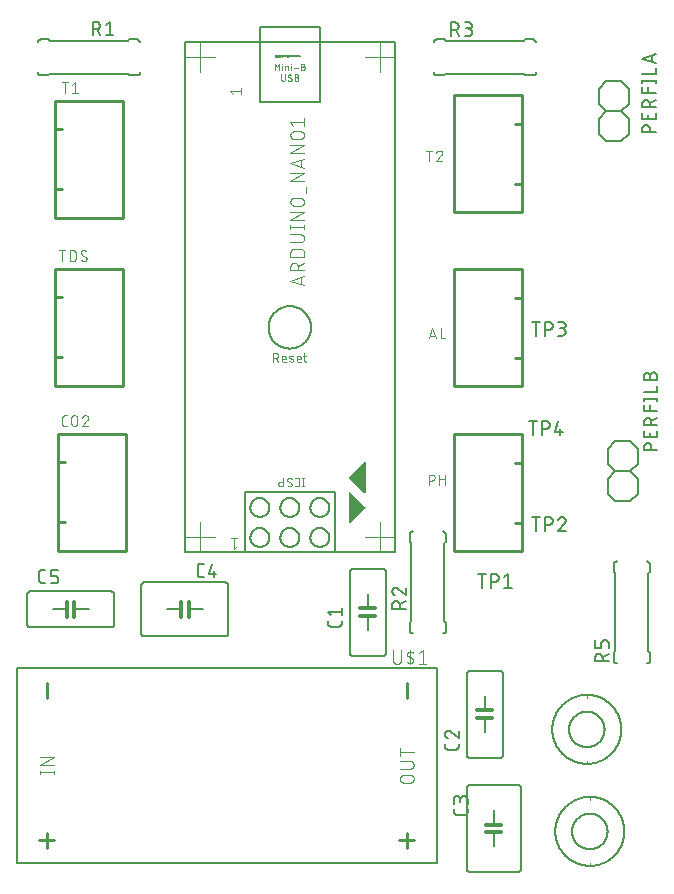
<source format=gbr>
G04 EAGLE Gerber X2 export*
%TF.Part,Single*%
%TF.FileFunction,Legend,Top,1*%
%TF.FilePolarity,Positive*%
%TF.GenerationSoftware,Autodesk,EAGLE,9.0.0*%
%TF.CreationDate,2022-05-13T19:47:05Z*%
G75*
%MOMM*%
%FSLAX34Y34*%
%LPD*%
%AMOC8*
5,1,8,0,0,1.08239X$1,22.5*%
G01*
%ADD10C,0.254000*%
%ADD11C,0.101600*%
%ADD12C,0.127000*%
%ADD13C,0.076200*%
%ADD14C,0.050800*%
%ADD15C,0.000000*%
%ADD16C,0.015875*%
%ADD17C,0.304800*%
%ADD18C,0.152400*%
%ADD19C,0.203200*%

G36*
X320082Y334657D02*
X320082Y334657D01*
X320171Y334659D01*
X320193Y334668D01*
X320216Y334671D01*
X320296Y334710D01*
X320378Y334744D01*
X320396Y334760D01*
X320417Y334770D01*
X320478Y334835D01*
X320544Y334895D01*
X320555Y334916D01*
X320571Y334933D01*
X320606Y335015D01*
X320647Y335095D01*
X320650Y335121D01*
X320659Y335140D01*
X320661Y335190D01*
X320674Y335280D01*
X320674Y360680D01*
X320662Y360751D01*
X320661Y360781D01*
X320656Y360792D01*
X320649Y360856D01*
X320639Y360877D01*
X320635Y360901D01*
X320589Y360978D01*
X320550Y361057D01*
X320533Y361074D01*
X320520Y361094D01*
X320451Y361150D01*
X320387Y361211D01*
X320365Y361220D01*
X320346Y361235D01*
X320262Y361264D01*
X320180Y361299D01*
X320156Y361300D01*
X320134Y361307D01*
X320045Y361305D01*
X319956Y361309D01*
X319933Y361301D01*
X319909Y361301D01*
X319827Y361267D01*
X319742Y361240D01*
X319721Y361224D01*
X319702Y361216D01*
X319664Y361182D01*
X319592Y361128D01*
X306892Y348428D01*
X306854Y348375D01*
X306809Y348327D01*
X306790Y348283D01*
X306763Y348244D01*
X306747Y348181D01*
X306721Y348120D01*
X306719Y348073D01*
X306708Y348027D01*
X306714Y347962D01*
X306711Y347896D01*
X306726Y347851D01*
X306731Y347804D01*
X306760Y347745D01*
X306780Y347682D01*
X306813Y347638D01*
X306830Y347603D01*
X306859Y347576D01*
X306892Y347532D01*
X319592Y334832D01*
X319665Y334781D01*
X319734Y334725D01*
X319756Y334717D01*
X319776Y334703D01*
X319862Y334681D01*
X319946Y334653D01*
X319970Y334653D01*
X319993Y334648D01*
X320082Y334657D01*
G37*
G36*
X307447Y309259D02*
X307447Y309259D01*
X307471Y309259D01*
X307553Y309293D01*
X307638Y309320D01*
X307659Y309336D01*
X307678Y309344D01*
X307716Y309378D01*
X307788Y309432D01*
X320488Y322132D01*
X320526Y322186D01*
X320571Y322233D01*
X320590Y322277D01*
X320617Y322316D01*
X320633Y322379D01*
X320659Y322440D01*
X320661Y322487D01*
X320673Y322533D01*
X320666Y322598D01*
X320669Y322664D01*
X320654Y322709D01*
X320649Y322756D01*
X320620Y322815D01*
X320600Y322878D01*
X320567Y322922D01*
X320550Y322957D01*
X320521Y322984D01*
X320488Y323028D01*
X307788Y335728D01*
X307761Y335748D01*
X307755Y335754D01*
X307742Y335761D01*
X307715Y335779D01*
X307646Y335835D01*
X307624Y335843D01*
X307604Y335857D01*
X307518Y335879D01*
X307434Y335907D01*
X307410Y335907D01*
X307387Y335913D01*
X307298Y335903D01*
X307209Y335901D01*
X307187Y335892D01*
X307164Y335889D01*
X307084Y335850D01*
X307002Y335816D01*
X306984Y335800D01*
X306963Y335790D01*
X306902Y335725D01*
X306836Y335665D01*
X306825Y335644D01*
X306809Y335627D01*
X306774Y335545D01*
X306733Y335465D01*
X306730Y335439D01*
X306721Y335420D01*
X306719Y335370D01*
X306717Y335357D01*
X306713Y335344D01*
X306713Y335329D01*
X306706Y335280D01*
X306706Y309880D01*
X306722Y309792D01*
X306731Y309704D01*
X306741Y309683D01*
X306745Y309659D01*
X306791Y309582D01*
X306830Y309503D01*
X306847Y309486D01*
X306860Y309466D01*
X306929Y309410D01*
X306993Y309349D01*
X307015Y309340D01*
X307034Y309325D01*
X307118Y309296D01*
X307200Y309261D01*
X307224Y309260D01*
X307246Y309253D01*
X307335Y309255D01*
X307424Y309251D01*
X307447Y309259D01*
G37*
D10*
X452835Y524480D02*
X395335Y524480D01*
X395335Y425480D01*
X452835Y425480D01*
X452835Y524480D01*
X452260Y448980D02*
X447260Y448980D01*
X447260Y499980D02*
X452260Y499980D01*
D11*
X377199Y474802D02*
X374151Y465658D01*
X380247Y465658D02*
X377199Y474802D01*
X379485Y467944D02*
X374913Y467944D01*
X384128Y465658D02*
X384128Y474802D01*
X384128Y465658D02*
X388192Y465658D01*
D12*
X345440Y297180D02*
X345440Y716280D01*
X345440Y297180D02*
X345440Y284480D01*
X332740Y284480D01*
X294640Y284480D01*
X218440Y284480D01*
X180340Y284480D01*
X167640Y284480D01*
X167640Y297180D01*
X167640Y703580D01*
X167640Y716280D01*
X180340Y716280D01*
X281940Y716280D01*
X345440Y716280D01*
X281940Y716280D02*
X281940Y728980D01*
X231140Y728980D01*
X231140Y665480D02*
X281940Y665480D01*
X281940Y716280D01*
X231140Y728980D02*
X231140Y665480D01*
X238579Y474980D02*
X238584Y475421D01*
X238601Y475861D01*
X238628Y476301D01*
X238665Y476740D01*
X238714Y477179D01*
X238773Y477615D01*
X238843Y478051D01*
X238924Y478484D01*
X239015Y478915D01*
X239117Y479344D01*
X239230Y479770D01*
X239352Y480194D01*
X239486Y480614D01*
X239629Y481031D01*
X239783Y481444D01*
X239946Y481853D01*
X240120Y482259D01*
X240303Y482659D01*
X240497Y483055D01*
X240700Y483447D01*
X240912Y483833D01*
X241134Y484214D01*
X241366Y484589D01*
X241606Y484959D01*
X241855Y485322D01*
X242114Y485679D01*
X242381Y486030D01*
X242656Y486374D01*
X242940Y486712D01*
X243232Y487042D01*
X243532Y487365D01*
X243840Y487680D01*
X244155Y487988D01*
X244478Y488288D01*
X244808Y488580D01*
X245146Y488864D01*
X245490Y489139D01*
X245841Y489406D01*
X246198Y489665D01*
X246561Y489914D01*
X246931Y490154D01*
X247306Y490386D01*
X247687Y490608D01*
X248073Y490820D01*
X248465Y491023D01*
X248861Y491217D01*
X249261Y491400D01*
X249667Y491574D01*
X250076Y491737D01*
X250489Y491891D01*
X250906Y492034D01*
X251326Y492168D01*
X251750Y492290D01*
X252176Y492403D01*
X252605Y492505D01*
X253036Y492596D01*
X253469Y492677D01*
X253905Y492747D01*
X254341Y492806D01*
X254780Y492855D01*
X255219Y492892D01*
X255659Y492919D01*
X256099Y492936D01*
X256540Y492941D01*
X256981Y492936D01*
X257421Y492919D01*
X257861Y492892D01*
X258300Y492855D01*
X258739Y492806D01*
X259175Y492747D01*
X259611Y492677D01*
X260044Y492596D01*
X260475Y492505D01*
X260904Y492403D01*
X261330Y492290D01*
X261754Y492168D01*
X262174Y492034D01*
X262591Y491891D01*
X263004Y491737D01*
X263413Y491574D01*
X263819Y491400D01*
X264219Y491217D01*
X264615Y491023D01*
X265007Y490820D01*
X265393Y490608D01*
X265774Y490386D01*
X266149Y490154D01*
X266519Y489914D01*
X266882Y489665D01*
X267239Y489406D01*
X267590Y489139D01*
X267934Y488864D01*
X268272Y488580D01*
X268602Y488288D01*
X268925Y487988D01*
X269240Y487680D01*
X269548Y487365D01*
X269848Y487042D01*
X270140Y486712D01*
X270424Y486374D01*
X270699Y486030D01*
X270966Y485679D01*
X271225Y485322D01*
X271474Y484959D01*
X271714Y484589D01*
X271946Y484214D01*
X272168Y483833D01*
X272380Y483447D01*
X272583Y483055D01*
X272777Y482659D01*
X272960Y482259D01*
X273134Y481853D01*
X273297Y481444D01*
X273451Y481031D01*
X273594Y480614D01*
X273728Y480194D01*
X273850Y479770D01*
X273963Y479344D01*
X274065Y478915D01*
X274156Y478484D01*
X274237Y478051D01*
X274307Y477615D01*
X274366Y477179D01*
X274415Y476740D01*
X274452Y476301D01*
X274479Y475861D01*
X274496Y475421D01*
X274501Y474980D01*
X274496Y474539D01*
X274479Y474099D01*
X274452Y473659D01*
X274415Y473220D01*
X274366Y472781D01*
X274307Y472345D01*
X274237Y471909D01*
X274156Y471476D01*
X274065Y471045D01*
X273963Y470616D01*
X273850Y470190D01*
X273728Y469766D01*
X273594Y469346D01*
X273451Y468929D01*
X273297Y468516D01*
X273134Y468107D01*
X272960Y467701D01*
X272777Y467301D01*
X272583Y466905D01*
X272380Y466513D01*
X272168Y466127D01*
X271946Y465746D01*
X271714Y465371D01*
X271474Y465001D01*
X271225Y464638D01*
X270966Y464281D01*
X270699Y463930D01*
X270424Y463586D01*
X270140Y463248D01*
X269848Y462918D01*
X269548Y462595D01*
X269240Y462280D01*
X268925Y461972D01*
X268602Y461672D01*
X268272Y461380D01*
X267934Y461096D01*
X267590Y460821D01*
X267239Y460554D01*
X266882Y460295D01*
X266519Y460046D01*
X266149Y459806D01*
X265774Y459574D01*
X265393Y459352D01*
X265007Y459140D01*
X264615Y458937D01*
X264219Y458743D01*
X263819Y458560D01*
X263413Y458386D01*
X263004Y458223D01*
X262591Y458069D01*
X262174Y457926D01*
X261754Y457792D01*
X261330Y457670D01*
X260904Y457557D01*
X260475Y457455D01*
X260044Y457364D01*
X259611Y457283D01*
X259175Y457213D01*
X258739Y457154D01*
X258300Y457105D01*
X257861Y457068D01*
X257421Y457041D01*
X256981Y457024D01*
X256540Y457019D01*
X256099Y457024D01*
X255659Y457041D01*
X255219Y457068D01*
X254780Y457105D01*
X254341Y457154D01*
X253905Y457213D01*
X253469Y457283D01*
X253036Y457364D01*
X252605Y457455D01*
X252176Y457557D01*
X251750Y457670D01*
X251326Y457792D01*
X250906Y457926D01*
X250489Y458069D01*
X250076Y458223D01*
X249667Y458386D01*
X249261Y458560D01*
X248861Y458743D01*
X248465Y458937D01*
X248073Y459140D01*
X247687Y459352D01*
X247306Y459574D01*
X246931Y459806D01*
X246561Y460046D01*
X246198Y460295D01*
X245841Y460554D01*
X245490Y460821D01*
X245146Y461096D01*
X244808Y461380D01*
X244478Y461672D01*
X244155Y461972D01*
X243840Y462280D01*
X243532Y462595D01*
X243232Y462918D01*
X242940Y463248D01*
X242656Y463586D01*
X242381Y463930D01*
X242114Y464281D01*
X241855Y464638D01*
X241606Y465001D01*
X241366Y465371D01*
X241134Y465746D01*
X240912Y466127D01*
X240700Y466513D01*
X240497Y466905D01*
X240303Y467301D01*
X240120Y467701D01*
X239946Y468107D01*
X239783Y468516D01*
X239629Y468929D01*
X239486Y469346D01*
X239352Y469766D01*
X239230Y470190D01*
X239117Y470616D01*
X239015Y471045D01*
X238924Y471476D01*
X238843Y471909D01*
X238773Y472345D01*
X238714Y472781D01*
X238665Y473220D01*
X238628Y473659D01*
X238601Y474099D01*
X238584Y474539D01*
X238579Y474980D01*
D13*
X242525Y453263D02*
X242525Y445897D01*
X242525Y453263D02*
X244571Y453263D01*
X244660Y453261D01*
X244749Y453255D01*
X244838Y453245D01*
X244926Y453232D01*
X245014Y453215D01*
X245101Y453193D01*
X245186Y453168D01*
X245271Y453140D01*
X245354Y453107D01*
X245436Y453071D01*
X245516Y453032D01*
X245594Y452989D01*
X245670Y452943D01*
X245745Y452893D01*
X245817Y452840D01*
X245886Y452784D01*
X245953Y452725D01*
X246018Y452664D01*
X246079Y452599D01*
X246138Y452532D01*
X246194Y452463D01*
X246247Y452391D01*
X246297Y452316D01*
X246343Y452240D01*
X246386Y452162D01*
X246425Y452082D01*
X246461Y452000D01*
X246494Y451917D01*
X246522Y451832D01*
X246547Y451747D01*
X246569Y451660D01*
X246586Y451572D01*
X246599Y451484D01*
X246609Y451395D01*
X246615Y451306D01*
X246617Y451217D01*
X246615Y451128D01*
X246609Y451039D01*
X246599Y450950D01*
X246586Y450862D01*
X246569Y450774D01*
X246547Y450687D01*
X246522Y450602D01*
X246494Y450517D01*
X246461Y450434D01*
X246425Y450352D01*
X246386Y450272D01*
X246343Y450194D01*
X246297Y450118D01*
X246247Y450043D01*
X246194Y449971D01*
X246138Y449902D01*
X246079Y449835D01*
X246018Y449770D01*
X245953Y449709D01*
X245886Y449650D01*
X245817Y449594D01*
X245745Y449541D01*
X245670Y449491D01*
X245594Y449445D01*
X245516Y449402D01*
X245436Y449363D01*
X245354Y449327D01*
X245271Y449294D01*
X245186Y449266D01*
X245101Y449241D01*
X245014Y449219D01*
X244926Y449202D01*
X244838Y449189D01*
X244749Y449179D01*
X244660Y449173D01*
X244571Y449171D01*
X242525Y449171D01*
X244980Y449171D02*
X246617Y445897D01*
X250938Y445897D02*
X252984Y445897D01*
X250938Y445897D02*
X250869Y445899D01*
X250801Y445905D01*
X250732Y445914D01*
X250665Y445928D01*
X250598Y445945D01*
X250532Y445966D01*
X250468Y445990D01*
X250405Y446019D01*
X250344Y446050D01*
X250285Y446085D01*
X250227Y446123D01*
X250172Y446165D01*
X250120Y446209D01*
X250070Y446257D01*
X250022Y446307D01*
X249978Y446359D01*
X249936Y446414D01*
X249898Y446472D01*
X249863Y446531D01*
X249832Y446592D01*
X249803Y446655D01*
X249779Y446719D01*
X249758Y446785D01*
X249741Y446852D01*
X249727Y446919D01*
X249718Y446988D01*
X249712Y447056D01*
X249710Y447125D01*
X249711Y447125D02*
X249711Y449171D01*
X249710Y449171D02*
X249712Y449250D01*
X249718Y449329D01*
X249727Y449408D01*
X249740Y449486D01*
X249758Y449563D01*
X249778Y449639D01*
X249803Y449714D01*
X249831Y449788D01*
X249862Y449861D01*
X249898Y449932D01*
X249936Y450001D01*
X249978Y450068D01*
X250023Y450133D01*
X250071Y450196D01*
X250122Y450257D01*
X250176Y450314D01*
X250232Y450370D01*
X250291Y450422D01*
X250353Y450472D01*
X250417Y450518D01*
X250483Y450562D01*
X250551Y450602D01*
X250621Y450638D01*
X250693Y450672D01*
X250767Y450702D01*
X250841Y450728D01*
X250917Y450751D01*
X250994Y450769D01*
X251071Y450785D01*
X251150Y450796D01*
X251228Y450804D01*
X251307Y450808D01*
X251387Y450808D01*
X251466Y450804D01*
X251544Y450796D01*
X251623Y450785D01*
X251700Y450769D01*
X251777Y450751D01*
X251853Y450728D01*
X251927Y450702D01*
X252001Y450672D01*
X252073Y450638D01*
X252143Y450602D01*
X252211Y450562D01*
X252277Y450518D01*
X252341Y450472D01*
X252403Y450422D01*
X252462Y450370D01*
X252518Y450314D01*
X252572Y450257D01*
X252623Y450196D01*
X252671Y450133D01*
X252716Y450068D01*
X252758Y450001D01*
X252796Y449932D01*
X252832Y449861D01*
X252863Y449788D01*
X252891Y449714D01*
X252916Y449639D01*
X252936Y449563D01*
X252954Y449486D01*
X252967Y449408D01*
X252976Y449329D01*
X252982Y449250D01*
X252984Y449171D01*
X252984Y448352D01*
X249711Y448352D01*
X256664Y448762D02*
X258710Y447943D01*
X256664Y448762D02*
X256605Y448787D01*
X256548Y448816D01*
X256493Y448849D01*
X256440Y448885D01*
X256389Y448923D01*
X256341Y448965D01*
X256295Y449010D01*
X256252Y449057D01*
X256212Y449107D01*
X256175Y449159D01*
X256141Y449214D01*
X256110Y449270D01*
X256083Y449328D01*
X256060Y449388D01*
X256040Y449448D01*
X256024Y449510D01*
X256011Y449573D01*
X256003Y449637D01*
X255998Y449700D01*
X255997Y449764D01*
X256000Y449828D01*
X256007Y449892D01*
X256018Y449955D01*
X256032Y450017D01*
X256050Y450079D01*
X256072Y450139D01*
X256097Y450198D01*
X256126Y450255D01*
X256159Y450310D01*
X256194Y450363D01*
X256233Y450414D01*
X256275Y450463D01*
X256319Y450509D01*
X256367Y450552D01*
X256416Y450592D01*
X256469Y450629D01*
X256523Y450663D01*
X256579Y450694D01*
X256637Y450721D01*
X256696Y450745D01*
X256757Y450764D01*
X256819Y450781D01*
X256882Y450793D01*
X256945Y450802D01*
X257009Y450807D01*
X257073Y450808D01*
X257209Y450804D01*
X257344Y450796D01*
X257480Y450784D01*
X257614Y450768D01*
X257749Y450748D01*
X257882Y450725D01*
X258015Y450697D01*
X258147Y450666D01*
X258278Y450631D01*
X258408Y450592D01*
X258537Y450549D01*
X258664Y450502D01*
X258790Y450452D01*
X258915Y450398D01*
X258710Y447943D02*
X258769Y447918D01*
X258826Y447889D01*
X258881Y447856D01*
X258934Y447820D01*
X258985Y447782D01*
X259033Y447740D01*
X259079Y447695D01*
X259122Y447648D01*
X259162Y447598D01*
X259199Y447546D01*
X259233Y447491D01*
X259264Y447435D01*
X259291Y447377D01*
X259314Y447317D01*
X259334Y447257D01*
X259350Y447195D01*
X259363Y447132D01*
X259371Y447068D01*
X259376Y447005D01*
X259377Y446941D01*
X259374Y446877D01*
X259367Y446813D01*
X259356Y446750D01*
X259342Y446688D01*
X259324Y446626D01*
X259302Y446566D01*
X259277Y446507D01*
X259248Y446450D01*
X259215Y446395D01*
X259180Y446342D01*
X259141Y446291D01*
X259099Y446242D01*
X259055Y446196D01*
X259007Y446153D01*
X258958Y446113D01*
X258905Y446076D01*
X258851Y446042D01*
X258795Y446011D01*
X258737Y445984D01*
X258678Y445960D01*
X258617Y445941D01*
X258555Y445924D01*
X258492Y445912D01*
X258429Y445903D01*
X258365Y445898D01*
X258301Y445897D01*
X258137Y445901D01*
X257973Y445909D01*
X257809Y445921D01*
X257646Y445937D01*
X257483Y445957D01*
X257320Y445980D01*
X257159Y446008D01*
X256997Y446039D01*
X256837Y446074D01*
X256678Y446113D01*
X256519Y446156D01*
X256362Y446202D01*
X256205Y446252D01*
X256050Y446306D01*
X263618Y445897D02*
X265664Y445897D01*
X263618Y445897D02*
X263549Y445899D01*
X263481Y445905D01*
X263412Y445914D01*
X263345Y445928D01*
X263278Y445945D01*
X263212Y445966D01*
X263148Y445990D01*
X263085Y446019D01*
X263024Y446050D01*
X262965Y446085D01*
X262907Y446123D01*
X262852Y446165D01*
X262800Y446209D01*
X262750Y446257D01*
X262702Y446307D01*
X262658Y446359D01*
X262616Y446414D01*
X262578Y446472D01*
X262543Y446531D01*
X262512Y446592D01*
X262483Y446655D01*
X262459Y446719D01*
X262438Y446785D01*
X262421Y446852D01*
X262407Y446919D01*
X262398Y446988D01*
X262392Y447056D01*
X262390Y447125D01*
X262390Y449171D01*
X262392Y449250D01*
X262398Y449329D01*
X262407Y449408D01*
X262420Y449486D01*
X262438Y449563D01*
X262458Y449639D01*
X262483Y449714D01*
X262511Y449788D01*
X262542Y449861D01*
X262578Y449932D01*
X262616Y450001D01*
X262658Y450068D01*
X262703Y450133D01*
X262751Y450196D01*
X262802Y450257D01*
X262856Y450314D01*
X262912Y450370D01*
X262971Y450422D01*
X263033Y450472D01*
X263097Y450518D01*
X263163Y450562D01*
X263231Y450602D01*
X263301Y450638D01*
X263373Y450672D01*
X263447Y450702D01*
X263521Y450728D01*
X263597Y450751D01*
X263674Y450769D01*
X263751Y450785D01*
X263830Y450796D01*
X263908Y450804D01*
X263987Y450808D01*
X264067Y450808D01*
X264146Y450804D01*
X264224Y450796D01*
X264303Y450785D01*
X264380Y450769D01*
X264457Y450751D01*
X264533Y450728D01*
X264607Y450702D01*
X264681Y450672D01*
X264753Y450638D01*
X264823Y450602D01*
X264891Y450562D01*
X264957Y450518D01*
X265021Y450472D01*
X265083Y450422D01*
X265142Y450370D01*
X265198Y450314D01*
X265252Y450257D01*
X265303Y450196D01*
X265351Y450133D01*
X265396Y450068D01*
X265438Y450001D01*
X265476Y449932D01*
X265512Y449861D01*
X265543Y449788D01*
X265571Y449714D01*
X265596Y449639D01*
X265616Y449563D01*
X265634Y449486D01*
X265647Y449408D01*
X265656Y449329D01*
X265662Y449250D01*
X265664Y449171D01*
X265664Y448352D01*
X262390Y448352D01*
X268100Y450808D02*
X270555Y450808D01*
X268918Y453263D02*
X268918Y447125D01*
X268920Y447056D01*
X268926Y446988D01*
X268935Y446919D01*
X268949Y446852D01*
X268966Y446785D01*
X268987Y446719D01*
X269011Y446655D01*
X269040Y446592D01*
X269071Y446531D01*
X269106Y446472D01*
X269144Y446414D01*
X269186Y446359D01*
X269230Y446307D01*
X269278Y446257D01*
X269328Y446209D01*
X269380Y446165D01*
X269435Y446123D01*
X269493Y446085D01*
X269552Y446050D01*
X269613Y446019D01*
X269676Y445990D01*
X269740Y445966D01*
X269806Y445945D01*
X269873Y445928D01*
X269940Y445914D01*
X270009Y445905D01*
X270077Y445899D01*
X270146Y445897D01*
X270555Y445897D01*
X208209Y672578D02*
X206121Y675188D01*
X215519Y675188D01*
X215519Y672578D02*
X215519Y677799D01*
D14*
X243818Y692658D02*
X243818Y698246D01*
X245681Y695142D01*
X247544Y698246D01*
X247544Y692658D01*
X250070Y692658D02*
X250070Y696383D01*
X249915Y697936D02*
X249915Y698246D01*
X250225Y698246D01*
X250225Y697936D01*
X249915Y697936D01*
X252486Y696383D02*
X252486Y692658D01*
X252486Y696383D02*
X254038Y696383D01*
X254096Y696381D01*
X254155Y696376D01*
X254212Y696367D01*
X254270Y696354D01*
X254326Y696337D01*
X254381Y696318D01*
X254434Y696294D01*
X254487Y696268D01*
X254537Y696238D01*
X254585Y696205D01*
X254631Y696169D01*
X254675Y696131D01*
X254717Y696089D01*
X254755Y696045D01*
X254791Y695999D01*
X254824Y695951D01*
X254854Y695901D01*
X254880Y695848D01*
X254904Y695795D01*
X254923Y695740D01*
X254940Y695684D01*
X254953Y695626D01*
X254962Y695569D01*
X254967Y695510D01*
X254969Y695452D01*
X254969Y692658D01*
X257385Y692658D02*
X257385Y696383D01*
X257230Y697936D02*
X257230Y698246D01*
X257540Y698246D01*
X257540Y697936D01*
X257230Y697936D01*
X259729Y694831D02*
X263454Y694831D01*
X266157Y695762D02*
X267709Y695762D01*
X267786Y695760D01*
X267864Y695754D01*
X267940Y695745D01*
X268017Y695731D01*
X268092Y695714D01*
X268166Y695693D01*
X268240Y695668D01*
X268312Y695640D01*
X268382Y695608D01*
X268451Y695573D01*
X268518Y695534D01*
X268583Y695492D01*
X268646Y695447D01*
X268707Y695399D01*
X268765Y695348D01*
X268820Y695294D01*
X268873Y695237D01*
X268922Y695178D01*
X268969Y695116D01*
X269013Y695052D01*
X269053Y694986D01*
X269090Y694918D01*
X269124Y694848D01*
X269154Y694777D01*
X269180Y694704D01*
X269203Y694630D01*
X269222Y694555D01*
X269237Y694480D01*
X269249Y694403D01*
X269257Y694326D01*
X269261Y694249D01*
X269261Y694171D01*
X269257Y694094D01*
X269249Y694017D01*
X269237Y693940D01*
X269222Y693865D01*
X269203Y693790D01*
X269180Y693716D01*
X269154Y693643D01*
X269124Y693572D01*
X269090Y693502D01*
X269053Y693434D01*
X269013Y693368D01*
X268969Y693304D01*
X268922Y693242D01*
X268873Y693183D01*
X268820Y693126D01*
X268765Y693072D01*
X268707Y693021D01*
X268646Y692973D01*
X268583Y692928D01*
X268518Y692886D01*
X268451Y692847D01*
X268382Y692812D01*
X268312Y692780D01*
X268240Y692752D01*
X268166Y692727D01*
X268092Y692706D01*
X268017Y692689D01*
X267940Y692675D01*
X267864Y692666D01*
X267786Y692660D01*
X267709Y692658D01*
X266157Y692658D01*
X266157Y698246D01*
X267709Y698246D01*
X267779Y698244D01*
X267848Y698238D01*
X267917Y698228D01*
X267985Y698215D01*
X268053Y698197D01*
X268119Y698176D01*
X268184Y698151D01*
X268248Y698123D01*
X268310Y698091D01*
X268370Y698056D01*
X268428Y698017D01*
X268483Y697975D01*
X268537Y697930D01*
X268587Y697882D01*
X268635Y697832D01*
X268680Y697778D01*
X268722Y697723D01*
X268761Y697665D01*
X268796Y697605D01*
X268828Y697543D01*
X268856Y697479D01*
X268881Y697414D01*
X268902Y697348D01*
X268920Y697280D01*
X268933Y697212D01*
X268943Y697143D01*
X268949Y697074D01*
X268951Y697004D01*
X268949Y696934D01*
X268943Y696865D01*
X268933Y696796D01*
X268920Y696728D01*
X268902Y696660D01*
X268881Y696594D01*
X268856Y696529D01*
X268828Y696465D01*
X268796Y696403D01*
X268761Y696343D01*
X268722Y696285D01*
X268680Y696230D01*
X268635Y696176D01*
X268587Y696126D01*
X268537Y696078D01*
X268483Y696033D01*
X268428Y695991D01*
X268370Y695952D01*
X268310Y695917D01*
X268248Y695885D01*
X268184Y695857D01*
X268119Y695832D01*
X268053Y695811D01*
X267985Y695793D01*
X267917Y695780D01*
X267848Y695770D01*
X267779Y695764D01*
X267709Y695762D01*
X249460Y689102D02*
X249460Y685066D01*
X249462Y684989D01*
X249468Y684911D01*
X249477Y684835D01*
X249491Y684758D01*
X249508Y684683D01*
X249529Y684609D01*
X249554Y684535D01*
X249582Y684463D01*
X249614Y684393D01*
X249649Y684324D01*
X249688Y684257D01*
X249730Y684192D01*
X249775Y684129D01*
X249823Y684068D01*
X249874Y684010D01*
X249928Y683955D01*
X249985Y683902D01*
X250044Y683853D01*
X250106Y683806D01*
X250170Y683762D01*
X250236Y683722D01*
X250304Y683685D01*
X250374Y683651D01*
X250445Y683621D01*
X250518Y683595D01*
X250592Y683572D01*
X250667Y683553D01*
X250742Y683538D01*
X250819Y683526D01*
X250896Y683518D01*
X250973Y683514D01*
X251051Y683514D01*
X251128Y683518D01*
X251205Y683526D01*
X251282Y683538D01*
X251357Y683553D01*
X251432Y683572D01*
X251506Y683595D01*
X251579Y683621D01*
X251650Y683651D01*
X251720Y683685D01*
X251788Y683722D01*
X251854Y683762D01*
X251918Y683806D01*
X251980Y683853D01*
X252039Y683902D01*
X252096Y683955D01*
X252150Y684010D01*
X252201Y684068D01*
X252249Y684129D01*
X252294Y684192D01*
X252336Y684257D01*
X252375Y684324D01*
X252410Y684393D01*
X252442Y684463D01*
X252470Y684535D01*
X252495Y684609D01*
X252516Y684683D01*
X252533Y684758D01*
X252547Y684835D01*
X252556Y684911D01*
X252562Y684989D01*
X252564Y685066D01*
X252564Y689102D01*
X258051Y684756D02*
X258049Y684686D01*
X258043Y684617D01*
X258033Y684548D01*
X258020Y684480D01*
X258002Y684412D01*
X257981Y684346D01*
X257956Y684281D01*
X257928Y684217D01*
X257896Y684155D01*
X257861Y684095D01*
X257822Y684037D01*
X257780Y683982D01*
X257735Y683928D01*
X257687Y683878D01*
X257637Y683830D01*
X257583Y683785D01*
X257528Y683743D01*
X257470Y683704D01*
X257410Y683669D01*
X257348Y683637D01*
X257284Y683609D01*
X257219Y683584D01*
X257153Y683563D01*
X257085Y683545D01*
X257017Y683532D01*
X256948Y683522D01*
X256879Y683516D01*
X256809Y683514D01*
X256710Y683516D01*
X256612Y683521D01*
X256514Y683531D01*
X256416Y683544D01*
X256319Y683560D01*
X256222Y683580D01*
X256127Y683604D01*
X256032Y683632D01*
X255938Y683663D01*
X255846Y683697D01*
X255755Y683735D01*
X255665Y683776D01*
X255577Y683821D01*
X255491Y683869D01*
X255407Y683920D01*
X255325Y683974D01*
X255244Y684032D01*
X255166Y684092D01*
X255091Y684155D01*
X255017Y684221D01*
X254947Y684290D01*
X255101Y687860D02*
X255103Y687930D01*
X255109Y687999D01*
X255119Y688068D01*
X255132Y688136D01*
X255150Y688204D01*
X255171Y688270D01*
X255196Y688335D01*
X255224Y688399D01*
X255256Y688461D01*
X255291Y688521D01*
X255330Y688579D01*
X255372Y688634D01*
X255417Y688688D01*
X255465Y688738D01*
X255515Y688786D01*
X255569Y688831D01*
X255624Y688873D01*
X255682Y688912D01*
X255742Y688947D01*
X255804Y688979D01*
X255868Y689007D01*
X255933Y689032D01*
X255999Y689053D01*
X256067Y689071D01*
X256135Y689084D01*
X256204Y689094D01*
X256273Y689100D01*
X256343Y689102D01*
X256437Y689100D01*
X256530Y689094D01*
X256623Y689085D01*
X256716Y689072D01*
X256808Y689055D01*
X256899Y689035D01*
X256990Y689010D01*
X257079Y688983D01*
X257167Y688951D01*
X257254Y688916D01*
X257340Y688878D01*
X257423Y688836D01*
X257505Y688791D01*
X257586Y688743D01*
X257664Y688691D01*
X257740Y688636D01*
X255723Y686774D02*
X255664Y686810D01*
X255608Y686850D01*
X255554Y686893D01*
X255502Y686938D01*
X255453Y686987D01*
X255407Y687038D01*
X255364Y687091D01*
X255323Y687147D01*
X255286Y687205D01*
X255251Y687265D01*
X255221Y687326D01*
X255193Y687389D01*
X255169Y687454D01*
X255149Y687520D01*
X255132Y687587D01*
X255119Y687654D01*
X255110Y687722D01*
X255104Y687791D01*
X255102Y687860D01*
X257430Y685842D02*
X257489Y685806D01*
X257545Y685766D01*
X257599Y685723D01*
X257651Y685678D01*
X257700Y685629D01*
X257746Y685578D01*
X257789Y685525D01*
X257830Y685469D01*
X257867Y685411D01*
X257902Y685351D01*
X257932Y685290D01*
X257960Y685227D01*
X257984Y685162D01*
X258004Y685096D01*
X258021Y685029D01*
X258034Y684962D01*
X258043Y684894D01*
X258049Y684825D01*
X258051Y684756D01*
X257430Y685842D02*
X255722Y686774D01*
X260516Y686618D02*
X262068Y686618D01*
X262145Y686616D01*
X262223Y686610D01*
X262299Y686601D01*
X262376Y686587D01*
X262451Y686570D01*
X262525Y686549D01*
X262599Y686524D01*
X262671Y686496D01*
X262741Y686464D01*
X262810Y686429D01*
X262877Y686390D01*
X262942Y686348D01*
X263005Y686303D01*
X263066Y686255D01*
X263124Y686204D01*
X263179Y686150D01*
X263232Y686093D01*
X263281Y686034D01*
X263328Y685972D01*
X263372Y685908D01*
X263412Y685842D01*
X263449Y685774D01*
X263483Y685704D01*
X263513Y685633D01*
X263539Y685560D01*
X263562Y685486D01*
X263581Y685411D01*
X263596Y685336D01*
X263608Y685259D01*
X263616Y685182D01*
X263620Y685105D01*
X263620Y685027D01*
X263616Y684950D01*
X263608Y684873D01*
X263596Y684796D01*
X263581Y684721D01*
X263562Y684646D01*
X263539Y684572D01*
X263513Y684499D01*
X263483Y684428D01*
X263449Y684358D01*
X263412Y684290D01*
X263372Y684224D01*
X263328Y684160D01*
X263281Y684098D01*
X263232Y684039D01*
X263179Y683982D01*
X263124Y683928D01*
X263066Y683877D01*
X263005Y683829D01*
X262942Y683784D01*
X262877Y683742D01*
X262810Y683703D01*
X262741Y683668D01*
X262671Y683636D01*
X262599Y683608D01*
X262525Y683583D01*
X262451Y683562D01*
X262376Y683545D01*
X262299Y683531D01*
X262223Y683522D01*
X262145Y683516D01*
X262068Y683514D01*
X260516Y683514D01*
X260516Y689102D01*
X262068Y689102D01*
X262138Y689100D01*
X262207Y689094D01*
X262276Y689084D01*
X262344Y689071D01*
X262412Y689053D01*
X262478Y689032D01*
X262543Y689007D01*
X262607Y688979D01*
X262669Y688947D01*
X262729Y688912D01*
X262787Y688873D01*
X262842Y688831D01*
X262896Y688786D01*
X262946Y688738D01*
X262994Y688688D01*
X263039Y688634D01*
X263081Y688579D01*
X263120Y688521D01*
X263155Y688461D01*
X263187Y688399D01*
X263215Y688335D01*
X263240Y688270D01*
X263261Y688204D01*
X263279Y688136D01*
X263292Y688068D01*
X263302Y687999D01*
X263308Y687930D01*
X263310Y687860D01*
X263308Y687790D01*
X263302Y687721D01*
X263292Y687652D01*
X263279Y687584D01*
X263261Y687516D01*
X263240Y687450D01*
X263215Y687385D01*
X263187Y687321D01*
X263155Y687259D01*
X263120Y687199D01*
X263081Y687141D01*
X263039Y687086D01*
X262994Y687032D01*
X262946Y686982D01*
X262896Y686934D01*
X262842Y686889D01*
X262787Y686847D01*
X262729Y686808D01*
X262669Y686773D01*
X262607Y686741D01*
X262543Y686713D01*
X262478Y686688D01*
X262412Y686667D01*
X262344Y686649D01*
X262276Y686636D01*
X262207Y686626D01*
X262138Y686620D01*
X262068Y686618D01*
D12*
X294640Y335280D02*
X294640Y284480D01*
X294640Y335280D02*
X218440Y335280D01*
X218440Y284480D01*
X223140Y297180D02*
X223142Y297376D01*
X223150Y297573D01*
X223162Y297769D01*
X223179Y297964D01*
X223200Y298159D01*
X223227Y298354D01*
X223258Y298548D01*
X223294Y298741D01*
X223334Y298933D01*
X223380Y299124D01*
X223430Y299314D01*
X223484Y299502D01*
X223544Y299689D01*
X223608Y299875D01*
X223676Y300059D01*
X223749Y300241D01*
X223826Y300422D01*
X223908Y300600D01*
X223994Y300777D01*
X224085Y300951D01*
X224179Y301123D01*
X224278Y301293D01*
X224381Y301460D01*
X224488Y301625D01*
X224599Y301786D01*
X224714Y301946D01*
X224833Y302102D01*
X224956Y302255D01*
X225082Y302405D01*
X225212Y302552D01*
X225346Y302696D01*
X225483Y302837D01*
X225624Y302974D01*
X225768Y303108D01*
X225915Y303238D01*
X226065Y303364D01*
X226218Y303487D01*
X226374Y303606D01*
X226534Y303721D01*
X226695Y303832D01*
X226860Y303939D01*
X227027Y304042D01*
X227197Y304141D01*
X227369Y304235D01*
X227543Y304326D01*
X227720Y304412D01*
X227898Y304494D01*
X228079Y304571D01*
X228261Y304644D01*
X228445Y304712D01*
X228631Y304776D01*
X228818Y304836D01*
X229006Y304890D01*
X229196Y304940D01*
X229387Y304986D01*
X229579Y305026D01*
X229772Y305062D01*
X229966Y305093D01*
X230161Y305120D01*
X230356Y305141D01*
X230551Y305158D01*
X230747Y305170D01*
X230944Y305178D01*
X231140Y305180D01*
X231336Y305178D01*
X231533Y305170D01*
X231729Y305158D01*
X231924Y305141D01*
X232119Y305120D01*
X232314Y305093D01*
X232508Y305062D01*
X232701Y305026D01*
X232893Y304986D01*
X233084Y304940D01*
X233274Y304890D01*
X233462Y304836D01*
X233649Y304776D01*
X233835Y304712D01*
X234019Y304644D01*
X234201Y304571D01*
X234382Y304494D01*
X234560Y304412D01*
X234737Y304326D01*
X234911Y304235D01*
X235083Y304141D01*
X235253Y304042D01*
X235420Y303939D01*
X235585Y303832D01*
X235746Y303721D01*
X235906Y303606D01*
X236062Y303487D01*
X236215Y303364D01*
X236365Y303238D01*
X236512Y303108D01*
X236656Y302974D01*
X236797Y302837D01*
X236934Y302696D01*
X237068Y302552D01*
X237198Y302405D01*
X237324Y302255D01*
X237447Y302102D01*
X237566Y301946D01*
X237681Y301786D01*
X237792Y301625D01*
X237899Y301460D01*
X238002Y301293D01*
X238101Y301123D01*
X238195Y300951D01*
X238286Y300777D01*
X238372Y300600D01*
X238454Y300422D01*
X238531Y300241D01*
X238604Y300059D01*
X238672Y299875D01*
X238736Y299689D01*
X238796Y299502D01*
X238850Y299314D01*
X238900Y299124D01*
X238946Y298933D01*
X238986Y298741D01*
X239022Y298548D01*
X239053Y298354D01*
X239080Y298159D01*
X239101Y297964D01*
X239118Y297769D01*
X239130Y297573D01*
X239138Y297376D01*
X239140Y297180D01*
X239138Y296984D01*
X239130Y296787D01*
X239118Y296591D01*
X239101Y296396D01*
X239080Y296201D01*
X239053Y296006D01*
X239022Y295812D01*
X238986Y295619D01*
X238946Y295427D01*
X238900Y295236D01*
X238850Y295046D01*
X238796Y294858D01*
X238736Y294671D01*
X238672Y294485D01*
X238604Y294301D01*
X238531Y294119D01*
X238454Y293938D01*
X238372Y293760D01*
X238286Y293583D01*
X238195Y293409D01*
X238101Y293237D01*
X238002Y293067D01*
X237899Y292900D01*
X237792Y292735D01*
X237681Y292574D01*
X237566Y292414D01*
X237447Y292258D01*
X237324Y292105D01*
X237198Y291955D01*
X237068Y291808D01*
X236934Y291664D01*
X236797Y291523D01*
X236656Y291386D01*
X236512Y291252D01*
X236365Y291122D01*
X236215Y290996D01*
X236062Y290873D01*
X235906Y290754D01*
X235746Y290639D01*
X235585Y290528D01*
X235420Y290421D01*
X235253Y290318D01*
X235083Y290219D01*
X234911Y290125D01*
X234737Y290034D01*
X234560Y289948D01*
X234382Y289866D01*
X234201Y289789D01*
X234019Y289716D01*
X233835Y289648D01*
X233649Y289584D01*
X233462Y289524D01*
X233274Y289470D01*
X233084Y289420D01*
X232893Y289374D01*
X232701Y289334D01*
X232508Y289298D01*
X232314Y289267D01*
X232119Y289240D01*
X231924Y289219D01*
X231729Y289202D01*
X231533Y289190D01*
X231336Y289182D01*
X231140Y289180D01*
X230944Y289182D01*
X230747Y289190D01*
X230551Y289202D01*
X230356Y289219D01*
X230161Y289240D01*
X229966Y289267D01*
X229772Y289298D01*
X229579Y289334D01*
X229387Y289374D01*
X229196Y289420D01*
X229006Y289470D01*
X228818Y289524D01*
X228631Y289584D01*
X228445Y289648D01*
X228261Y289716D01*
X228079Y289789D01*
X227898Y289866D01*
X227720Y289948D01*
X227543Y290034D01*
X227369Y290125D01*
X227197Y290219D01*
X227027Y290318D01*
X226860Y290421D01*
X226695Y290528D01*
X226534Y290639D01*
X226374Y290754D01*
X226218Y290873D01*
X226065Y290996D01*
X225915Y291122D01*
X225768Y291252D01*
X225624Y291386D01*
X225483Y291523D01*
X225346Y291664D01*
X225212Y291808D01*
X225082Y291955D01*
X224956Y292105D01*
X224833Y292258D01*
X224714Y292414D01*
X224599Y292574D01*
X224488Y292735D01*
X224381Y292900D01*
X224278Y293067D01*
X224179Y293237D01*
X224085Y293409D01*
X223994Y293583D01*
X223908Y293760D01*
X223826Y293938D01*
X223749Y294119D01*
X223676Y294301D01*
X223608Y294485D01*
X223544Y294671D01*
X223484Y294858D01*
X223430Y295046D01*
X223380Y295236D01*
X223334Y295427D01*
X223294Y295619D01*
X223258Y295812D01*
X223227Y296006D01*
X223200Y296201D01*
X223179Y296396D01*
X223162Y296591D01*
X223150Y296787D01*
X223142Y296984D01*
X223140Y297180D01*
X248540Y297180D02*
X248542Y297376D01*
X248550Y297573D01*
X248562Y297769D01*
X248579Y297964D01*
X248600Y298159D01*
X248627Y298354D01*
X248658Y298548D01*
X248694Y298741D01*
X248734Y298933D01*
X248780Y299124D01*
X248830Y299314D01*
X248884Y299502D01*
X248944Y299689D01*
X249008Y299875D01*
X249076Y300059D01*
X249149Y300241D01*
X249226Y300422D01*
X249308Y300600D01*
X249394Y300777D01*
X249485Y300951D01*
X249579Y301123D01*
X249678Y301293D01*
X249781Y301460D01*
X249888Y301625D01*
X249999Y301786D01*
X250114Y301946D01*
X250233Y302102D01*
X250356Y302255D01*
X250482Y302405D01*
X250612Y302552D01*
X250746Y302696D01*
X250883Y302837D01*
X251024Y302974D01*
X251168Y303108D01*
X251315Y303238D01*
X251465Y303364D01*
X251618Y303487D01*
X251774Y303606D01*
X251934Y303721D01*
X252095Y303832D01*
X252260Y303939D01*
X252427Y304042D01*
X252597Y304141D01*
X252769Y304235D01*
X252943Y304326D01*
X253120Y304412D01*
X253298Y304494D01*
X253479Y304571D01*
X253661Y304644D01*
X253845Y304712D01*
X254031Y304776D01*
X254218Y304836D01*
X254406Y304890D01*
X254596Y304940D01*
X254787Y304986D01*
X254979Y305026D01*
X255172Y305062D01*
X255366Y305093D01*
X255561Y305120D01*
X255756Y305141D01*
X255951Y305158D01*
X256147Y305170D01*
X256344Y305178D01*
X256540Y305180D01*
X256736Y305178D01*
X256933Y305170D01*
X257129Y305158D01*
X257324Y305141D01*
X257519Y305120D01*
X257714Y305093D01*
X257908Y305062D01*
X258101Y305026D01*
X258293Y304986D01*
X258484Y304940D01*
X258674Y304890D01*
X258862Y304836D01*
X259049Y304776D01*
X259235Y304712D01*
X259419Y304644D01*
X259601Y304571D01*
X259782Y304494D01*
X259960Y304412D01*
X260137Y304326D01*
X260311Y304235D01*
X260483Y304141D01*
X260653Y304042D01*
X260820Y303939D01*
X260985Y303832D01*
X261146Y303721D01*
X261306Y303606D01*
X261462Y303487D01*
X261615Y303364D01*
X261765Y303238D01*
X261912Y303108D01*
X262056Y302974D01*
X262197Y302837D01*
X262334Y302696D01*
X262468Y302552D01*
X262598Y302405D01*
X262724Y302255D01*
X262847Y302102D01*
X262966Y301946D01*
X263081Y301786D01*
X263192Y301625D01*
X263299Y301460D01*
X263402Y301293D01*
X263501Y301123D01*
X263595Y300951D01*
X263686Y300777D01*
X263772Y300600D01*
X263854Y300422D01*
X263931Y300241D01*
X264004Y300059D01*
X264072Y299875D01*
X264136Y299689D01*
X264196Y299502D01*
X264250Y299314D01*
X264300Y299124D01*
X264346Y298933D01*
X264386Y298741D01*
X264422Y298548D01*
X264453Y298354D01*
X264480Y298159D01*
X264501Y297964D01*
X264518Y297769D01*
X264530Y297573D01*
X264538Y297376D01*
X264540Y297180D01*
X264538Y296984D01*
X264530Y296787D01*
X264518Y296591D01*
X264501Y296396D01*
X264480Y296201D01*
X264453Y296006D01*
X264422Y295812D01*
X264386Y295619D01*
X264346Y295427D01*
X264300Y295236D01*
X264250Y295046D01*
X264196Y294858D01*
X264136Y294671D01*
X264072Y294485D01*
X264004Y294301D01*
X263931Y294119D01*
X263854Y293938D01*
X263772Y293760D01*
X263686Y293583D01*
X263595Y293409D01*
X263501Y293237D01*
X263402Y293067D01*
X263299Y292900D01*
X263192Y292735D01*
X263081Y292574D01*
X262966Y292414D01*
X262847Y292258D01*
X262724Y292105D01*
X262598Y291955D01*
X262468Y291808D01*
X262334Y291664D01*
X262197Y291523D01*
X262056Y291386D01*
X261912Y291252D01*
X261765Y291122D01*
X261615Y290996D01*
X261462Y290873D01*
X261306Y290754D01*
X261146Y290639D01*
X260985Y290528D01*
X260820Y290421D01*
X260653Y290318D01*
X260483Y290219D01*
X260311Y290125D01*
X260137Y290034D01*
X259960Y289948D01*
X259782Y289866D01*
X259601Y289789D01*
X259419Y289716D01*
X259235Y289648D01*
X259049Y289584D01*
X258862Y289524D01*
X258674Y289470D01*
X258484Y289420D01*
X258293Y289374D01*
X258101Y289334D01*
X257908Y289298D01*
X257714Y289267D01*
X257519Y289240D01*
X257324Y289219D01*
X257129Y289202D01*
X256933Y289190D01*
X256736Y289182D01*
X256540Y289180D01*
X256344Y289182D01*
X256147Y289190D01*
X255951Y289202D01*
X255756Y289219D01*
X255561Y289240D01*
X255366Y289267D01*
X255172Y289298D01*
X254979Y289334D01*
X254787Y289374D01*
X254596Y289420D01*
X254406Y289470D01*
X254218Y289524D01*
X254031Y289584D01*
X253845Y289648D01*
X253661Y289716D01*
X253479Y289789D01*
X253298Y289866D01*
X253120Y289948D01*
X252943Y290034D01*
X252769Y290125D01*
X252597Y290219D01*
X252427Y290318D01*
X252260Y290421D01*
X252095Y290528D01*
X251934Y290639D01*
X251774Y290754D01*
X251618Y290873D01*
X251465Y290996D01*
X251315Y291122D01*
X251168Y291252D01*
X251024Y291386D01*
X250883Y291523D01*
X250746Y291664D01*
X250612Y291808D01*
X250482Y291955D01*
X250356Y292105D01*
X250233Y292258D01*
X250114Y292414D01*
X249999Y292574D01*
X249888Y292735D01*
X249781Y292900D01*
X249678Y293067D01*
X249579Y293237D01*
X249485Y293409D01*
X249394Y293583D01*
X249308Y293760D01*
X249226Y293938D01*
X249149Y294119D01*
X249076Y294301D01*
X249008Y294485D01*
X248944Y294671D01*
X248884Y294858D01*
X248830Y295046D01*
X248780Y295236D01*
X248734Y295427D01*
X248694Y295619D01*
X248658Y295812D01*
X248627Y296006D01*
X248600Y296201D01*
X248579Y296396D01*
X248562Y296591D01*
X248550Y296787D01*
X248542Y296984D01*
X248540Y297180D01*
X273940Y297180D02*
X273942Y297376D01*
X273950Y297573D01*
X273962Y297769D01*
X273979Y297964D01*
X274000Y298159D01*
X274027Y298354D01*
X274058Y298548D01*
X274094Y298741D01*
X274134Y298933D01*
X274180Y299124D01*
X274230Y299314D01*
X274284Y299502D01*
X274344Y299689D01*
X274408Y299875D01*
X274476Y300059D01*
X274549Y300241D01*
X274626Y300422D01*
X274708Y300600D01*
X274794Y300777D01*
X274885Y300951D01*
X274979Y301123D01*
X275078Y301293D01*
X275181Y301460D01*
X275288Y301625D01*
X275399Y301786D01*
X275514Y301946D01*
X275633Y302102D01*
X275756Y302255D01*
X275882Y302405D01*
X276012Y302552D01*
X276146Y302696D01*
X276283Y302837D01*
X276424Y302974D01*
X276568Y303108D01*
X276715Y303238D01*
X276865Y303364D01*
X277018Y303487D01*
X277174Y303606D01*
X277334Y303721D01*
X277495Y303832D01*
X277660Y303939D01*
X277827Y304042D01*
X277997Y304141D01*
X278169Y304235D01*
X278343Y304326D01*
X278520Y304412D01*
X278698Y304494D01*
X278879Y304571D01*
X279061Y304644D01*
X279245Y304712D01*
X279431Y304776D01*
X279618Y304836D01*
X279806Y304890D01*
X279996Y304940D01*
X280187Y304986D01*
X280379Y305026D01*
X280572Y305062D01*
X280766Y305093D01*
X280961Y305120D01*
X281156Y305141D01*
X281351Y305158D01*
X281547Y305170D01*
X281744Y305178D01*
X281940Y305180D01*
X282136Y305178D01*
X282333Y305170D01*
X282529Y305158D01*
X282724Y305141D01*
X282919Y305120D01*
X283114Y305093D01*
X283308Y305062D01*
X283501Y305026D01*
X283693Y304986D01*
X283884Y304940D01*
X284074Y304890D01*
X284262Y304836D01*
X284449Y304776D01*
X284635Y304712D01*
X284819Y304644D01*
X285001Y304571D01*
X285182Y304494D01*
X285360Y304412D01*
X285537Y304326D01*
X285711Y304235D01*
X285883Y304141D01*
X286053Y304042D01*
X286220Y303939D01*
X286385Y303832D01*
X286546Y303721D01*
X286706Y303606D01*
X286862Y303487D01*
X287015Y303364D01*
X287165Y303238D01*
X287312Y303108D01*
X287456Y302974D01*
X287597Y302837D01*
X287734Y302696D01*
X287868Y302552D01*
X287998Y302405D01*
X288124Y302255D01*
X288247Y302102D01*
X288366Y301946D01*
X288481Y301786D01*
X288592Y301625D01*
X288699Y301460D01*
X288802Y301293D01*
X288901Y301123D01*
X288995Y300951D01*
X289086Y300777D01*
X289172Y300600D01*
X289254Y300422D01*
X289331Y300241D01*
X289404Y300059D01*
X289472Y299875D01*
X289536Y299689D01*
X289596Y299502D01*
X289650Y299314D01*
X289700Y299124D01*
X289746Y298933D01*
X289786Y298741D01*
X289822Y298548D01*
X289853Y298354D01*
X289880Y298159D01*
X289901Y297964D01*
X289918Y297769D01*
X289930Y297573D01*
X289938Y297376D01*
X289940Y297180D01*
X289938Y296984D01*
X289930Y296787D01*
X289918Y296591D01*
X289901Y296396D01*
X289880Y296201D01*
X289853Y296006D01*
X289822Y295812D01*
X289786Y295619D01*
X289746Y295427D01*
X289700Y295236D01*
X289650Y295046D01*
X289596Y294858D01*
X289536Y294671D01*
X289472Y294485D01*
X289404Y294301D01*
X289331Y294119D01*
X289254Y293938D01*
X289172Y293760D01*
X289086Y293583D01*
X288995Y293409D01*
X288901Y293237D01*
X288802Y293067D01*
X288699Y292900D01*
X288592Y292735D01*
X288481Y292574D01*
X288366Y292414D01*
X288247Y292258D01*
X288124Y292105D01*
X287998Y291955D01*
X287868Y291808D01*
X287734Y291664D01*
X287597Y291523D01*
X287456Y291386D01*
X287312Y291252D01*
X287165Y291122D01*
X287015Y290996D01*
X286862Y290873D01*
X286706Y290754D01*
X286546Y290639D01*
X286385Y290528D01*
X286220Y290421D01*
X286053Y290318D01*
X285883Y290219D01*
X285711Y290125D01*
X285537Y290034D01*
X285360Y289948D01*
X285182Y289866D01*
X285001Y289789D01*
X284819Y289716D01*
X284635Y289648D01*
X284449Y289584D01*
X284262Y289524D01*
X284074Y289470D01*
X283884Y289420D01*
X283693Y289374D01*
X283501Y289334D01*
X283308Y289298D01*
X283114Y289267D01*
X282919Y289240D01*
X282724Y289219D01*
X282529Y289202D01*
X282333Y289190D01*
X282136Y289182D01*
X281940Y289180D01*
X281744Y289182D01*
X281547Y289190D01*
X281351Y289202D01*
X281156Y289219D01*
X280961Y289240D01*
X280766Y289267D01*
X280572Y289298D01*
X280379Y289334D01*
X280187Y289374D01*
X279996Y289420D01*
X279806Y289470D01*
X279618Y289524D01*
X279431Y289584D01*
X279245Y289648D01*
X279061Y289716D01*
X278879Y289789D01*
X278698Y289866D01*
X278520Y289948D01*
X278343Y290034D01*
X278169Y290125D01*
X277997Y290219D01*
X277827Y290318D01*
X277660Y290421D01*
X277495Y290528D01*
X277334Y290639D01*
X277174Y290754D01*
X277018Y290873D01*
X276865Y290996D01*
X276715Y291122D01*
X276568Y291252D01*
X276424Y291386D01*
X276283Y291523D01*
X276146Y291664D01*
X276012Y291808D01*
X275882Y291955D01*
X275756Y292105D01*
X275633Y292258D01*
X275514Y292414D01*
X275399Y292574D01*
X275288Y292735D01*
X275181Y292900D01*
X275078Y293067D01*
X274979Y293237D01*
X274885Y293409D01*
X274794Y293583D01*
X274708Y293760D01*
X274626Y293938D01*
X274549Y294119D01*
X274476Y294301D01*
X274408Y294485D01*
X274344Y294671D01*
X274284Y294858D01*
X274230Y295046D01*
X274180Y295236D01*
X274134Y295427D01*
X274094Y295619D01*
X274058Y295812D01*
X274027Y296006D01*
X274000Y296201D01*
X273979Y296396D01*
X273962Y296591D01*
X273950Y296787D01*
X273942Y296984D01*
X273940Y297180D01*
X273940Y322580D02*
X273942Y322776D01*
X273950Y322973D01*
X273962Y323169D01*
X273979Y323364D01*
X274000Y323559D01*
X274027Y323754D01*
X274058Y323948D01*
X274094Y324141D01*
X274134Y324333D01*
X274180Y324524D01*
X274230Y324714D01*
X274284Y324902D01*
X274344Y325089D01*
X274408Y325275D01*
X274476Y325459D01*
X274549Y325641D01*
X274626Y325822D01*
X274708Y326000D01*
X274794Y326177D01*
X274885Y326351D01*
X274979Y326523D01*
X275078Y326693D01*
X275181Y326860D01*
X275288Y327025D01*
X275399Y327186D01*
X275514Y327346D01*
X275633Y327502D01*
X275756Y327655D01*
X275882Y327805D01*
X276012Y327952D01*
X276146Y328096D01*
X276283Y328237D01*
X276424Y328374D01*
X276568Y328508D01*
X276715Y328638D01*
X276865Y328764D01*
X277018Y328887D01*
X277174Y329006D01*
X277334Y329121D01*
X277495Y329232D01*
X277660Y329339D01*
X277827Y329442D01*
X277997Y329541D01*
X278169Y329635D01*
X278343Y329726D01*
X278520Y329812D01*
X278698Y329894D01*
X278879Y329971D01*
X279061Y330044D01*
X279245Y330112D01*
X279431Y330176D01*
X279618Y330236D01*
X279806Y330290D01*
X279996Y330340D01*
X280187Y330386D01*
X280379Y330426D01*
X280572Y330462D01*
X280766Y330493D01*
X280961Y330520D01*
X281156Y330541D01*
X281351Y330558D01*
X281547Y330570D01*
X281744Y330578D01*
X281940Y330580D01*
X282136Y330578D01*
X282333Y330570D01*
X282529Y330558D01*
X282724Y330541D01*
X282919Y330520D01*
X283114Y330493D01*
X283308Y330462D01*
X283501Y330426D01*
X283693Y330386D01*
X283884Y330340D01*
X284074Y330290D01*
X284262Y330236D01*
X284449Y330176D01*
X284635Y330112D01*
X284819Y330044D01*
X285001Y329971D01*
X285182Y329894D01*
X285360Y329812D01*
X285537Y329726D01*
X285711Y329635D01*
X285883Y329541D01*
X286053Y329442D01*
X286220Y329339D01*
X286385Y329232D01*
X286546Y329121D01*
X286706Y329006D01*
X286862Y328887D01*
X287015Y328764D01*
X287165Y328638D01*
X287312Y328508D01*
X287456Y328374D01*
X287597Y328237D01*
X287734Y328096D01*
X287868Y327952D01*
X287998Y327805D01*
X288124Y327655D01*
X288247Y327502D01*
X288366Y327346D01*
X288481Y327186D01*
X288592Y327025D01*
X288699Y326860D01*
X288802Y326693D01*
X288901Y326523D01*
X288995Y326351D01*
X289086Y326177D01*
X289172Y326000D01*
X289254Y325822D01*
X289331Y325641D01*
X289404Y325459D01*
X289472Y325275D01*
X289536Y325089D01*
X289596Y324902D01*
X289650Y324714D01*
X289700Y324524D01*
X289746Y324333D01*
X289786Y324141D01*
X289822Y323948D01*
X289853Y323754D01*
X289880Y323559D01*
X289901Y323364D01*
X289918Y323169D01*
X289930Y322973D01*
X289938Y322776D01*
X289940Y322580D01*
X289938Y322384D01*
X289930Y322187D01*
X289918Y321991D01*
X289901Y321796D01*
X289880Y321601D01*
X289853Y321406D01*
X289822Y321212D01*
X289786Y321019D01*
X289746Y320827D01*
X289700Y320636D01*
X289650Y320446D01*
X289596Y320258D01*
X289536Y320071D01*
X289472Y319885D01*
X289404Y319701D01*
X289331Y319519D01*
X289254Y319338D01*
X289172Y319160D01*
X289086Y318983D01*
X288995Y318809D01*
X288901Y318637D01*
X288802Y318467D01*
X288699Y318300D01*
X288592Y318135D01*
X288481Y317974D01*
X288366Y317814D01*
X288247Y317658D01*
X288124Y317505D01*
X287998Y317355D01*
X287868Y317208D01*
X287734Y317064D01*
X287597Y316923D01*
X287456Y316786D01*
X287312Y316652D01*
X287165Y316522D01*
X287015Y316396D01*
X286862Y316273D01*
X286706Y316154D01*
X286546Y316039D01*
X286385Y315928D01*
X286220Y315821D01*
X286053Y315718D01*
X285883Y315619D01*
X285711Y315525D01*
X285537Y315434D01*
X285360Y315348D01*
X285182Y315266D01*
X285001Y315189D01*
X284819Y315116D01*
X284635Y315048D01*
X284449Y314984D01*
X284262Y314924D01*
X284074Y314870D01*
X283884Y314820D01*
X283693Y314774D01*
X283501Y314734D01*
X283308Y314698D01*
X283114Y314667D01*
X282919Y314640D01*
X282724Y314619D01*
X282529Y314602D01*
X282333Y314590D01*
X282136Y314582D01*
X281940Y314580D01*
X281744Y314582D01*
X281547Y314590D01*
X281351Y314602D01*
X281156Y314619D01*
X280961Y314640D01*
X280766Y314667D01*
X280572Y314698D01*
X280379Y314734D01*
X280187Y314774D01*
X279996Y314820D01*
X279806Y314870D01*
X279618Y314924D01*
X279431Y314984D01*
X279245Y315048D01*
X279061Y315116D01*
X278879Y315189D01*
X278698Y315266D01*
X278520Y315348D01*
X278343Y315434D01*
X278169Y315525D01*
X277997Y315619D01*
X277827Y315718D01*
X277660Y315821D01*
X277495Y315928D01*
X277334Y316039D01*
X277174Y316154D01*
X277018Y316273D01*
X276865Y316396D01*
X276715Y316522D01*
X276568Y316652D01*
X276424Y316786D01*
X276283Y316923D01*
X276146Y317064D01*
X276012Y317208D01*
X275882Y317355D01*
X275756Y317505D01*
X275633Y317658D01*
X275514Y317814D01*
X275399Y317974D01*
X275288Y318135D01*
X275181Y318300D01*
X275078Y318467D01*
X274979Y318637D01*
X274885Y318809D01*
X274794Y318983D01*
X274708Y319160D01*
X274626Y319338D01*
X274549Y319519D01*
X274476Y319701D01*
X274408Y319885D01*
X274344Y320071D01*
X274284Y320258D01*
X274230Y320446D01*
X274180Y320636D01*
X274134Y320827D01*
X274094Y321019D01*
X274058Y321212D01*
X274027Y321406D01*
X274000Y321601D01*
X273979Y321796D01*
X273962Y321991D01*
X273950Y322187D01*
X273942Y322384D01*
X273940Y322580D01*
X248540Y297180D02*
X248542Y297376D01*
X248550Y297573D01*
X248562Y297769D01*
X248579Y297964D01*
X248600Y298159D01*
X248627Y298354D01*
X248658Y298548D01*
X248694Y298741D01*
X248734Y298933D01*
X248780Y299124D01*
X248830Y299314D01*
X248884Y299502D01*
X248944Y299689D01*
X249008Y299875D01*
X249076Y300059D01*
X249149Y300241D01*
X249226Y300422D01*
X249308Y300600D01*
X249394Y300777D01*
X249485Y300951D01*
X249579Y301123D01*
X249678Y301293D01*
X249781Y301460D01*
X249888Y301625D01*
X249999Y301786D01*
X250114Y301946D01*
X250233Y302102D01*
X250356Y302255D01*
X250482Y302405D01*
X250612Y302552D01*
X250746Y302696D01*
X250883Y302837D01*
X251024Y302974D01*
X251168Y303108D01*
X251315Y303238D01*
X251465Y303364D01*
X251618Y303487D01*
X251774Y303606D01*
X251934Y303721D01*
X252095Y303832D01*
X252260Y303939D01*
X252427Y304042D01*
X252597Y304141D01*
X252769Y304235D01*
X252943Y304326D01*
X253120Y304412D01*
X253298Y304494D01*
X253479Y304571D01*
X253661Y304644D01*
X253845Y304712D01*
X254031Y304776D01*
X254218Y304836D01*
X254406Y304890D01*
X254596Y304940D01*
X254787Y304986D01*
X254979Y305026D01*
X255172Y305062D01*
X255366Y305093D01*
X255561Y305120D01*
X255756Y305141D01*
X255951Y305158D01*
X256147Y305170D01*
X256344Y305178D01*
X256540Y305180D01*
X256736Y305178D01*
X256933Y305170D01*
X257129Y305158D01*
X257324Y305141D01*
X257519Y305120D01*
X257714Y305093D01*
X257908Y305062D01*
X258101Y305026D01*
X258293Y304986D01*
X258484Y304940D01*
X258674Y304890D01*
X258862Y304836D01*
X259049Y304776D01*
X259235Y304712D01*
X259419Y304644D01*
X259601Y304571D01*
X259782Y304494D01*
X259960Y304412D01*
X260137Y304326D01*
X260311Y304235D01*
X260483Y304141D01*
X260653Y304042D01*
X260820Y303939D01*
X260985Y303832D01*
X261146Y303721D01*
X261306Y303606D01*
X261462Y303487D01*
X261615Y303364D01*
X261765Y303238D01*
X261912Y303108D01*
X262056Y302974D01*
X262197Y302837D01*
X262334Y302696D01*
X262468Y302552D01*
X262598Y302405D01*
X262724Y302255D01*
X262847Y302102D01*
X262966Y301946D01*
X263081Y301786D01*
X263192Y301625D01*
X263299Y301460D01*
X263402Y301293D01*
X263501Y301123D01*
X263595Y300951D01*
X263686Y300777D01*
X263772Y300600D01*
X263854Y300422D01*
X263931Y300241D01*
X264004Y300059D01*
X264072Y299875D01*
X264136Y299689D01*
X264196Y299502D01*
X264250Y299314D01*
X264300Y299124D01*
X264346Y298933D01*
X264386Y298741D01*
X264422Y298548D01*
X264453Y298354D01*
X264480Y298159D01*
X264501Y297964D01*
X264518Y297769D01*
X264530Y297573D01*
X264538Y297376D01*
X264540Y297180D01*
X264538Y296984D01*
X264530Y296787D01*
X264518Y296591D01*
X264501Y296396D01*
X264480Y296201D01*
X264453Y296006D01*
X264422Y295812D01*
X264386Y295619D01*
X264346Y295427D01*
X264300Y295236D01*
X264250Y295046D01*
X264196Y294858D01*
X264136Y294671D01*
X264072Y294485D01*
X264004Y294301D01*
X263931Y294119D01*
X263854Y293938D01*
X263772Y293760D01*
X263686Y293583D01*
X263595Y293409D01*
X263501Y293237D01*
X263402Y293067D01*
X263299Y292900D01*
X263192Y292735D01*
X263081Y292574D01*
X262966Y292414D01*
X262847Y292258D01*
X262724Y292105D01*
X262598Y291955D01*
X262468Y291808D01*
X262334Y291664D01*
X262197Y291523D01*
X262056Y291386D01*
X261912Y291252D01*
X261765Y291122D01*
X261615Y290996D01*
X261462Y290873D01*
X261306Y290754D01*
X261146Y290639D01*
X260985Y290528D01*
X260820Y290421D01*
X260653Y290318D01*
X260483Y290219D01*
X260311Y290125D01*
X260137Y290034D01*
X259960Y289948D01*
X259782Y289866D01*
X259601Y289789D01*
X259419Y289716D01*
X259235Y289648D01*
X259049Y289584D01*
X258862Y289524D01*
X258674Y289470D01*
X258484Y289420D01*
X258293Y289374D01*
X258101Y289334D01*
X257908Y289298D01*
X257714Y289267D01*
X257519Y289240D01*
X257324Y289219D01*
X257129Y289202D01*
X256933Y289190D01*
X256736Y289182D01*
X256540Y289180D01*
X256344Y289182D01*
X256147Y289190D01*
X255951Y289202D01*
X255756Y289219D01*
X255561Y289240D01*
X255366Y289267D01*
X255172Y289298D01*
X254979Y289334D01*
X254787Y289374D01*
X254596Y289420D01*
X254406Y289470D01*
X254218Y289524D01*
X254031Y289584D01*
X253845Y289648D01*
X253661Y289716D01*
X253479Y289789D01*
X253298Y289866D01*
X253120Y289948D01*
X252943Y290034D01*
X252769Y290125D01*
X252597Y290219D01*
X252427Y290318D01*
X252260Y290421D01*
X252095Y290528D01*
X251934Y290639D01*
X251774Y290754D01*
X251618Y290873D01*
X251465Y290996D01*
X251315Y291122D01*
X251168Y291252D01*
X251024Y291386D01*
X250883Y291523D01*
X250746Y291664D01*
X250612Y291808D01*
X250482Y291955D01*
X250356Y292105D01*
X250233Y292258D01*
X250114Y292414D01*
X249999Y292574D01*
X249888Y292735D01*
X249781Y292900D01*
X249678Y293067D01*
X249579Y293237D01*
X249485Y293409D01*
X249394Y293583D01*
X249308Y293760D01*
X249226Y293938D01*
X249149Y294119D01*
X249076Y294301D01*
X249008Y294485D01*
X248944Y294671D01*
X248884Y294858D01*
X248830Y295046D01*
X248780Y295236D01*
X248734Y295427D01*
X248694Y295619D01*
X248658Y295812D01*
X248627Y296006D01*
X248600Y296201D01*
X248579Y296396D01*
X248562Y296591D01*
X248550Y296787D01*
X248542Y296984D01*
X248540Y297180D01*
X248540Y322580D02*
X248542Y322776D01*
X248550Y322973D01*
X248562Y323169D01*
X248579Y323364D01*
X248600Y323559D01*
X248627Y323754D01*
X248658Y323948D01*
X248694Y324141D01*
X248734Y324333D01*
X248780Y324524D01*
X248830Y324714D01*
X248884Y324902D01*
X248944Y325089D01*
X249008Y325275D01*
X249076Y325459D01*
X249149Y325641D01*
X249226Y325822D01*
X249308Y326000D01*
X249394Y326177D01*
X249485Y326351D01*
X249579Y326523D01*
X249678Y326693D01*
X249781Y326860D01*
X249888Y327025D01*
X249999Y327186D01*
X250114Y327346D01*
X250233Y327502D01*
X250356Y327655D01*
X250482Y327805D01*
X250612Y327952D01*
X250746Y328096D01*
X250883Y328237D01*
X251024Y328374D01*
X251168Y328508D01*
X251315Y328638D01*
X251465Y328764D01*
X251618Y328887D01*
X251774Y329006D01*
X251934Y329121D01*
X252095Y329232D01*
X252260Y329339D01*
X252427Y329442D01*
X252597Y329541D01*
X252769Y329635D01*
X252943Y329726D01*
X253120Y329812D01*
X253298Y329894D01*
X253479Y329971D01*
X253661Y330044D01*
X253845Y330112D01*
X254031Y330176D01*
X254218Y330236D01*
X254406Y330290D01*
X254596Y330340D01*
X254787Y330386D01*
X254979Y330426D01*
X255172Y330462D01*
X255366Y330493D01*
X255561Y330520D01*
X255756Y330541D01*
X255951Y330558D01*
X256147Y330570D01*
X256344Y330578D01*
X256540Y330580D01*
X256736Y330578D01*
X256933Y330570D01*
X257129Y330558D01*
X257324Y330541D01*
X257519Y330520D01*
X257714Y330493D01*
X257908Y330462D01*
X258101Y330426D01*
X258293Y330386D01*
X258484Y330340D01*
X258674Y330290D01*
X258862Y330236D01*
X259049Y330176D01*
X259235Y330112D01*
X259419Y330044D01*
X259601Y329971D01*
X259782Y329894D01*
X259960Y329812D01*
X260137Y329726D01*
X260311Y329635D01*
X260483Y329541D01*
X260653Y329442D01*
X260820Y329339D01*
X260985Y329232D01*
X261146Y329121D01*
X261306Y329006D01*
X261462Y328887D01*
X261615Y328764D01*
X261765Y328638D01*
X261912Y328508D01*
X262056Y328374D01*
X262197Y328237D01*
X262334Y328096D01*
X262468Y327952D01*
X262598Y327805D01*
X262724Y327655D01*
X262847Y327502D01*
X262966Y327346D01*
X263081Y327186D01*
X263192Y327025D01*
X263299Y326860D01*
X263402Y326693D01*
X263501Y326523D01*
X263595Y326351D01*
X263686Y326177D01*
X263772Y326000D01*
X263854Y325822D01*
X263931Y325641D01*
X264004Y325459D01*
X264072Y325275D01*
X264136Y325089D01*
X264196Y324902D01*
X264250Y324714D01*
X264300Y324524D01*
X264346Y324333D01*
X264386Y324141D01*
X264422Y323948D01*
X264453Y323754D01*
X264480Y323559D01*
X264501Y323364D01*
X264518Y323169D01*
X264530Y322973D01*
X264538Y322776D01*
X264540Y322580D01*
X264538Y322384D01*
X264530Y322187D01*
X264518Y321991D01*
X264501Y321796D01*
X264480Y321601D01*
X264453Y321406D01*
X264422Y321212D01*
X264386Y321019D01*
X264346Y320827D01*
X264300Y320636D01*
X264250Y320446D01*
X264196Y320258D01*
X264136Y320071D01*
X264072Y319885D01*
X264004Y319701D01*
X263931Y319519D01*
X263854Y319338D01*
X263772Y319160D01*
X263686Y318983D01*
X263595Y318809D01*
X263501Y318637D01*
X263402Y318467D01*
X263299Y318300D01*
X263192Y318135D01*
X263081Y317974D01*
X262966Y317814D01*
X262847Y317658D01*
X262724Y317505D01*
X262598Y317355D01*
X262468Y317208D01*
X262334Y317064D01*
X262197Y316923D01*
X262056Y316786D01*
X261912Y316652D01*
X261765Y316522D01*
X261615Y316396D01*
X261462Y316273D01*
X261306Y316154D01*
X261146Y316039D01*
X260985Y315928D01*
X260820Y315821D01*
X260653Y315718D01*
X260483Y315619D01*
X260311Y315525D01*
X260137Y315434D01*
X259960Y315348D01*
X259782Y315266D01*
X259601Y315189D01*
X259419Y315116D01*
X259235Y315048D01*
X259049Y314984D01*
X258862Y314924D01*
X258674Y314870D01*
X258484Y314820D01*
X258293Y314774D01*
X258101Y314734D01*
X257908Y314698D01*
X257714Y314667D01*
X257519Y314640D01*
X257324Y314619D01*
X257129Y314602D01*
X256933Y314590D01*
X256736Y314582D01*
X256540Y314580D01*
X256344Y314582D01*
X256147Y314590D01*
X255951Y314602D01*
X255756Y314619D01*
X255561Y314640D01*
X255366Y314667D01*
X255172Y314698D01*
X254979Y314734D01*
X254787Y314774D01*
X254596Y314820D01*
X254406Y314870D01*
X254218Y314924D01*
X254031Y314984D01*
X253845Y315048D01*
X253661Y315116D01*
X253479Y315189D01*
X253298Y315266D01*
X253120Y315348D01*
X252943Y315434D01*
X252769Y315525D01*
X252597Y315619D01*
X252427Y315718D01*
X252260Y315821D01*
X252095Y315928D01*
X251934Y316039D01*
X251774Y316154D01*
X251618Y316273D01*
X251465Y316396D01*
X251315Y316522D01*
X251168Y316652D01*
X251024Y316786D01*
X250883Y316923D01*
X250746Y317064D01*
X250612Y317208D01*
X250482Y317355D01*
X250356Y317505D01*
X250233Y317658D01*
X250114Y317814D01*
X249999Y317974D01*
X249888Y318135D01*
X249781Y318300D01*
X249678Y318467D01*
X249579Y318637D01*
X249485Y318809D01*
X249394Y318983D01*
X249308Y319160D01*
X249226Y319338D01*
X249149Y319519D01*
X249076Y319701D01*
X249008Y319885D01*
X248944Y320071D01*
X248884Y320258D01*
X248830Y320446D01*
X248780Y320636D01*
X248734Y320827D01*
X248694Y321019D01*
X248658Y321212D01*
X248627Y321406D01*
X248600Y321601D01*
X248579Y321796D01*
X248562Y321991D01*
X248550Y322187D01*
X248542Y322384D01*
X248540Y322580D01*
X223140Y322580D02*
X223142Y322776D01*
X223150Y322973D01*
X223162Y323169D01*
X223179Y323364D01*
X223200Y323559D01*
X223227Y323754D01*
X223258Y323948D01*
X223294Y324141D01*
X223334Y324333D01*
X223380Y324524D01*
X223430Y324714D01*
X223484Y324902D01*
X223544Y325089D01*
X223608Y325275D01*
X223676Y325459D01*
X223749Y325641D01*
X223826Y325822D01*
X223908Y326000D01*
X223994Y326177D01*
X224085Y326351D01*
X224179Y326523D01*
X224278Y326693D01*
X224381Y326860D01*
X224488Y327025D01*
X224599Y327186D01*
X224714Y327346D01*
X224833Y327502D01*
X224956Y327655D01*
X225082Y327805D01*
X225212Y327952D01*
X225346Y328096D01*
X225483Y328237D01*
X225624Y328374D01*
X225768Y328508D01*
X225915Y328638D01*
X226065Y328764D01*
X226218Y328887D01*
X226374Y329006D01*
X226534Y329121D01*
X226695Y329232D01*
X226860Y329339D01*
X227027Y329442D01*
X227197Y329541D01*
X227369Y329635D01*
X227543Y329726D01*
X227720Y329812D01*
X227898Y329894D01*
X228079Y329971D01*
X228261Y330044D01*
X228445Y330112D01*
X228631Y330176D01*
X228818Y330236D01*
X229006Y330290D01*
X229196Y330340D01*
X229387Y330386D01*
X229579Y330426D01*
X229772Y330462D01*
X229966Y330493D01*
X230161Y330520D01*
X230356Y330541D01*
X230551Y330558D01*
X230747Y330570D01*
X230944Y330578D01*
X231140Y330580D01*
X231336Y330578D01*
X231533Y330570D01*
X231729Y330558D01*
X231924Y330541D01*
X232119Y330520D01*
X232314Y330493D01*
X232508Y330462D01*
X232701Y330426D01*
X232893Y330386D01*
X233084Y330340D01*
X233274Y330290D01*
X233462Y330236D01*
X233649Y330176D01*
X233835Y330112D01*
X234019Y330044D01*
X234201Y329971D01*
X234382Y329894D01*
X234560Y329812D01*
X234737Y329726D01*
X234911Y329635D01*
X235083Y329541D01*
X235253Y329442D01*
X235420Y329339D01*
X235585Y329232D01*
X235746Y329121D01*
X235906Y329006D01*
X236062Y328887D01*
X236215Y328764D01*
X236365Y328638D01*
X236512Y328508D01*
X236656Y328374D01*
X236797Y328237D01*
X236934Y328096D01*
X237068Y327952D01*
X237198Y327805D01*
X237324Y327655D01*
X237447Y327502D01*
X237566Y327346D01*
X237681Y327186D01*
X237792Y327025D01*
X237899Y326860D01*
X238002Y326693D01*
X238101Y326523D01*
X238195Y326351D01*
X238286Y326177D01*
X238372Y326000D01*
X238454Y325822D01*
X238531Y325641D01*
X238604Y325459D01*
X238672Y325275D01*
X238736Y325089D01*
X238796Y324902D01*
X238850Y324714D01*
X238900Y324524D01*
X238946Y324333D01*
X238986Y324141D01*
X239022Y323948D01*
X239053Y323754D01*
X239080Y323559D01*
X239101Y323364D01*
X239118Y323169D01*
X239130Y322973D01*
X239138Y322776D01*
X239140Y322580D01*
X239138Y322384D01*
X239130Y322187D01*
X239118Y321991D01*
X239101Y321796D01*
X239080Y321601D01*
X239053Y321406D01*
X239022Y321212D01*
X238986Y321019D01*
X238946Y320827D01*
X238900Y320636D01*
X238850Y320446D01*
X238796Y320258D01*
X238736Y320071D01*
X238672Y319885D01*
X238604Y319701D01*
X238531Y319519D01*
X238454Y319338D01*
X238372Y319160D01*
X238286Y318983D01*
X238195Y318809D01*
X238101Y318637D01*
X238002Y318467D01*
X237899Y318300D01*
X237792Y318135D01*
X237681Y317974D01*
X237566Y317814D01*
X237447Y317658D01*
X237324Y317505D01*
X237198Y317355D01*
X237068Y317208D01*
X236934Y317064D01*
X236797Y316923D01*
X236656Y316786D01*
X236512Y316652D01*
X236365Y316522D01*
X236215Y316396D01*
X236062Y316273D01*
X235906Y316154D01*
X235746Y316039D01*
X235585Y315928D01*
X235420Y315821D01*
X235253Y315718D01*
X235083Y315619D01*
X234911Y315525D01*
X234737Y315434D01*
X234560Y315348D01*
X234382Y315266D01*
X234201Y315189D01*
X234019Y315116D01*
X233835Y315048D01*
X233649Y314984D01*
X233462Y314924D01*
X233274Y314870D01*
X233084Y314820D01*
X232893Y314774D01*
X232701Y314734D01*
X232508Y314698D01*
X232314Y314667D01*
X232119Y314640D01*
X231924Y314619D01*
X231729Y314602D01*
X231533Y314590D01*
X231336Y314582D01*
X231140Y314580D01*
X230944Y314582D01*
X230747Y314590D01*
X230551Y314602D01*
X230356Y314619D01*
X230161Y314640D01*
X229966Y314667D01*
X229772Y314698D01*
X229579Y314734D01*
X229387Y314774D01*
X229196Y314820D01*
X229006Y314870D01*
X228818Y314924D01*
X228631Y314984D01*
X228445Y315048D01*
X228261Y315116D01*
X228079Y315189D01*
X227898Y315266D01*
X227720Y315348D01*
X227543Y315434D01*
X227369Y315525D01*
X227197Y315619D01*
X227027Y315718D01*
X226860Y315821D01*
X226695Y315928D01*
X226534Y316039D01*
X226374Y316154D01*
X226218Y316273D01*
X226065Y316396D01*
X225915Y316522D01*
X225768Y316652D01*
X225624Y316786D01*
X225483Y316923D01*
X225346Y317064D01*
X225212Y317208D01*
X225082Y317355D01*
X224956Y317505D01*
X224833Y317658D01*
X224714Y317814D01*
X224599Y317974D01*
X224488Y318135D01*
X224381Y318300D01*
X224278Y318467D01*
X224179Y318637D01*
X224085Y318809D01*
X223994Y318983D01*
X223908Y319160D01*
X223826Y319338D01*
X223749Y319519D01*
X223676Y319701D01*
X223608Y319885D01*
X223544Y320071D01*
X223484Y320258D01*
X223430Y320446D01*
X223380Y320636D01*
X223334Y320827D01*
X223294Y321019D01*
X223258Y321212D01*
X223227Y321406D01*
X223200Y321601D01*
X223179Y321796D01*
X223162Y321991D01*
X223150Y322187D01*
X223142Y322384D01*
X223140Y322580D01*
D13*
X268041Y340233D02*
X268041Y347599D01*
X268859Y347599D02*
X267222Y347599D01*
X267222Y340233D02*
X268859Y340233D01*
X262621Y347599D02*
X260984Y347599D01*
X262621Y347599D02*
X262699Y347597D01*
X262777Y347592D01*
X262854Y347582D01*
X262931Y347569D01*
X263007Y347553D01*
X263082Y347533D01*
X263156Y347509D01*
X263229Y347482D01*
X263301Y347451D01*
X263371Y347417D01*
X263440Y347380D01*
X263506Y347339D01*
X263571Y347295D01*
X263633Y347249D01*
X263693Y347199D01*
X263751Y347147D01*
X263806Y347092D01*
X263858Y347034D01*
X263908Y346974D01*
X263954Y346912D01*
X263998Y346847D01*
X264039Y346781D01*
X264076Y346712D01*
X264110Y346642D01*
X264141Y346570D01*
X264168Y346497D01*
X264192Y346423D01*
X264212Y346348D01*
X264228Y346272D01*
X264241Y346195D01*
X264251Y346118D01*
X264256Y346040D01*
X264258Y345962D01*
X264258Y341870D01*
X264256Y341790D01*
X264250Y341710D01*
X264240Y341630D01*
X264227Y341551D01*
X264209Y341472D01*
X264188Y341395D01*
X264162Y341319D01*
X264133Y341244D01*
X264101Y341170D01*
X264065Y341098D01*
X264025Y341028D01*
X263982Y340961D01*
X263936Y340895D01*
X263886Y340832D01*
X263834Y340771D01*
X263779Y340712D01*
X263720Y340657D01*
X263660Y340605D01*
X263596Y340555D01*
X263531Y340509D01*
X263463Y340466D01*
X263393Y340426D01*
X263321Y340390D01*
X263247Y340358D01*
X263173Y340329D01*
X263096Y340304D01*
X263019Y340282D01*
X262940Y340264D01*
X262861Y340251D01*
X262782Y340241D01*
X262701Y340235D01*
X262621Y340233D01*
X260984Y340233D01*
X254290Y345962D02*
X254292Y346040D01*
X254297Y346118D01*
X254307Y346195D01*
X254320Y346272D01*
X254336Y346348D01*
X254356Y346423D01*
X254380Y346497D01*
X254407Y346570D01*
X254438Y346642D01*
X254472Y346712D01*
X254509Y346781D01*
X254550Y346847D01*
X254594Y346912D01*
X254640Y346974D01*
X254690Y347034D01*
X254742Y347092D01*
X254797Y347147D01*
X254855Y347199D01*
X254915Y347249D01*
X254977Y347295D01*
X255042Y347339D01*
X255109Y347380D01*
X255177Y347417D01*
X255247Y347451D01*
X255319Y347482D01*
X255392Y347509D01*
X255466Y347533D01*
X255541Y347553D01*
X255617Y347569D01*
X255694Y347582D01*
X255771Y347592D01*
X255849Y347597D01*
X255927Y347599D01*
X256041Y347597D01*
X256154Y347592D01*
X256268Y347582D01*
X256381Y347569D01*
X256493Y347552D01*
X256605Y347532D01*
X256716Y347508D01*
X256827Y347480D01*
X256936Y347449D01*
X257044Y347414D01*
X257151Y347375D01*
X257257Y347333D01*
X257361Y347288D01*
X257464Y347239D01*
X257565Y347186D01*
X257664Y347131D01*
X257762Y347072D01*
X257857Y347010D01*
X257950Y346945D01*
X258042Y346877D01*
X258130Y346806D01*
X258217Y346732D01*
X258301Y346655D01*
X258382Y346576D01*
X258178Y341870D02*
X258176Y341790D01*
X258170Y341710D01*
X258160Y341630D01*
X258147Y341551D01*
X258129Y341472D01*
X258108Y341395D01*
X258082Y341319D01*
X258053Y341244D01*
X258021Y341170D01*
X257985Y341098D01*
X257945Y341028D01*
X257902Y340961D01*
X257856Y340895D01*
X257806Y340832D01*
X257754Y340771D01*
X257699Y340712D01*
X257640Y340657D01*
X257580Y340605D01*
X257516Y340555D01*
X257450Y340509D01*
X257383Y340466D01*
X257313Y340426D01*
X257241Y340390D01*
X257167Y340358D01*
X257093Y340329D01*
X257016Y340303D01*
X256939Y340282D01*
X256860Y340264D01*
X256781Y340251D01*
X256701Y340241D01*
X256621Y340235D01*
X256541Y340233D01*
X256431Y340235D01*
X256322Y340241D01*
X256213Y340251D01*
X256104Y340264D01*
X255995Y340282D01*
X255888Y340303D01*
X255781Y340329D01*
X255675Y340358D01*
X255570Y340390D01*
X255467Y340427D01*
X255365Y340467D01*
X255264Y340511D01*
X255165Y340559D01*
X255068Y340609D01*
X254973Y340664D01*
X254880Y340722D01*
X254788Y340783D01*
X254700Y340847D01*
X257359Y343302D02*
X257425Y343260D01*
X257490Y343216D01*
X257552Y343168D01*
X257612Y343118D01*
X257670Y343065D01*
X257725Y343009D01*
X257778Y342951D01*
X257827Y342890D01*
X257874Y342827D01*
X257918Y342762D01*
X257958Y342695D01*
X257995Y342626D01*
X258029Y342555D01*
X258060Y342483D01*
X258087Y342409D01*
X258111Y342334D01*
X258131Y342259D01*
X258147Y342182D01*
X258160Y342105D01*
X258170Y342027D01*
X258175Y341948D01*
X258177Y341870D01*
X255109Y344530D02*
X255043Y344572D01*
X254978Y344616D01*
X254916Y344664D01*
X254856Y344714D01*
X254798Y344767D01*
X254743Y344823D01*
X254690Y344881D01*
X254641Y344942D01*
X254594Y345005D01*
X254550Y345070D01*
X254510Y345137D01*
X254473Y345206D01*
X254439Y345277D01*
X254408Y345349D01*
X254381Y345423D01*
X254357Y345498D01*
X254337Y345573D01*
X254321Y345650D01*
X254308Y345727D01*
X254298Y345805D01*
X254293Y345884D01*
X254291Y345962D01*
X255109Y344530D02*
X257359Y343302D01*
X250950Y340233D02*
X250950Y347599D01*
X250950Y340233D02*
X248903Y340233D01*
X248814Y340235D01*
X248725Y340241D01*
X248636Y340251D01*
X248548Y340264D01*
X248460Y340281D01*
X248373Y340303D01*
X248288Y340328D01*
X248203Y340356D01*
X248120Y340389D01*
X248038Y340425D01*
X247958Y340464D01*
X247880Y340507D01*
X247804Y340553D01*
X247729Y340603D01*
X247657Y340656D01*
X247588Y340712D01*
X247521Y340771D01*
X247456Y340832D01*
X247395Y340897D01*
X247336Y340964D01*
X247280Y341033D01*
X247227Y341105D01*
X247177Y341180D01*
X247131Y341256D01*
X247088Y341334D01*
X247049Y341414D01*
X247013Y341496D01*
X246980Y341579D01*
X246952Y341664D01*
X246927Y341749D01*
X246905Y341836D01*
X246888Y341924D01*
X246875Y342012D01*
X246865Y342101D01*
X246859Y342190D01*
X246857Y342279D01*
X246859Y342368D01*
X246865Y342457D01*
X246875Y342546D01*
X246888Y342634D01*
X246905Y342722D01*
X246927Y342809D01*
X246952Y342894D01*
X246980Y342979D01*
X247013Y343062D01*
X247049Y343144D01*
X247088Y343224D01*
X247131Y343302D01*
X247177Y343378D01*
X247227Y343453D01*
X247280Y343525D01*
X247336Y343594D01*
X247395Y343661D01*
X247456Y343726D01*
X247521Y343787D01*
X247588Y343846D01*
X247657Y343902D01*
X247729Y343955D01*
X247804Y344005D01*
X247880Y344051D01*
X247958Y344094D01*
X248038Y344133D01*
X248120Y344169D01*
X248203Y344202D01*
X248288Y344230D01*
X248373Y344255D01*
X248460Y344277D01*
X248548Y344294D01*
X248636Y344307D01*
X248725Y344317D01*
X248814Y344323D01*
X248903Y344325D01*
X250950Y344325D01*
X211709Y289489D02*
X209098Y287401D01*
X209098Y296799D01*
X206488Y296799D02*
X211709Y296799D01*
D15*
X243981Y705104D02*
X243981Y705612D01*
X243840Y705612D02*
X244122Y705612D01*
X244280Y705612D02*
X244280Y705104D01*
X244280Y705443D02*
X244421Y705443D01*
X244438Y705441D01*
X244454Y705437D01*
X244468Y705429D01*
X244481Y705418D01*
X244492Y705405D01*
X244500Y705391D01*
X244504Y705375D01*
X244506Y705358D01*
X244505Y705358D02*
X244505Y705104D01*
X244697Y705104D02*
X244697Y705443D01*
X244683Y705584D02*
X244683Y705612D01*
X244711Y705612D01*
X244711Y705584D01*
X244683Y705584D01*
X244916Y705302D02*
X245057Y705245D01*
X244916Y705301D02*
X244901Y705309D01*
X244888Y705320D01*
X244879Y705334D01*
X244873Y705350D01*
X244870Y705367D01*
X244871Y705383D01*
X244877Y705399D01*
X244885Y705414D01*
X244897Y705426D01*
X244911Y705435D01*
X244927Y705440D01*
X244944Y705442D01*
X244977Y705440D01*
X245009Y705434D01*
X245041Y705426D01*
X245071Y705414D01*
X245057Y705245D02*
X245072Y705237D01*
X245085Y705226D01*
X245094Y705212D01*
X245100Y705196D01*
X245103Y705179D01*
X245102Y705163D01*
X245096Y705147D01*
X245088Y705132D01*
X245076Y705120D01*
X245062Y705111D01*
X245046Y705106D01*
X245029Y705104D01*
X244990Y705106D01*
X244951Y705112D01*
X244912Y705120D01*
X244874Y705132D01*
X245525Y705189D02*
X245525Y705612D01*
X245524Y705189D02*
X245526Y705172D01*
X245530Y705156D01*
X245538Y705142D01*
X245549Y705129D01*
X245562Y705118D01*
X245576Y705110D01*
X245592Y705106D01*
X245609Y705104D01*
X245764Y705104D02*
X245764Y705443D01*
X245750Y705584D02*
X245750Y705612D01*
X245778Y705612D01*
X245778Y705584D01*
X245750Y705584D01*
X245957Y705612D02*
X245957Y705104D01*
X246098Y705104D01*
X246115Y705106D01*
X246131Y705110D01*
X246145Y705118D01*
X246158Y705129D01*
X246169Y705142D01*
X246177Y705156D01*
X246181Y705172D01*
X246183Y705189D01*
X246183Y705358D01*
X246181Y705375D01*
X246177Y705391D01*
X246169Y705405D01*
X246158Y705418D01*
X246145Y705429D01*
X246131Y705437D01*
X246115Y705441D01*
X246098Y705443D01*
X245957Y705443D01*
X246369Y705443D02*
X246369Y705104D01*
X246369Y705443D02*
X246538Y705443D01*
X246538Y705386D01*
X246770Y705302D02*
X246897Y705302D01*
X246770Y705302D02*
X246752Y705300D01*
X246734Y705295D01*
X246718Y705287D01*
X246703Y705276D01*
X246691Y705263D01*
X246681Y705247D01*
X246675Y705230D01*
X246671Y705212D01*
X246671Y705194D01*
X246675Y705176D01*
X246681Y705159D01*
X246691Y705143D01*
X246703Y705130D01*
X246718Y705119D01*
X246734Y705111D01*
X246752Y705106D01*
X246770Y705104D01*
X246897Y705104D01*
X246897Y705358D01*
X246895Y705375D01*
X246891Y705391D01*
X246883Y705405D01*
X246872Y705418D01*
X246859Y705429D01*
X246845Y705437D01*
X246829Y705441D01*
X246812Y705443D01*
X246699Y705443D01*
X247100Y705443D02*
X247100Y705104D01*
X247100Y705443D02*
X247270Y705443D01*
X247270Y705386D01*
X247388Y704935D02*
X247445Y704935D01*
X247614Y705443D01*
X247388Y705443D02*
X247501Y705104D01*
X248087Y705104D02*
X248002Y705443D01*
X248172Y705330D02*
X248087Y705104D01*
X248256Y705104D02*
X248172Y705330D01*
X248341Y705443D02*
X248256Y705104D01*
X248598Y705302D02*
X248725Y705302D01*
X248598Y705302D02*
X248580Y705300D01*
X248562Y705295D01*
X248546Y705287D01*
X248531Y705276D01*
X248519Y705263D01*
X248509Y705247D01*
X248503Y705230D01*
X248499Y705212D01*
X248499Y705194D01*
X248503Y705176D01*
X248509Y705159D01*
X248519Y705143D01*
X248531Y705130D01*
X248546Y705119D01*
X248562Y705111D01*
X248580Y705106D01*
X248598Y705104D01*
X248725Y705104D01*
X248725Y705358D01*
X248726Y705358D02*
X248724Y705375D01*
X248720Y705391D01*
X248712Y705405D01*
X248701Y705418D01*
X248688Y705429D01*
X248674Y705437D01*
X248658Y705441D01*
X248641Y705443D01*
X248528Y705443D01*
X248955Y705302D02*
X249096Y705245D01*
X248955Y705301D02*
X248940Y705309D01*
X248927Y705320D01*
X248918Y705334D01*
X248912Y705350D01*
X248909Y705367D01*
X248910Y705383D01*
X248916Y705399D01*
X248924Y705414D01*
X248936Y705426D01*
X248950Y705435D01*
X248966Y705440D01*
X248983Y705442D01*
X248982Y705442D02*
X249015Y705440D01*
X249047Y705434D01*
X249079Y705426D01*
X249109Y705414D01*
X249096Y705245D02*
X249111Y705237D01*
X249124Y705226D01*
X249133Y705212D01*
X249139Y705196D01*
X249142Y705179D01*
X249141Y705163D01*
X249135Y705147D01*
X249127Y705132D01*
X249115Y705120D01*
X249101Y705111D01*
X249085Y705106D01*
X249068Y705104D01*
X249067Y705104D02*
X249028Y705106D01*
X248989Y705112D01*
X248950Y705120D01*
X248912Y705132D01*
X249637Y705104D02*
X249750Y705104D01*
X249637Y705104D02*
X249620Y705106D01*
X249604Y705110D01*
X249590Y705118D01*
X249577Y705129D01*
X249566Y705142D01*
X249558Y705156D01*
X249554Y705172D01*
X249552Y705189D01*
X249553Y705189D02*
X249553Y705358D01*
X249552Y705358D02*
X249554Y705375D01*
X249558Y705391D01*
X249566Y705405D01*
X249577Y705418D01*
X249590Y705429D01*
X249604Y705437D01*
X249620Y705441D01*
X249637Y705443D01*
X249750Y705443D01*
X249919Y705443D02*
X249919Y705104D01*
X249919Y705443D02*
X250089Y705443D01*
X250089Y705386D01*
X250308Y705104D02*
X250449Y705104D01*
X250308Y705104D02*
X250291Y705106D01*
X250275Y705110D01*
X250261Y705118D01*
X250248Y705129D01*
X250237Y705142D01*
X250229Y705156D01*
X250225Y705172D01*
X250223Y705189D01*
X250223Y705330D01*
X250225Y705350D01*
X250230Y705369D01*
X250238Y705387D01*
X250249Y705403D01*
X250263Y705417D01*
X250280Y705428D01*
X250297Y705436D01*
X250316Y705441D01*
X250336Y705443D01*
X250356Y705441D01*
X250375Y705436D01*
X250393Y705428D01*
X250409Y705417D01*
X250423Y705403D01*
X250434Y705387D01*
X250442Y705369D01*
X250447Y705350D01*
X250449Y705330D01*
X250449Y705273D01*
X250223Y705273D01*
X250717Y705302D02*
X250844Y705302D01*
X250717Y705302D02*
X250699Y705300D01*
X250681Y705295D01*
X250665Y705287D01*
X250650Y705276D01*
X250638Y705263D01*
X250628Y705247D01*
X250622Y705230D01*
X250618Y705212D01*
X250618Y705194D01*
X250622Y705176D01*
X250628Y705159D01*
X250638Y705143D01*
X250650Y705130D01*
X250665Y705119D01*
X250681Y705111D01*
X250699Y705106D01*
X250717Y705104D01*
X250844Y705104D01*
X250844Y705358D01*
X250842Y705375D01*
X250838Y705391D01*
X250830Y705405D01*
X250819Y705418D01*
X250806Y705429D01*
X250792Y705437D01*
X250776Y705441D01*
X250759Y705443D01*
X250646Y705443D01*
X250996Y705443D02*
X251165Y705443D01*
X251052Y705612D02*
X251052Y705189D01*
X251054Y705172D01*
X251058Y705156D01*
X251066Y705142D01*
X251077Y705129D01*
X251090Y705118D01*
X251104Y705110D01*
X251120Y705106D01*
X251137Y705104D01*
X251165Y705104D01*
X251405Y705104D02*
X251546Y705104D01*
X251405Y705104D02*
X251388Y705106D01*
X251372Y705110D01*
X251358Y705118D01*
X251345Y705129D01*
X251334Y705142D01*
X251326Y705156D01*
X251322Y705172D01*
X251320Y705189D01*
X251320Y705330D01*
X251322Y705350D01*
X251327Y705369D01*
X251335Y705387D01*
X251346Y705403D01*
X251360Y705417D01*
X251377Y705428D01*
X251394Y705436D01*
X251413Y705441D01*
X251433Y705443D01*
X251453Y705441D01*
X251472Y705436D01*
X251490Y705428D01*
X251506Y705417D01*
X251520Y705403D01*
X251531Y705387D01*
X251539Y705369D01*
X251544Y705350D01*
X251546Y705330D01*
X251546Y705273D01*
X251320Y705273D01*
X251941Y705104D02*
X251941Y705612D01*
X251941Y705104D02*
X251800Y705104D01*
X251783Y705106D01*
X251767Y705110D01*
X251753Y705118D01*
X251740Y705129D01*
X251729Y705142D01*
X251721Y705156D01*
X251717Y705172D01*
X251715Y705189D01*
X251715Y705358D01*
X251717Y705375D01*
X251721Y705391D01*
X251729Y705405D01*
X251740Y705418D01*
X251753Y705429D01*
X251767Y705437D01*
X251783Y705441D01*
X251800Y705443D01*
X251941Y705443D01*
X252388Y705612D02*
X252388Y705104D01*
X252529Y705104D01*
X252546Y705106D01*
X252562Y705110D01*
X252576Y705118D01*
X252589Y705129D01*
X252600Y705142D01*
X252608Y705156D01*
X252612Y705172D01*
X252614Y705189D01*
X252614Y705358D01*
X252612Y705375D01*
X252608Y705391D01*
X252600Y705405D01*
X252589Y705418D01*
X252576Y705429D01*
X252562Y705437D01*
X252546Y705441D01*
X252529Y705443D01*
X252388Y705443D01*
X252768Y704935D02*
X252824Y704935D01*
X252994Y705443D01*
X252768Y705443D02*
X252881Y705104D01*
X253411Y705104D02*
X253636Y705104D01*
X253411Y705104D02*
X253411Y705612D01*
X253636Y705612D01*
X253580Y705386D02*
X253411Y705386D01*
X253831Y705302D02*
X253972Y705245D01*
X253831Y705301D02*
X253816Y705309D01*
X253803Y705320D01*
X253794Y705334D01*
X253788Y705350D01*
X253785Y705367D01*
X253786Y705383D01*
X253792Y705399D01*
X253800Y705414D01*
X253812Y705426D01*
X253826Y705435D01*
X253842Y705440D01*
X253859Y705442D01*
X253892Y705440D01*
X253924Y705434D01*
X253956Y705426D01*
X253986Y705414D01*
X253972Y705245D02*
X253987Y705237D01*
X254000Y705226D01*
X254009Y705212D01*
X254015Y705196D01*
X254018Y705179D01*
X254017Y705163D01*
X254011Y705147D01*
X254003Y705132D01*
X253991Y705120D01*
X253977Y705111D01*
X253961Y705106D01*
X253944Y705104D01*
X253905Y705106D01*
X253866Y705112D01*
X253827Y705120D01*
X253789Y705132D01*
X254202Y704935D02*
X254202Y705443D01*
X254343Y705443D01*
X254360Y705441D01*
X254376Y705437D01*
X254390Y705429D01*
X254403Y705418D01*
X254414Y705405D01*
X254422Y705391D01*
X254426Y705375D01*
X254428Y705358D01*
X254427Y705358D02*
X254427Y705189D01*
X254428Y705189D02*
X254426Y705172D01*
X254422Y705156D01*
X254414Y705142D01*
X254403Y705129D01*
X254390Y705118D01*
X254376Y705110D01*
X254360Y705106D01*
X254343Y705104D01*
X254202Y705104D01*
X254589Y705104D02*
X254589Y705132D01*
X254617Y705132D01*
X254617Y705104D01*
X254589Y705104D01*
X255043Y705104D02*
X255043Y705612D01*
X255212Y705330D01*
X255382Y705612D01*
X255382Y705104D01*
X255669Y705302D02*
X255796Y705302D01*
X255669Y705302D02*
X255651Y705300D01*
X255633Y705295D01*
X255617Y705287D01*
X255602Y705276D01*
X255590Y705263D01*
X255580Y705247D01*
X255574Y705230D01*
X255570Y705212D01*
X255570Y705194D01*
X255574Y705176D01*
X255580Y705159D01*
X255590Y705143D01*
X255602Y705130D01*
X255617Y705119D01*
X255633Y705111D01*
X255651Y705106D01*
X255669Y705104D01*
X255796Y705104D01*
X255796Y705358D01*
X255797Y705358D02*
X255795Y705375D01*
X255791Y705391D01*
X255783Y705405D01*
X255772Y705418D01*
X255759Y705429D01*
X255745Y705437D01*
X255729Y705441D01*
X255712Y705443D01*
X255599Y705443D01*
X256000Y705443D02*
X256000Y705104D01*
X256000Y705443D02*
X256169Y705443D01*
X256169Y705386D01*
X256388Y705104D02*
X256501Y705104D01*
X256388Y705104D02*
X256371Y705106D01*
X256355Y705110D01*
X256341Y705118D01*
X256328Y705129D01*
X256317Y705142D01*
X256309Y705156D01*
X256305Y705172D01*
X256303Y705189D01*
X256304Y705189D02*
X256304Y705358D01*
X256303Y705358D02*
X256305Y705375D01*
X256309Y705391D01*
X256317Y705405D01*
X256328Y705418D01*
X256341Y705429D01*
X256355Y705437D01*
X256371Y705441D01*
X256388Y705443D01*
X256501Y705443D01*
X256654Y705330D02*
X256654Y705217D01*
X256654Y705330D02*
X256656Y705350D01*
X256661Y705369D01*
X256669Y705387D01*
X256680Y705403D01*
X256694Y705417D01*
X256711Y705428D01*
X256728Y705436D01*
X256747Y705441D01*
X256767Y705443D01*
X256787Y705441D01*
X256806Y705436D01*
X256824Y705428D01*
X256840Y705417D01*
X256854Y705403D01*
X256865Y705387D01*
X256873Y705369D01*
X256878Y705350D01*
X256880Y705330D01*
X256880Y705217D01*
X256878Y705197D01*
X256873Y705178D01*
X256865Y705161D01*
X256854Y705144D01*
X256840Y705130D01*
X256824Y705119D01*
X256806Y705111D01*
X256787Y705106D01*
X256767Y705104D01*
X256747Y705106D01*
X256728Y705111D01*
X256711Y705119D01*
X256694Y705130D01*
X256680Y705144D01*
X256669Y705161D01*
X256661Y705178D01*
X256656Y705197D01*
X256654Y705217D01*
X257055Y705302D02*
X257393Y705302D01*
X257586Y705104D02*
X257586Y705612D01*
X257586Y705104D02*
X257812Y705104D01*
X257980Y705189D02*
X257980Y705443D01*
X257979Y705189D02*
X257981Y705172D01*
X257985Y705156D01*
X257993Y705142D01*
X258004Y705129D01*
X258017Y705118D01*
X258031Y705110D01*
X258047Y705106D01*
X258064Y705104D01*
X258205Y705104D01*
X258205Y705443D01*
X258397Y705443D02*
X258397Y705104D01*
X258383Y705584D02*
X258383Y705612D01*
X258411Y705612D01*
X258411Y705584D01*
X258383Y705584D01*
X258616Y705302D02*
X258757Y705245D01*
X258616Y705301D02*
X258601Y705309D01*
X258588Y705320D01*
X258579Y705334D01*
X258573Y705350D01*
X258570Y705367D01*
X258571Y705383D01*
X258577Y705399D01*
X258585Y705414D01*
X258597Y705426D01*
X258611Y705435D01*
X258627Y705440D01*
X258644Y705442D01*
X258677Y705440D01*
X258709Y705434D01*
X258741Y705426D01*
X258771Y705414D01*
X258757Y705245D02*
X258772Y705237D01*
X258785Y705226D01*
X258794Y705212D01*
X258800Y705196D01*
X258803Y705179D01*
X258802Y705163D01*
X258796Y705147D01*
X258788Y705132D01*
X258776Y705120D01*
X258762Y705111D01*
X258746Y705106D01*
X258729Y705104D01*
X258690Y705106D01*
X258651Y705112D01*
X258612Y705120D01*
X258574Y705132D01*
X259370Y705104D02*
X259390Y705106D01*
X259409Y705111D01*
X259427Y705119D01*
X259443Y705130D01*
X259457Y705144D01*
X259468Y705161D01*
X259476Y705178D01*
X259481Y705197D01*
X259483Y705217D01*
X259370Y705104D02*
X259343Y705106D01*
X259317Y705110D01*
X259291Y705117D01*
X259266Y705128D01*
X259243Y705141D01*
X259221Y705156D01*
X259201Y705174D01*
X259215Y705499D02*
X259217Y705519D01*
X259222Y705538D01*
X259230Y705556D01*
X259241Y705572D01*
X259255Y705586D01*
X259272Y705597D01*
X259289Y705605D01*
X259308Y705610D01*
X259328Y705612D01*
X259355Y705610D01*
X259382Y705605D01*
X259408Y705596D01*
X259432Y705585D01*
X259455Y705570D01*
X259272Y705400D02*
X259255Y705411D01*
X259241Y705426D01*
X259230Y705442D01*
X259222Y705460D01*
X259217Y705479D01*
X259215Y705499D01*
X259427Y705316D02*
X259444Y705305D01*
X259458Y705290D01*
X259469Y705274D01*
X259477Y705256D01*
X259482Y705237D01*
X259484Y705217D01*
X259427Y705316D02*
X259272Y705400D01*
X259615Y705104D02*
X259784Y705612D01*
X259953Y705104D01*
X259911Y705231D02*
X259657Y705231D01*
X260116Y705104D02*
X260116Y705612D01*
X260116Y705104D02*
X260342Y705104D01*
X260609Y705104D02*
X260721Y705104D01*
X260609Y705104D02*
X260589Y705106D01*
X260570Y705111D01*
X260553Y705119D01*
X260536Y705130D01*
X260522Y705144D01*
X260511Y705161D01*
X260503Y705178D01*
X260498Y705197D01*
X260496Y705217D01*
X260496Y705499D01*
X260498Y705519D01*
X260503Y705538D01*
X260511Y705555D01*
X260522Y705572D01*
X260536Y705586D01*
X260552Y705597D01*
X260570Y705605D01*
X260589Y705610D01*
X260609Y705612D01*
X260721Y705612D01*
X260893Y705104D02*
X261119Y705104D01*
X260893Y705104D02*
X260893Y705612D01*
X261119Y705612D01*
X261062Y705386D02*
X260893Y705386D01*
X261289Y705612D02*
X261289Y705104D01*
X261289Y705612D02*
X261430Y705612D01*
X261452Y705610D01*
X261474Y705605D01*
X261494Y705597D01*
X261513Y705585D01*
X261530Y705571D01*
X261544Y705554D01*
X261556Y705535D01*
X261564Y705515D01*
X261569Y705493D01*
X261571Y705471D01*
X261571Y705245D01*
X261569Y705223D01*
X261564Y705201D01*
X261556Y705181D01*
X261544Y705162D01*
X261530Y705145D01*
X261513Y705131D01*
X261494Y705119D01*
X261474Y705111D01*
X261452Y705106D01*
X261430Y705104D01*
X261289Y705104D01*
X261761Y705245D02*
X261761Y705471D01*
X261763Y705493D01*
X261768Y705515D01*
X261776Y705535D01*
X261788Y705554D01*
X261802Y705571D01*
X261819Y705585D01*
X261838Y705597D01*
X261858Y705605D01*
X261880Y705610D01*
X261902Y705612D01*
X261924Y705610D01*
X261946Y705605D01*
X261966Y705597D01*
X261985Y705585D01*
X262002Y705571D01*
X262016Y705554D01*
X262028Y705535D01*
X262036Y705515D01*
X262041Y705493D01*
X262043Y705471D01*
X262043Y705245D01*
X262041Y705223D01*
X262036Y705201D01*
X262028Y705181D01*
X262016Y705162D01*
X262002Y705145D01*
X261985Y705131D01*
X261966Y705119D01*
X261946Y705111D01*
X261924Y705106D01*
X261902Y705104D01*
X261880Y705106D01*
X261858Y705111D01*
X261838Y705119D01*
X261819Y705131D01*
X261802Y705145D01*
X261788Y705162D01*
X261776Y705181D01*
X261768Y705201D01*
X261763Y705223D01*
X261761Y705245D01*
X262573Y705104D02*
X262573Y705612D01*
X262432Y705612D02*
X262714Y705612D01*
X262858Y705471D02*
X262858Y705245D01*
X262859Y705471D02*
X262861Y705493D01*
X262866Y705515D01*
X262874Y705535D01*
X262886Y705554D01*
X262900Y705571D01*
X262917Y705585D01*
X262936Y705597D01*
X262956Y705605D01*
X262978Y705610D01*
X263000Y705612D01*
X263022Y705610D01*
X263044Y705605D01*
X263064Y705597D01*
X263083Y705585D01*
X263100Y705571D01*
X263114Y705554D01*
X263126Y705535D01*
X263134Y705515D01*
X263139Y705493D01*
X263141Y705471D01*
X263141Y705245D01*
X263139Y705223D01*
X263134Y705201D01*
X263126Y705181D01*
X263114Y705162D01*
X263100Y705145D01*
X263083Y705131D01*
X263064Y705119D01*
X263044Y705111D01*
X263022Y705106D01*
X263000Y705104D01*
X262978Y705106D01*
X262956Y705111D01*
X262936Y705119D01*
X262917Y705131D01*
X262900Y705145D01*
X262886Y705162D01*
X262874Y705181D01*
X262866Y705201D01*
X262861Y705223D01*
X262859Y705245D01*
X263287Y705612D02*
X263457Y705104D01*
X263626Y705612D01*
X263914Y705612D02*
X263745Y705104D01*
X264083Y705104D02*
X263914Y705612D01*
X264041Y705231D02*
X263787Y705231D01*
X264247Y705104D02*
X264247Y705612D01*
X264388Y705612D01*
X264410Y705610D01*
X264432Y705605D01*
X264452Y705597D01*
X264471Y705585D01*
X264488Y705571D01*
X264502Y705554D01*
X264514Y705535D01*
X264522Y705515D01*
X264527Y705493D01*
X264529Y705471D01*
X264527Y705449D01*
X264522Y705427D01*
X264514Y705407D01*
X264502Y705388D01*
X264488Y705371D01*
X264471Y705357D01*
X264452Y705345D01*
X264432Y705337D01*
X264410Y705332D01*
X264388Y705330D01*
X264247Y705330D01*
X264416Y705330D02*
X264529Y705104D01*
X264692Y705104D02*
X264692Y705132D01*
X264720Y705132D01*
X264720Y705104D01*
X264692Y705104D01*
X243840Y704850D02*
X243840Y704342D01*
X243840Y704850D02*
X243981Y704850D01*
X244003Y704848D01*
X244025Y704843D01*
X244045Y704835D01*
X244064Y704823D01*
X244081Y704809D01*
X244095Y704792D01*
X244107Y704773D01*
X244115Y704753D01*
X244120Y704731D01*
X244122Y704709D01*
X244120Y704687D01*
X244115Y704665D01*
X244107Y704645D01*
X244095Y704626D01*
X244081Y704609D01*
X244064Y704595D01*
X244045Y704583D01*
X244025Y704575D01*
X244003Y704570D01*
X243981Y704568D01*
X243840Y704568D01*
X244287Y704427D02*
X244287Y704850D01*
X244287Y704427D02*
X244289Y704410D01*
X244293Y704394D01*
X244301Y704380D01*
X244312Y704367D01*
X244325Y704356D01*
X244339Y704348D01*
X244355Y704344D01*
X244372Y704342D01*
X244605Y704342D02*
X244746Y704342D01*
X244605Y704342D02*
X244588Y704344D01*
X244572Y704348D01*
X244558Y704356D01*
X244545Y704367D01*
X244534Y704380D01*
X244526Y704394D01*
X244522Y704410D01*
X244520Y704427D01*
X244520Y704568D01*
X244522Y704588D01*
X244527Y704607D01*
X244535Y704625D01*
X244546Y704641D01*
X244560Y704655D01*
X244577Y704666D01*
X244594Y704674D01*
X244613Y704679D01*
X244633Y704681D01*
X244653Y704679D01*
X244672Y704674D01*
X244690Y704666D01*
X244706Y704655D01*
X244720Y704641D01*
X244731Y704625D01*
X244739Y704607D01*
X244744Y704588D01*
X244746Y704568D01*
X244746Y704511D01*
X244520Y704511D01*
X245014Y704540D02*
X245141Y704540D01*
X245014Y704540D02*
X244996Y704538D01*
X244978Y704533D01*
X244962Y704525D01*
X244947Y704514D01*
X244935Y704501D01*
X244925Y704485D01*
X244919Y704468D01*
X244915Y704450D01*
X244915Y704432D01*
X244919Y704414D01*
X244925Y704397D01*
X244935Y704381D01*
X244947Y704368D01*
X244962Y704357D01*
X244978Y704349D01*
X244996Y704344D01*
X245014Y704342D01*
X245141Y704342D01*
X245141Y704596D01*
X245139Y704613D01*
X245135Y704629D01*
X245127Y704643D01*
X245116Y704656D01*
X245103Y704667D01*
X245089Y704675D01*
X245073Y704679D01*
X245056Y704681D01*
X244943Y704681D01*
X245370Y704540D02*
X245511Y704483D01*
X245370Y704539D02*
X245355Y704547D01*
X245342Y704558D01*
X245333Y704572D01*
X245327Y704588D01*
X245324Y704605D01*
X245325Y704621D01*
X245331Y704637D01*
X245339Y704652D01*
X245351Y704664D01*
X245365Y704673D01*
X245381Y704678D01*
X245398Y704680D01*
X245431Y704678D01*
X245463Y704672D01*
X245495Y704664D01*
X245525Y704652D01*
X245511Y704483D02*
X245526Y704475D01*
X245539Y704464D01*
X245548Y704450D01*
X245554Y704434D01*
X245557Y704417D01*
X245556Y704401D01*
X245550Y704385D01*
X245542Y704370D01*
X245530Y704358D01*
X245516Y704349D01*
X245500Y704344D01*
X245483Y704342D01*
X245444Y704344D01*
X245405Y704350D01*
X245366Y704358D01*
X245328Y704370D01*
X245809Y704342D02*
X245950Y704342D01*
X245809Y704342D02*
X245792Y704344D01*
X245776Y704348D01*
X245762Y704356D01*
X245749Y704367D01*
X245738Y704380D01*
X245730Y704394D01*
X245726Y704410D01*
X245724Y704427D01*
X245724Y704568D01*
X245726Y704588D01*
X245731Y704607D01*
X245739Y704625D01*
X245750Y704641D01*
X245764Y704655D01*
X245781Y704666D01*
X245798Y704674D01*
X245817Y704679D01*
X245837Y704681D01*
X245857Y704679D01*
X245876Y704674D01*
X245894Y704666D01*
X245910Y704655D01*
X245924Y704641D01*
X245935Y704625D01*
X245943Y704607D01*
X245948Y704588D01*
X245950Y704568D01*
X245950Y704511D01*
X245724Y704511D01*
X246381Y704342D02*
X246381Y704681D01*
X246550Y704681D01*
X246550Y704624D01*
X246769Y704342D02*
X246910Y704342D01*
X246769Y704342D02*
X246752Y704344D01*
X246736Y704348D01*
X246722Y704356D01*
X246709Y704367D01*
X246698Y704380D01*
X246690Y704394D01*
X246686Y704410D01*
X246684Y704427D01*
X246684Y704568D01*
X246686Y704588D01*
X246691Y704607D01*
X246699Y704625D01*
X246710Y704641D01*
X246724Y704655D01*
X246741Y704666D01*
X246758Y704674D01*
X246777Y704679D01*
X246797Y704681D01*
X246817Y704679D01*
X246836Y704674D01*
X246854Y704666D01*
X246870Y704655D01*
X246884Y704641D01*
X246895Y704625D01*
X246903Y704607D01*
X246908Y704588D01*
X246910Y704568D01*
X246910Y704511D01*
X246684Y704511D01*
X247097Y704681D02*
X247097Y704173D01*
X247097Y704681D02*
X247238Y704681D01*
X247255Y704679D01*
X247271Y704675D01*
X247285Y704667D01*
X247298Y704656D01*
X247309Y704643D01*
X247317Y704629D01*
X247321Y704613D01*
X247323Y704596D01*
X247323Y704427D01*
X247321Y704410D01*
X247317Y704394D01*
X247309Y704380D01*
X247298Y704367D01*
X247285Y704356D01*
X247271Y704348D01*
X247255Y704344D01*
X247238Y704342D01*
X247097Y704342D01*
X247492Y704455D02*
X247492Y704568D01*
X247494Y704588D01*
X247499Y704607D01*
X247507Y704625D01*
X247518Y704641D01*
X247532Y704655D01*
X247549Y704666D01*
X247566Y704674D01*
X247585Y704679D01*
X247605Y704681D01*
X247625Y704679D01*
X247644Y704674D01*
X247662Y704666D01*
X247678Y704655D01*
X247692Y704641D01*
X247703Y704625D01*
X247711Y704607D01*
X247716Y704588D01*
X247718Y704568D01*
X247718Y704455D01*
X247716Y704435D01*
X247711Y704416D01*
X247703Y704399D01*
X247692Y704382D01*
X247678Y704368D01*
X247662Y704357D01*
X247644Y704349D01*
X247625Y704344D01*
X247605Y704342D01*
X247585Y704344D01*
X247566Y704349D01*
X247549Y704357D01*
X247532Y704368D01*
X247518Y704382D01*
X247507Y704399D01*
X247499Y704416D01*
X247494Y704435D01*
X247492Y704455D01*
X247905Y704342D02*
X247905Y704681D01*
X248074Y704681D01*
X248074Y704624D01*
X248174Y704681D02*
X248343Y704681D01*
X248230Y704850D02*
X248230Y704427D01*
X248232Y704410D01*
X248236Y704394D01*
X248244Y704380D01*
X248255Y704367D01*
X248268Y704356D01*
X248282Y704348D01*
X248298Y704344D01*
X248315Y704342D01*
X248343Y704342D01*
X248839Y704540D02*
X248966Y704540D01*
X248839Y704540D02*
X248821Y704538D01*
X248803Y704533D01*
X248787Y704525D01*
X248772Y704514D01*
X248760Y704501D01*
X248750Y704485D01*
X248744Y704468D01*
X248740Y704450D01*
X248740Y704432D01*
X248744Y704414D01*
X248750Y704397D01*
X248760Y704381D01*
X248772Y704368D01*
X248787Y704357D01*
X248803Y704349D01*
X248821Y704344D01*
X248839Y704342D01*
X248966Y704342D01*
X248966Y704596D01*
X248964Y704613D01*
X248960Y704629D01*
X248952Y704643D01*
X248941Y704656D01*
X248928Y704667D01*
X248914Y704675D01*
X248898Y704679D01*
X248881Y704681D01*
X248769Y704681D01*
X249168Y704681D02*
X249168Y704342D01*
X249168Y704681D02*
X249309Y704681D01*
X249326Y704679D01*
X249342Y704675D01*
X249356Y704667D01*
X249369Y704656D01*
X249380Y704643D01*
X249388Y704629D01*
X249392Y704613D01*
X249394Y704596D01*
X249394Y704342D01*
X249564Y704173D02*
X249621Y704173D01*
X249790Y704681D01*
X249564Y704681D02*
X249677Y704342D01*
X250274Y704342D02*
X250415Y704342D01*
X250274Y704342D02*
X250257Y704344D01*
X250241Y704348D01*
X250227Y704356D01*
X250214Y704367D01*
X250203Y704380D01*
X250195Y704394D01*
X250191Y704410D01*
X250189Y704427D01*
X250189Y704568D01*
X250191Y704588D01*
X250196Y704607D01*
X250204Y704625D01*
X250215Y704641D01*
X250229Y704655D01*
X250246Y704666D01*
X250263Y704674D01*
X250282Y704679D01*
X250302Y704681D01*
X250322Y704679D01*
X250341Y704674D01*
X250359Y704666D01*
X250375Y704655D01*
X250389Y704641D01*
X250400Y704625D01*
X250408Y704607D01*
X250413Y704588D01*
X250415Y704568D01*
X250415Y704511D01*
X250189Y704511D01*
X250602Y704342D02*
X250602Y704681D01*
X250771Y704681D01*
X250771Y704624D01*
X250922Y704681D02*
X250922Y704342D01*
X250922Y704681D02*
X251091Y704681D01*
X251091Y704624D01*
X251226Y704568D02*
X251226Y704455D01*
X251225Y704568D02*
X251227Y704588D01*
X251232Y704607D01*
X251240Y704625D01*
X251251Y704641D01*
X251265Y704655D01*
X251282Y704666D01*
X251299Y704674D01*
X251318Y704679D01*
X251338Y704681D01*
X251358Y704679D01*
X251377Y704674D01*
X251395Y704666D01*
X251411Y704655D01*
X251425Y704641D01*
X251436Y704625D01*
X251444Y704607D01*
X251449Y704588D01*
X251451Y704568D01*
X251451Y704455D01*
X251449Y704435D01*
X251444Y704416D01*
X251436Y704399D01*
X251425Y704382D01*
X251411Y704368D01*
X251395Y704357D01*
X251377Y704349D01*
X251358Y704344D01*
X251338Y704342D01*
X251318Y704344D01*
X251299Y704349D01*
X251282Y704357D01*
X251265Y704368D01*
X251251Y704382D01*
X251240Y704399D01*
X251232Y704416D01*
X251227Y704435D01*
X251225Y704455D01*
X251638Y704342D02*
X251638Y704681D01*
X251808Y704681D01*
X251808Y704624D01*
X251984Y704540D02*
X252125Y704483D01*
X251984Y704539D02*
X251969Y704547D01*
X251956Y704558D01*
X251947Y704572D01*
X251941Y704588D01*
X251938Y704605D01*
X251939Y704621D01*
X251945Y704637D01*
X251953Y704652D01*
X251965Y704664D01*
X251979Y704673D01*
X251995Y704678D01*
X252012Y704680D01*
X252045Y704678D01*
X252077Y704672D01*
X252109Y704664D01*
X252139Y704652D01*
X252125Y704483D02*
X252140Y704475D01*
X252153Y704464D01*
X252162Y704450D01*
X252168Y704434D01*
X252171Y704417D01*
X252170Y704401D01*
X252164Y704385D01*
X252156Y704370D01*
X252144Y704358D01*
X252130Y704349D01*
X252114Y704344D01*
X252097Y704342D01*
X252058Y704344D01*
X252019Y704350D01*
X251980Y704358D01*
X251942Y704370D01*
X252582Y704455D02*
X252582Y704568D01*
X252584Y704588D01*
X252589Y704607D01*
X252597Y704625D01*
X252608Y704641D01*
X252622Y704655D01*
X252639Y704666D01*
X252656Y704674D01*
X252675Y704679D01*
X252695Y704681D01*
X252715Y704679D01*
X252734Y704674D01*
X252752Y704666D01*
X252768Y704655D01*
X252782Y704641D01*
X252793Y704625D01*
X252801Y704607D01*
X252806Y704588D01*
X252808Y704568D01*
X252808Y704455D01*
X252806Y704435D01*
X252801Y704416D01*
X252793Y704399D01*
X252782Y704382D01*
X252768Y704368D01*
X252752Y704357D01*
X252734Y704349D01*
X252715Y704344D01*
X252695Y704342D01*
X252675Y704344D01*
X252656Y704349D01*
X252639Y704357D01*
X252622Y704368D01*
X252608Y704382D01*
X252597Y704399D01*
X252589Y704416D01*
X252584Y704435D01*
X252582Y704455D01*
X252995Y704342D02*
X252995Y704681D01*
X253164Y704681D01*
X253164Y704624D01*
X253584Y704540D02*
X253725Y704483D01*
X253584Y704539D02*
X253569Y704547D01*
X253556Y704558D01*
X253547Y704572D01*
X253541Y704588D01*
X253538Y704605D01*
X253539Y704621D01*
X253545Y704637D01*
X253553Y704652D01*
X253565Y704664D01*
X253579Y704673D01*
X253595Y704678D01*
X253612Y704680D01*
X253645Y704678D01*
X253677Y704672D01*
X253709Y704664D01*
X253739Y704652D01*
X253725Y704483D02*
X253740Y704475D01*
X253753Y704464D01*
X253762Y704450D01*
X253768Y704434D01*
X253771Y704417D01*
X253770Y704401D01*
X253764Y704385D01*
X253756Y704370D01*
X253744Y704358D01*
X253730Y704349D01*
X253714Y704344D01*
X253697Y704342D01*
X253658Y704344D01*
X253619Y704350D01*
X253580Y704358D01*
X253542Y704370D01*
X253953Y704427D02*
X253953Y704681D01*
X253953Y704427D02*
X253955Y704410D01*
X253959Y704394D01*
X253967Y704380D01*
X253978Y704367D01*
X253991Y704356D01*
X254005Y704348D01*
X254021Y704344D01*
X254038Y704342D01*
X254179Y704342D01*
X254179Y704681D01*
X254448Y704342D02*
X254589Y704342D01*
X254448Y704342D02*
X254431Y704344D01*
X254415Y704348D01*
X254401Y704356D01*
X254388Y704367D01*
X254377Y704380D01*
X254369Y704394D01*
X254365Y704410D01*
X254363Y704427D01*
X254364Y704427D02*
X254364Y704596D01*
X254363Y704596D02*
X254365Y704613D01*
X254369Y704629D01*
X254377Y704643D01*
X254388Y704656D01*
X254401Y704667D01*
X254415Y704675D01*
X254431Y704679D01*
X254448Y704681D01*
X254589Y704681D01*
X254589Y704257D01*
X254590Y704257D02*
X254588Y704240D01*
X254584Y704224D01*
X254576Y704210D01*
X254565Y704197D01*
X254552Y704186D01*
X254538Y704178D01*
X254522Y704174D01*
X254505Y704172D01*
X254505Y704173D02*
X254392Y704173D01*
X254860Y704342D02*
X255001Y704342D01*
X254860Y704342D02*
X254843Y704344D01*
X254827Y704348D01*
X254813Y704356D01*
X254800Y704367D01*
X254789Y704380D01*
X254781Y704394D01*
X254777Y704410D01*
X254775Y704427D01*
X254775Y704596D01*
X254777Y704613D01*
X254781Y704629D01*
X254789Y704643D01*
X254800Y704656D01*
X254813Y704667D01*
X254827Y704675D01*
X254843Y704679D01*
X254860Y704681D01*
X255001Y704681D01*
X255001Y704257D01*
X254999Y704240D01*
X254995Y704224D01*
X254987Y704210D01*
X254976Y704197D01*
X254963Y704186D01*
X254949Y704178D01*
X254933Y704174D01*
X254916Y704172D01*
X254916Y704173D02*
X254803Y704173D01*
X255272Y704342D02*
X255413Y704342D01*
X255272Y704342D02*
X255255Y704344D01*
X255239Y704348D01*
X255225Y704356D01*
X255212Y704367D01*
X255201Y704380D01*
X255193Y704394D01*
X255189Y704410D01*
X255187Y704427D01*
X255188Y704427D02*
X255188Y704568D01*
X255190Y704588D01*
X255195Y704607D01*
X255203Y704625D01*
X255214Y704641D01*
X255228Y704655D01*
X255245Y704666D01*
X255262Y704674D01*
X255281Y704679D01*
X255301Y704681D01*
X255321Y704679D01*
X255340Y704674D01*
X255358Y704666D01*
X255374Y704655D01*
X255388Y704641D01*
X255399Y704625D01*
X255407Y704607D01*
X255412Y704588D01*
X255414Y704568D01*
X255413Y704568D02*
X255413Y704511D01*
X255188Y704511D01*
X255626Y704540D02*
X255767Y704483D01*
X255626Y704539D02*
X255611Y704547D01*
X255598Y704558D01*
X255589Y704572D01*
X255583Y704588D01*
X255580Y704605D01*
X255581Y704621D01*
X255587Y704637D01*
X255595Y704652D01*
X255607Y704664D01*
X255621Y704673D01*
X255637Y704678D01*
X255654Y704680D01*
X255687Y704678D01*
X255719Y704672D01*
X255751Y704664D01*
X255781Y704652D01*
X255767Y704483D02*
X255782Y704475D01*
X255795Y704464D01*
X255804Y704450D01*
X255810Y704434D01*
X255813Y704417D01*
X255812Y704401D01*
X255806Y704385D01*
X255798Y704370D01*
X255786Y704358D01*
X255772Y704349D01*
X255756Y704344D01*
X255739Y704342D01*
X255700Y704344D01*
X255661Y704350D01*
X255622Y704358D01*
X255584Y704370D01*
X255946Y704681D02*
X256115Y704681D01*
X256002Y704850D02*
X256002Y704427D01*
X256004Y704410D01*
X256008Y704394D01*
X256016Y704380D01*
X256027Y704367D01*
X256040Y704356D01*
X256054Y704348D01*
X256070Y704344D01*
X256087Y704342D01*
X256115Y704342D01*
X256276Y704342D02*
X256276Y704681D01*
X256262Y704822D02*
X256262Y704850D01*
X256290Y704850D01*
X256290Y704822D01*
X256262Y704822D01*
X256453Y704568D02*
X256453Y704455D01*
X256452Y704568D02*
X256454Y704588D01*
X256459Y704607D01*
X256467Y704625D01*
X256478Y704641D01*
X256492Y704655D01*
X256509Y704666D01*
X256526Y704674D01*
X256545Y704679D01*
X256565Y704681D01*
X256585Y704679D01*
X256604Y704674D01*
X256622Y704666D01*
X256638Y704655D01*
X256652Y704641D01*
X256663Y704625D01*
X256671Y704607D01*
X256676Y704588D01*
X256678Y704568D01*
X256678Y704455D01*
X256676Y704435D01*
X256671Y704416D01*
X256663Y704399D01*
X256652Y704382D01*
X256638Y704368D01*
X256622Y704357D01*
X256604Y704349D01*
X256585Y704344D01*
X256565Y704342D01*
X256545Y704344D01*
X256526Y704349D01*
X256509Y704357D01*
X256492Y704368D01*
X256478Y704382D01*
X256467Y704399D01*
X256459Y704416D01*
X256454Y704435D01*
X256452Y704455D01*
X256864Y704342D02*
X256864Y704681D01*
X257005Y704681D01*
X257022Y704679D01*
X257038Y704675D01*
X257052Y704667D01*
X257065Y704656D01*
X257076Y704643D01*
X257084Y704629D01*
X257088Y704613D01*
X257090Y704596D01*
X257090Y704342D01*
X257318Y704540D02*
X257459Y704483D01*
X257318Y704539D02*
X257303Y704547D01*
X257290Y704558D01*
X257281Y704572D01*
X257275Y704588D01*
X257272Y704605D01*
X257273Y704621D01*
X257279Y704637D01*
X257287Y704652D01*
X257299Y704664D01*
X257313Y704673D01*
X257329Y704678D01*
X257346Y704680D01*
X257345Y704680D02*
X257378Y704678D01*
X257410Y704672D01*
X257442Y704664D01*
X257472Y704652D01*
X257459Y704483D02*
X257474Y704475D01*
X257487Y704464D01*
X257496Y704450D01*
X257502Y704434D01*
X257505Y704417D01*
X257504Y704401D01*
X257498Y704385D01*
X257490Y704370D01*
X257478Y704358D01*
X257464Y704349D01*
X257448Y704344D01*
X257431Y704342D01*
X257430Y704342D02*
X257391Y704344D01*
X257352Y704350D01*
X257313Y704358D01*
X257275Y704370D01*
X257881Y704681D02*
X258050Y704681D01*
X257937Y704850D02*
X257937Y704427D01*
X257939Y704410D01*
X257943Y704394D01*
X257951Y704380D01*
X257962Y704367D01*
X257975Y704356D01*
X257989Y704348D01*
X258005Y704344D01*
X258022Y704342D01*
X258050Y704342D01*
X258205Y704455D02*
X258205Y704568D01*
X258207Y704588D01*
X258212Y704607D01*
X258220Y704625D01*
X258231Y704641D01*
X258245Y704655D01*
X258262Y704666D01*
X258279Y704674D01*
X258298Y704679D01*
X258318Y704681D01*
X258338Y704679D01*
X258357Y704674D01*
X258375Y704666D01*
X258391Y704655D01*
X258405Y704641D01*
X258416Y704625D01*
X258424Y704607D01*
X258429Y704588D01*
X258431Y704568D01*
X258431Y704455D01*
X258429Y704435D01*
X258424Y704416D01*
X258416Y704399D01*
X258405Y704382D01*
X258391Y704368D01*
X258375Y704357D01*
X258357Y704349D01*
X258338Y704344D01*
X258318Y704342D01*
X258298Y704344D01*
X258279Y704349D01*
X258262Y704357D01*
X258245Y704368D01*
X258231Y704382D01*
X258220Y704399D01*
X258212Y704416D01*
X258207Y704435D01*
X258205Y704455D01*
X258609Y704413D02*
X258609Y704384D01*
X258609Y704413D02*
X258637Y704413D01*
X258637Y704384D01*
X258609Y704384D01*
X258609Y704610D02*
X258609Y704638D01*
X258637Y704638D01*
X258637Y704610D01*
X258609Y704610D01*
X259032Y704850D02*
X259202Y704610D01*
X259371Y704850D01*
X259202Y704610D02*
X259202Y704342D01*
X259659Y704342D02*
X259490Y704850D01*
X259828Y704850D02*
X259659Y704342D01*
X259975Y704737D02*
X260116Y704850D01*
X260116Y704342D01*
X259975Y704342D02*
X260257Y704342D01*
X260447Y704342D02*
X260447Y704850D01*
X260447Y704624D02*
X260730Y704624D01*
X260730Y704850D02*
X260730Y704342D01*
X260892Y704342D02*
X261230Y704850D01*
X260892Y704850D02*
X261230Y704342D01*
X261625Y704765D02*
X261709Y704765D01*
X261625Y704766D02*
X261608Y704764D01*
X261592Y704760D01*
X261578Y704752D01*
X261565Y704741D01*
X261554Y704728D01*
X261546Y704714D01*
X261542Y704698D01*
X261540Y704681D01*
X261540Y704511D01*
X261542Y704493D01*
X261547Y704476D01*
X261556Y704461D01*
X261568Y704448D01*
X261583Y704437D01*
X261599Y704430D01*
X261616Y704426D01*
X261634Y704426D01*
X261651Y704430D01*
X261668Y704437D01*
X261682Y704448D01*
X261694Y704461D01*
X261703Y704476D01*
X261708Y704493D01*
X261710Y704511D01*
X261709Y704497D02*
X261709Y704765D01*
X261709Y704497D02*
X261711Y704481D01*
X261716Y704466D01*
X261724Y704453D01*
X261736Y704441D01*
X261749Y704433D01*
X261764Y704428D01*
X261780Y704426D01*
X261796Y704428D01*
X261811Y704433D01*
X261824Y704441D01*
X261836Y704453D01*
X261844Y704466D01*
X261849Y704481D01*
X261851Y704497D01*
X261851Y704709D01*
X261849Y704737D01*
X261844Y704765D01*
X261835Y704792D01*
X261823Y704818D01*
X261808Y704842D01*
X261790Y704864D01*
X261769Y704883D01*
X261746Y704900D01*
X261721Y704913D01*
X261695Y704924D01*
X261667Y704931D01*
X261639Y704935D01*
X261611Y704935D01*
X261583Y704931D01*
X261555Y704924D01*
X261529Y704913D01*
X261504Y704900D01*
X261481Y704883D01*
X261460Y704864D01*
X261442Y704842D01*
X261427Y704818D01*
X261415Y704792D01*
X261406Y704765D01*
X261401Y704737D01*
X261399Y704709D01*
X261399Y704469D01*
X261401Y704440D01*
X261407Y704412D01*
X261417Y704385D01*
X261430Y704359D01*
X261447Y704335D01*
X261466Y704314D01*
X261489Y704296D01*
X261513Y704281D01*
X261540Y704269D01*
X261568Y704261D01*
X261596Y704258D01*
X262160Y704342D02*
X262273Y704342D01*
X262160Y704342D02*
X262140Y704344D01*
X262121Y704349D01*
X262104Y704357D01*
X262087Y704368D01*
X262073Y704382D01*
X262062Y704399D01*
X262054Y704416D01*
X262049Y704435D01*
X262047Y704455D01*
X262047Y704737D01*
X262049Y704757D01*
X262054Y704776D01*
X262062Y704793D01*
X262073Y704810D01*
X262087Y704824D01*
X262103Y704835D01*
X262121Y704843D01*
X262140Y704848D01*
X262160Y704850D01*
X262273Y704850D01*
X262570Y704850D02*
X262400Y704342D01*
X262739Y704342D02*
X262570Y704850D01*
X262697Y704469D02*
X262443Y704469D01*
X262901Y704342D02*
X262901Y704850D01*
X263183Y704342D01*
X263183Y704850D01*
X263484Y704850D02*
X263484Y704342D01*
X263343Y704850D02*
X263625Y704850D01*
X263741Y704850D02*
X263911Y704342D01*
X264080Y704850D01*
X264217Y704370D02*
X264217Y704342D01*
X264217Y704370D02*
X264245Y704370D01*
X264245Y704342D01*
X264217Y704342D01*
X264425Y704342D02*
X264425Y704850D01*
X264707Y704342D01*
X264707Y704850D01*
X264913Y704342D02*
X265139Y704342D01*
X264913Y704342D02*
X264913Y704850D01*
X265139Y704850D01*
X265082Y704624D02*
X264913Y704624D01*
X265404Y704850D02*
X265404Y704342D01*
X265263Y704850D02*
X265545Y704850D01*
X243981Y704088D02*
X243981Y703580D01*
X243840Y704088D02*
X244122Y704088D01*
X244280Y704088D02*
X244280Y703580D01*
X244280Y703919D02*
X244421Y703919D01*
X244438Y703917D01*
X244454Y703913D01*
X244468Y703905D01*
X244481Y703894D01*
X244492Y703881D01*
X244500Y703867D01*
X244504Y703851D01*
X244506Y703834D01*
X244505Y703834D02*
X244505Y703580D01*
X244789Y703778D02*
X244916Y703778D01*
X244789Y703778D02*
X244771Y703776D01*
X244753Y703771D01*
X244737Y703763D01*
X244722Y703752D01*
X244710Y703739D01*
X244700Y703723D01*
X244694Y703706D01*
X244690Y703688D01*
X244690Y703670D01*
X244694Y703652D01*
X244700Y703635D01*
X244710Y703619D01*
X244722Y703606D01*
X244737Y703595D01*
X244753Y703587D01*
X244771Y703582D01*
X244789Y703580D01*
X244916Y703580D01*
X244916Y703834D01*
X244914Y703851D01*
X244910Y703867D01*
X244902Y703881D01*
X244891Y703894D01*
X244878Y703905D01*
X244864Y703913D01*
X244848Y703917D01*
X244831Y703919D01*
X244718Y703919D01*
X245118Y703919D02*
X245118Y703580D01*
X245118Y703919D02*
X245259Y703919D01*
X245276Y703917D01*
X245292Y703913D01*
X245306Y703905D01*
X245319Y703894D01*
X245330Y703881D01*
X245338Y703867D01*
X245342Y703851D01*
X245344Y703834D01*
X245344Y703580D01*
X245547Y703580D02*
X245547Y704088D01*
X245773Y703919D02*
X245547Y703749D01*
X245646Y703820D02*
X245773Y703580D01*
X245968Y703778D02*
X246109Y703721D01*
X245968Y703777D02*
X245953Y703785D01*
X245940Y703796D01*
X245931Y703810D01*
X245925Y703826D01*
X245922Y703843D01*
X245923Y703859D01*
X245929Y703875D01*
X245937Y703890D01*
X245949Y703902D01*
X245963Y703911D01*
X245979Y703916D01*
X245996Y703918D01*
X246029Y703916D01*
X246061Y703910D01*
X246093Y703902D01*
X246123Y703890D01*
X246109Y703721D02*
X246124Y703713D01*
X246137Y703702D01*
X246146Y703688D01*
X246152Y703672D01*
X246155Y703655D01*
X246154Y703639D01*
X246148Y703623D01*
X246140Y703608D01*
X246128Y703596D01*
X246114Y703587D01*
X246098Y703582D01*
X246081Y703580D01*
X246080Y703580D02*
X246041Y703582D01*
X246002Y703588D01*
X245963Y703596D01*
X245925Y703608D01*
X246550Y703411D02*
X246607Y703411D01*
X246776Y703919D01*
X246550Y703919D02*
X246663Y703580D01*
X246931Y703693D02*
X246931Y703806D01*
X246933Y703826D01*
X246938Y703845D01*
X246946Y703863D01*
X246957Y703879D01*
X246971Y703893D01*
X246988Y703904D01*
X247005Y703912D01*
X247024Y703917D01*
X247044Y703919D01*
X247064Y703917D01*
X247083Y703912D01*
X247101Y703904D01*
X247117Y703893D01*
X247131Y703879D01*
X247142Y703863D01*
X247150Y703845D01*
X247155Y703826D01*
X247157Y703806D01*
X247157Y703693D01*
X247155Y703673D01*
X247150Y703654D01*
X247142Y703637D01*
X247131Y703620D01*
X247117Y703606D01*
X247101Y703595D01*
X247083Y703587D01*
X247064Y703582D01*
X247044Y703580D01*
X247024Y703582D01*
X247005Y703587D01*
X246988Y703595D01*
X246971Y703606D01*
X246957Y703620D01*
X246946Y703637D01*
X246938Y703654D01*
X246933Y703673D01*
X246931Y703693D01*
X247343Y703665D02*
X247343Y703919D01*
X247342Y703665D02*
X247344Y703648D01*
X247348Y703632D01*
X247356Y703618D01*
X247367Y703605D01*
X247380Y703594D01*
X247394Y703586D01*
X247410Y703582D01*
X247427Y703580D01*
X247569Y703580D01*
X247569Y703919D01*
X247760Y703749D02*
X247760Y704088D01*
X247746Y703608D02*
X247746Y703580D01*
X247746Y703608D02*
X247775Y703608D01*
X247775Y703580D01*
X247746Y703580D01*
X247943Y703749D02*
X247943Y704088D01*
X247929Y703608D02*
X247929Y703580D01*
X247929Y703608D02*
X247957Y703608D01*
X247957Y703580D01*
X247929Y703580D01*
X248126Y703749D02*
X248126Y704088D01*
X248112Y703608D02*
X248112Y703580D01*
X248112Y703608D02*
X248140Y703608D01*
X248140Y703580D01*
X248112Y703580D01*
D16*
X332740Y716280D02*
X332740Y690880D01*
X345440Y703580D02*
X320040Y703580D01*
X180340Y716280D02*
X180340Y690880D01*
X193040Y703580D02*
X167640Y703580D01*
X167640Y297180D02*
X193040Y297180D01*
X180340Y309880D02*
X180340Y284480D01*
X320040Y297180D02*
X345440Y297180D01*
X332740Y309880D02*
X332740Y284480D01*
D11*
X268732Y510639D02*
X257048Y514534D01*
X268732Y518428D01*
X265811Y517455D02*
X265811Y511613D01*
X268732Y523173D02*
X257048Y523173D01*
X257048Y526418D01*
X257050Y526531D01*
X257056Y526644D01*
X257066Y526757D01*
X257080Y526870D01*
X257097Y526982D01*
X257119Y527093D01*
X257144Y527203D01*
X257174Y527313D01*
X257207Y527421D01*
X257244Y527528D01*
X257284Y527634D01*
X257329Y527738D01*
X257377Y527841D01*
X257428Y527942D01*
X257483Y528041D01*
X257541Y528138D01*
X257603Y528233D01*
X257668Y528326D01*
X257736Y528416D01*
X257807Y528504D01*
X257882Y528590D01*
X257959Y528673D01*
X258039Y528753D01*
X258122Y528830D01*
X258208Y528905D01*
X258296Y528976D01*
X258386Y529044D01*
X258479Y529109D01*
X258574Y529171D01*
X258671Y529229D01*
X258770Y529284D01*
X258871Y529335D01*
X258974Y529383D01*
X259078Y529428D01*
X259184Y529468D01*
X259291Y529505D01*
X259399Y529538D01*
X259509Y529568D01*
X259619Y529593D01*
X259730Y529615D01*
X259842Y529632D01*
X259955Y529646D01*
X260068Y529656D01*
X260181Y529662D01*
X260294Y529664D01*
X260407Y529662D01*
X260520Y529656D01*
X260633Y529646D01*
X260746Y529632D01*
X260858Y529615D01*
X260969Y529593D01*
X261079Y529568D01*
X261189Y529538D01*
X261297Y529505D01*
X261404Y529468D01*
X261510Y529428D01*
X261614Y529383D01*
X261717Y529335D01*
X261818Y529284D01*
X261917Y529229D01*
X262014Y529171D01*
X262109Y529109D01*
X262202Y529044D01*
X262292Y528976D01*
X262380Y528905D01*
X262466Y528830D01*
X262549Y528753D01*
X262629Y528673D01*
X262706Y528590D01*
X262781Y528504D01*
X262852Y528416D01*
X262920Y528326D01*
X262985Y528233D01*
X263047Y528138D01*
X263105Y528041D01*
X263160Y527942D01*
X263211Y527841D01*
X263259Y527738D01*
X263304Y527634D01*
X263344Y527528D01*
X263381Y527421D01*
X263414Y527313D01*
X263444Y527203D01*
X263469Y527093D01*
X263491Y526982D01*
X263508Y526870D01*
X263522Y526757D01*
X263532Y526644D01*
X263538Y526531D01*
X263540Y526418D01*
X263539Y526418D02*
X263539Y523173D01*
X263539Y527067D02*
X268732Y529664D01*
X268732Y534910D02*
X257048Y534910D01*
X257048Y538156D01*
X257050Y538269D01*
X257056Y538382D01*
X257066Y538495D01*
X257080Y538608D01*
X257097Y538720D01*
X257119Y538831D01*
X257144Y538941D01*
X257174Y539051D01*
X257207Y539159D01*
X257244Y539266D01*
X257284Y539372D01*
X257329Y539476D01*
X257377Y539579D01*
X257428Y539680D01*
X257483Y539779D01*
X257541Y539876D01*
X257603Y539971D01*
X257668Y540064D01*
X257736Y540154D01*
X257807Y540242D01*
X257882Y540328D01*
X257959Y540411D01*
X258039Y540491D01*
X258122Y540568D01*
X258208Y540643D01*
X258296Y540714D01*
X258386Y540782D01*
X258479Y540847D01*
X258574Y540909D01*
X258671Y540967D01*
X258770Y541022D01*
X258871Y541073D01*
X258974Y541121D01*
X259078Y541166D01*
X259184Y541206D01*
X259291Y541243D01*
X259399Y541276D01*
X259509Y541306D01*
X259619Y541331D01*
X259730Y541353D01*
X259842Y541370D01*
X259955Y541384D01*
X260068Y541394D01*
X260181Y541400D01*
X260294Y541402D01*
X260294Y541401D02*
X265486Y541401D01*
X265486Y541402D02*
X265599Y541400D01*
X265712Y541394D01*
X265825Y541384D01*
X265938Y541370D01*
X266050Y541353D01*
X266161Y541331D01*
X266271Y541306D01*
X266381Y541276D01*
X266489Y541243D01*
X266596Y541206D01*
X266702Y541166D01*
X266806Y541121D01*
X266909Y541073D01*
X267010Y541022D01*
X267109Y540967D01*
X267206Y540909D01*
X267301Y540847D01*
X267394Y540782D01*
X267484Y540714D01*
X267572Y540643D01*
X267658Y540568D01*
X267741Y540491D01*
X267821Y540411D01*
X267898Y540328D01*
X267973Y540242D01*
X268044Y540154D01*
X268112Y540064D01*
X268177Y539971D01*
X268239Y539876D01*
X268297Y539779D01*
X268352Y539680D01*
X268403Y539579D01*
X268451Y539476D01*
X268496Y539372D01*
X268536Y539266D01*
X268573Y539159D01*
X268606Y539051D01*
X268636Y538941D01*
X268661Y538831D01*
X268683Y538720D01*
X268700Y538608D01*
X268714Y538495D01*
X268724Y538382D01*
X268730Y538269D01*
X268732Y538156D01*
X268732Y534910D01*
X265486Y547102D02*
X257048Y547102D01*
X265486Y547102D02*
X265599Y547104D01*
X265712Y547110D01*
X265825Y547120D01*
X265938Y547134D01*
X266050Y547151D01*
X266161Y547173D01*
X266271Y547198D01*
X266381Y547228D01*
X266489Y547261D01*
X266596Y547298D01*
X266702Y547338D01*
X266806Y547383D01*
X266909Y547431D01*
X267010Y547482D01*
X267109Y547537D01*
X267206Y547595D01*
X267301Y547657D01*
X267394Y547722D01*
X267484Y547790D01*
X267572Y547861D01*
X267658Y547936D01*
X267741Y548013D01*
X267821Y548093D01*
X267898Y548176D01*
X267973Y548262D01*
X268044Y548350D01*
X268112Y548440D01*
X268177Y548533D01*
X268239Y548628D01*
X268297Y548725D01*
X268352Y548824D01*
X268403Y548925D01*
X268451Y549028D01*
X268496Y549132D01*
X268536Y549238D01*
X268573Y549345D01*
X268606Y549453D01*
X268636Y549563D01*
X268661Y549673D01*
X268683Y549784D01*
X268700Y549896D01*
X268714Y550009D01*
X268724Y550122D01*
X268730Y550235D01*
X268732Y550348D01*
X268730Y550461D01*
X268724Y550574D01*
X268714Y550687D01*
X268700Y550800D01*
X268683Y550912D01*
X268661Y551023D01*
X268636Y551133D01*
X268606Y551243D01*
X268573Y551351D01*
X268536Y551458D01*
X268496Y551564D01*
X268451Y551668D01*
X268403Y551771D01*
X268352Y551872D01*
X268297Y551971D01*
X268239Y552068D01*
X268177Y552163D01*
X268112Y552256D01*
X268044Y552346D01*
X267973Y552434D01*
X267898Y552520D01*
X267821Y552603D01*
X267741Y552683D01*
X267658Y552760D01*
X267572Y552835D01*
X267484Y552906D01*
X267394Y552974D01*
X267301Y553039D01*
X267206Y553101D01*
X267109Y553159D01*
X267010Y553214D01*
X266909Y553265D01*
X266806Y553313D01*
X266702Y553358D01*
X266596Y553398D01*
X266489Y553435D01*
X266381Y553468D01*
X266271Y553498D01*
X266161Y553523D01*
X266050Y553545D01*
X265938Y553562D01*
X265825Y553576D01*
X265712Y553586D01*
X265599Y553592D01*
X265486Y553594D01*
X265486Y553593D02*
X257048Y553593D01*
X257048Y559873D02*
X268732Y559873D01*
X268732Y561171D02*
X268732Y558574D01*
X257048Y558574D02*
X257048Y561171D01*
X257048Y566152D02*
X268732Y566152D01*
X268732Y572643D02*
X257048Y566152D01*
X257048Y572643D02*
X268732Y572643D01*
X265486Y577963D02*
X260294Y577963D01*
X260181Y577965D01*
X260068Y577971D01*
X259955Y577981D01*
X259842Y577995D01*
X259730Y578012D01*
X259619Y578034D01*
X259509Y578059D01*
X259399Y578089D01*
X259291Y578122D01*
X259184Y578159D01*
X259078Y578199D01*
X258974Y578244D01*
X258871Y578292D01*
X258770Y578343D01*
X258671Y578398D01*
X258574Y578456D01*
X258479Y578518D01*
X258386Y578583D01*
X258296Y578651D01*
X258208Y578722D01*
X258122Y578797D01*
X258039Y578874D01*
X257959Y578954D01*
X257882Y579037D01*
X257807Y579123D01*
X257736Y579211D01*
X257668Y579301D01*
X257603Y579394D01*
X257541Y579489D01*
X257483Y579586D01*
X257428Y579685D01*
X257377Y579786D01*
X257329Y579889D01*
X257284Y579993D01*
X257244Y580099D01*
X257207Y580206D01*
X257174Y580314D01*
X257144Y580424D01*
X257119Y580534D01*
X257097Y580645D01*
X257080Y580757D01*
X257066Y580870D01*
X257056Y580983D01*
X257050Y581096D01*
X257048Y581209D01*
X257050Y581322D01*
X257056Y581435D01*
X257066Y581548D01*
X257080Y581661D01*
X257097Y581773D01*
X257119Y581884D01*
X257144Y581994D01*
X257174Y582104D01*
X257207Y582212D01*
X257244Y582319D01*
X257284Y582425D01*
X257329Y582529D01*
X257377Y582632D01*
X257428Y582733D01*
X257483Y582832D01*
X257541Y582929D01*
X257603Y583024D01*
X257668Y583117D01*
X257736Y583207D01*
X257807Y583295D01*
X257882Y583381D01*
X257959Y583464D01*
X258039Y583544D01*
X258122Y583621D01*
X258208Y583696D01*
X258296Y583767D01*
X258386Y583835D01*
X258479Y583900D01*
X258574Y583962D01*
X258671Y584020D01*
X258770Y584075D01*
X258871Y584126D01*
X258974Y584174D01*
X259078Y584219D01*
X259184Y584259D01*
X259291Y584296D01*
X259399Y584329D01*
X259509Y584359D01*
X259619Y584384D01*
X259730Y584406D01*
X259842Y584423D01*
X259955Y584437D01*
X260068Y584447D01*
X260181Y584453D01*
X260294Y584455D01*
X260294Y584454D02*
X265486Y584454D01*
X265486Y584455D02*
X265599Y584453D01*
X265712Y584447D01*
X265825Y584437D01*
X265938Y584423D01*
X266050Y584406D01*
X266161Y584384D01*
X266271Y584359D01*
X266381Y584329D01*
X266489Y584296D01*
X266596Y584259D01*
X266702Y584219D01*
X266806Y584174D01*
X266909Y584126D01*
X267010Y584075D01*
X267109Y584020D01*
X267206Y583962D01*
X267301Y583900D01*
X267394Y583835D01*
X267484Y583767D01*
X267572Y583696D01*
X267658Y583621D01*
X267741Y583544D01*
X267821Y583464D01*
X267898Y583381D01*
X267973Y583295D01*
X268044Y583207D01*
X268112Y583117D01*
X268177Y583024D01*
X268239Y582929D01*
X268297Y582832D01*
X268352Y582733D01*
X268403Y582632D01*
X268451Y582529D01*
X268496Y582425D01*
X268536Y582319D01*
X268573Y582212D01*
X268606Y582104D01*
X268636Y581994D01*
X268661Y581884D01*
X268683Y581773D01*
X268700Y581661D01*
X268714Y581548D01*
X268724Y581435D01*
X268730Y581322D01*
X268732Y581209D01*
X268730Y581096D01*
X268724Y580983D01*
X268714Y580870D01*
X268700Y580757D01*
X268683Y580645D01*
X268661Y580534D01*
X268636Y580424D01*
X268606Y580314D01*
X268573Y580206D01*
X268536Y580099D01*
X268496Y579993D01*
X268451Y579889D01*
X268403Y579786D01*
X268352Y579685D01*
X268297Y579586D01*
X268239Y579489D01*
X268177Y579394D01*
X268112Y579301D01*
X268044Y579211D01*
X267973Y579123D01*
X267898Y579037D01*
X267821Y578954D01*
X267741Y578874D01*
X267658Y578797D01*
X267572Y578722D01*
X267484Y578651D01*
X267394Y578583D01*
X267301Y578518D01*
X267206Y578456D01*
X267109Y578398D01*
X267010Y578343D01*
X266909Y578292D01*
X266806Y578244D01*
X266702Y578199D01*
X266596Y578159D01*
X266489Y578122D01*
X266381Y578089D01*
X266271Y578059D01*
X266161Y578034D01*
X266050Y578012D01*
X265938Y577995D01*
X265825Y577981D01*
X265712Y577971D01*
X265599Y577965D01*
X265486Y577963D01*
X270030Y588899D02*
X270030Y594092D01*
X268732Y598918D02*
X257048Y598918D01*
X268732Y605409D01*
X257048Y605409D01*
X257048Y613975D02*
X268732Y610080D01*
X268732Y617869D02*
X257048Y613975D01*
X265811Y616896D02*
X265811Y611054D01*
X268732Y622540D02*
X257048Y622540D01*
X268732Y629031D01*
X257048Y629031D01*
X260294Y634351D02*
X265486Y634351D01*
X260294Y634350D02*
X260181Y634352D01*
X260068Y634358D01*
X259955Y634368D01*
X259842Y634382D01*
X259730Y634399D01*
X259619Y634421D01*
X259509Y634446D01*
X259399Y634476D01*
X259291Y634509D01*
X259184Y634546D01*
X259078Y634586D01*
X258974Y634631D01*
X258871Y634679D01*
X258770Y634730D01*
X258671Y634785D01*
X258574Y634843D01*
X258479Y634905D01*
X258386Y634970D01*
X258296Y635038D01*
X258208Y635109D01*
X258122Y635184D01*
X258039Y635261D01*
X257959Y635341D01*
X257882Y635424D01*
X257807Y635510D01*
X257736Y635598D01*
X257668Y635688D01*
X257603Y635781D01*
X257541Y635876D01*
X257483Y635973D01*
X257428Y636072D01*
X257377Y636173D01*
X257329Y636276D01*
X257284Y636380D01*
X257244Y636486D01*
X257207Y636593D01*
X257174Y636701D01*
X257144Y636811D01*
X257119Y636921D01*
X257097Y637032D01*
X257080Y637144D01*
X257066Y637257D01*
X257056Y637370D01*
X257050Y637483D01*
X257048Y637596D01*
X257050Y637709D01*
X257056Y637822D01*
X257066Y637935D01*
X257080Y638048D01*
X257097Y638160D01*
X257119Y638271D01*
X257144Y638381D01*
X257174Y638491D01*
X257207Y638599D01*
X257244Y638706D01*
X257284Y638812D01*
X257329Y638916D01*
X257377Y639019D01*
X257428Y639120D01*
X257483Y639219D01*
X257541Y639316D01*
X257603Y639411D01*
X257668Y639504D01*
X257736Y639594D01*
X257807Y639682D01*
X257882Y639768D01*
X257959Y639851D01*
X258039Y639931D01*
X258122Y640008D01*
X258208Y640083D01*
X258296Y640154D01*
X258386Y640222D01*
X258479Y640287D01*
X258574Y640349D01*
X258671Y640407D01*
X258770Y640462D01*
X258871Y640513D01*
X258974Y640561D01*
X259078Y640606D01*
X259184Y640646D01*
X259291Y640683D01*
X259399Y640716D01*
X259509Y640746D01*
X259619Y640771D01*
X259730Y640793D01*
X259842Y640810D01*
X259955Y640824D01*
X260068Y640834D01*
X260181Y640840D01*
X260294Y640842D01*
X265486Y640842D01*
X265599Y640840D01*
X265712Y640834D01*
X265825Y640824D01*
X265938Y640810D01*
X266050Y640793D01*
X266161Y640771D01*
X266271Y640746D01*
X266381Y640716D01*
X266489Y640683D01*
X266596Y640646D01*
X266702Y640606D01*
X266806Y640561D01*
X266909Y640513D01*
X267010Y640462D01*
X267109Y640407D01*
X267206Y640349D01*
X267301Y640287D01*
X267394Y640222D01*
X267484Y640154D01*
X267572Y640083D01*
X267658Y640008D01*
X267741Y639931D01*
X267821Y639851D01*
X267898Y639768D01*
X267973Y639682D01*
X268044Y639594D01*
X268112Y639504D01*
X268177Y639411D01*
X268239Y639316D01*
X268297Y639219D01*
X268352Y639120D01*
X268403Y639019D01*
X268451Y638916D01*
X268496Y638812D01*
X268536Y638706D01*
X268573Y638599D01*
X268606Y638491D01*
X268636Y638381D01*
X268661Y638271D01*
X268683Y638160D01*
X268700Y638048D01*
X268714Y637935D01*
X268724Y637822D01*
X268730Y637709D01*
X268732Y637596D01*
X268730Y637483D01*
X268724Y637370D01*
X268714Y637257D01*
X268700Y637144D01*
X268683Y637032D01*
X268661Y636921D01*
X268636Y636811D01*
X268606Y636701D01*
X268573Y636593D01*
X268536Y636486D01*
X268496Y636380D01*
X268451Y636276D01*
X268403Y636173D01*
X268352Y636072D01*
X268297Y635973D01*
X268239Y635876D01*
X268177Y635781D01*
X268112Y635688D01*
X268044Y635598D01*
X267973Y635510D01*
X267898Y635424D01*
X267821Y635341D01*
X267741Y635261D01*
X267658Y635184D01*
X267572Y635109D01*
X267484Y635038D01*
X267394Y634970D01*
X267301Y634905D01*
X267206Y634843D01*
X267109Y634785D01*
X267010Y634730D01*
X266909Y634679D01*
X266806Y634631D01*
X266702Y634586D01*
X266596Y634546D01*
X266489Y634509D01*
X266381Y634476D01*
X266271Y634446D01*
X266161Y634421D01*
X266050Y634399D01*
X265938Y634382D01*
X265825Y634368D01*
X265712Y634358D01*
X265599Y634352D01*
X265486Y634350D01*
X259644Y645781D02*
X257048Y649026D01*
X268732Y649026D01*
X268732Y645781D02*
X268732Y652272D01*
D17*
X316230Y230632D02*
X322580Y230632D01*
X328930Y230632D01*
D18*
X322580Y230632D02*
X322580Y218440D01*
D17*
X322580Y236982D02*
X316230Y236982D01*
X322580Y236982D02*
X328930Y236982D01*
D18*
X322580Y236982D02*
X322580Y248920D01*
X309880Y196850D02*
X335280Y196850D01*
X337820Y199390D02*
X337820Y267970D01*
X335280Y270510D02*
X309880Y270510D01*
X307340Y267970D02*
X307340Y199390D01*
X307340Y267970D02*
X307342Y268070D01*
X307348Y268169D01*
X307358Y268269D01*
X307371Y268367D01*
X307389Y268466D01*
X307410Y268563D01*
X307435Y268659D01*
X307464Y268755D01*
X307497Y268849D01*
X307533Y268942D01*
X307573Y269033D01*
X307617Y269123D01*
X307664Y269211D01*
X307714Y269297D01*
X307768Y269381D01*
X307825Y269463D01*
X307885Y269542D01*
X307949Y269620D01*
X308015Y269694D01*
X308084Y269766D01*
X308156Y269835D01*
X308230Y269901D01*
X308308Y269965D01*
X308387Y270025D01*
X308469Y270082D01*
X308553Y270136D01*
X308639Y270186D01*
X308727Y270233D01*
X308817Y270277D01*
X308908Y270317D01*
X309001Y270353D01*
X309095Y270386D01*
X309191Y270415D01*
X309287Y270440D01*
X309384Y270461D01*
X309483Y270479D01*
X309581Y270492D01*
X309681Y270502D01*
X309780Y270508D01*
X309880Y270510D01*
X335280Y270510D02*
X335380Y270508D01*
X335479Y270502D01*
X335579Y270492D01*
X335677Y270479D01*
X335776Y270461D01*
X335873Y270440D01*
X335969Y270415D01*
X336065Y270386D01*
X336159Y270353D01*
X336252Y270317D01*
X336343Y270277D01*
X336433Y270233D01*
X336521Y270186D01*
X336607Y270136D01*
X336691Y270082D01*
X336773Y270025D01*
X336852Y269965D01*
X336930Y269901D01*
X337004Y269835D01*
X337076Y269766D01*
X337145Y269694D01*
X337211Y269620D01*
X337275Y269542D01*
X337335Y269463D01*
X337392Y269381D01*
X337446Y269297D01*
X337496Y269211D01*
X337543Y269123D01*
X337587Y269033D01*
X337627Y268942D01*
X337663Y268849D01*
X337696Y268755D01*
X337725Y268659D01*
X337750Y268563D01*
X337771Y268466D01*
X337789Y268367D01*
X337802Y268269D01*
X337812Y268169D01*
X337818Y268070D01*
X337820Y267970D01*
X337820Y199390D02*
X337818Y199290D01*
X337812Y199191D01*
X337802Y199091D01*
X337789Y198993D01*
X337771Y198894D01*
X337750Y198797D01*
X337725Y198701D01*
X337696Y198605D01*
X337663Y198511D01*
X337627Y198418D01*
X337587Y198327D01*
X337543Y198237D01*
X337496Y198149D01*
X337446Y198063D01*
X337392Y197979D01*
X337335Y197897D01*
X337275Y197818D01*
X337211Y197740D01*
X337145Y197666D01*
X337076Y197594D01*
X337004Y197525D01*
X336930Y197459D01*
X336852Y197395D01*
X336773Y197335D01*
X336691Y197278D01*
X336607Y197224D01*
X336521Y197174D01*
X336433Y197127D01*
X336343Y197083D01*
X336252Y197043D01*
X336159Y197007D01*
X336065Y196974D01*
X335969Y196945D01*
X335873Y196920D01*
X335776Y196899D01*
X335677Y196881D01*
X335579Y196868D01*
X335479Y196858D01*
X335380Y196852D01*
X335280Y196850D01*
X309880Y196850D02*
X309780Y196852D01*
X309681Y196858D01*
X309581Y196868D01*
X309483Y196881D01*
X309384Y196899D01*
X309287Y196920D01*
X309191Y196945D01*
X309095Y196974D01*
X309001Y197007D01*
X308908Y197043D01*
X308817Y197083D01*
X308727Y197127D01*
X308639Y197174D01*
X308553Y197224D01*
X308469Y197278D01*
X308387Y197335D01*
X308308Y197395D01*
X308230Y197459D01*
X308156Y197525D01*
X308084Y197594D01*
X308015Y197666D01*
X307949Y197740D01*
X307885Y197818D01*
X307825Y197897D01*
X307768Y197979D01*
X307714Y198063D01*
X307664Y198149D01*
X307617Y198237D01*
X307573Y198327D01*
X307533Y198418D01*
X307497Y198511D01*
X307464Y198605D01*
X307435Y198701D01*
X307410Y198797D01*
X307389Y198894D01*
X307371Y198993D01*
X307358Y199091D01*
X307348Y199191D01*
X307342Y199290D01*
X307340Y199390D01*
D12*
X300355Y224155D02*
X300355Y226695D01*
X300355Y224155D02*
X300353Y224055D01*
X300347Y223956D01*
X300337Y223856D01*
X300324Y223758D01*
X300306Y223659D01*
X300285Y223562D01*
X300260Y223466D01*
X300231Y223370D01*
X300198Y223276D01*
X300162Y223183D01*
X300122Y223092D01*
X300078Y223002D01*
X300031Y222914D01*
X299981Y222828D01*
X299927Y222744D01*
X299870Y222662D01*
X299810Y222583D01*
X299746Y222505D01*
X299680Y222431D01*
X299611Y222359D01*
X299539Y222290D01*
X299465Y222224D01*
X299387Y222160D01*
X299308Y222100D01*
X299226Y222043D01*
X299142Y221989D01*
X299056Y221939D01*
X298968Y221892D01*
X298878Y221848D01*
X298787Y221808D01*
X298694Y221772D01*
X298600Y221739D01*
X298504Y221710D01*
X298408Y221685D01*
X298311Y221664D01*
X298212Y221646D01*
X298114Y221633D01*
X298014Y221623D01*
X297915Y221617D01*
X297815Y221615D01*
X291465Y221615D01*
X291365Y221617D01*
X291266Y221623D01*
X291166Y221633D01*
X291068Y221646D01*
X290969Y221664D01*
X290872Y221685D01*
X290776Y221710D01*
X290680Y221739D01*
X290586Y221772D01*
X290493Y221808D01*
X290402Y221848D01*
X290312Y221892D01*
X290224Y221939D01*
X290138Y221989D01*
X290054Y222043D01*
X289972Y222100D01*
X289893Y222160D01*
X289815Y222224D01*
X289741Y222290D01*
X289669Y222359D01*
X289600Y222431D01*
X289534Y222505D01*
X289470Y222583D01*
X289410Y222662D01*
X289353Y222744D01*
X289299Y222828D01*
X289249Y222914D01*
X289202Y223002D01*
X289158Y223092D01*
X289118Y223183D01*
X289082Y223276D01*
X289049Y223370D01*
X289020Y223466D01*
X288995Y223562D01*
X288974Y223659D01*
X288956Y223758D01*
X288943Y223856D01*
X288933Y223956D01*
X288927Y224055D01*
X288925Y224155D01*
X288925Y226695D01*
X291465Y231177D02*
X288925Y234352D01*
X300355Y234352D01*
X300355Y231177D02*
X300355Y237527D01*
D10*
X117745Y285780D02*
X60245Y285780D01*
X117745Y285780D02*
X117745Y384780D01*
X60245Y384780D01*
X60245Y285780D01*
X60820Y361280D02*
X65820Y361280D01*
X65820Y310280D02*
X60820Y310280D01*
D11*
X65960Y391338D02*
X67992Y391338D01*
X65960Y391338D02*
X65871Y391340D01*
X65783Y391346D01*
X65695Y391355D01*
X65607Y391369D01*
X65520Y391386D01*
X65434Y391407D01*
X65349Y391432D01*
X65265Y391461D01*
X65182Y391493D01*
X65101Y391528D01*
X65022Y391568D01*
X64944Y391610D01*
X64868Y391656D01*
X64794Y391705D01*
X64723Y391758D01*
X64654Y391813D01*
X64587Y391872D01*
X64523Y391933D01*
X64462Y391997D01*
X64403Y392064D01*
X64348Y392133D01*
X64295Y392204D01*
X64246Y392278D01*
X64200Y392354D01*
X64158Y392432D01*
X64118Y392511D01*
X64083Y392592D01*
X64051Y392675D01*
X64022Y392759D01*
X63997Y392844D01*
X63976Y392930D01*
X63959Y393017D01*
X63945Y393105D01*
X63936Y393193D01*
X63930Y393281D01*
X63928Y393370D01*
X63928Y398450D01*
X63930Y398539D01*
X63936Y398627D01*
X63945Y398715D01*
X63959Y398803D01*
X63976Y398890D01*
X63997Y398976D01*
X64022Y399061D01*
X64051Y399145D01*
X64083Y399228D01*
X64118Y399309D01*
X64158Y399388D01*
X64200Y399466D01*
X64246Y399542D01*
X64295Y399616D01*
X64348Y399687D01*
X64403Y399756D01*
X64462Y399823D01*
X64523Y399887D01*
X64587Y399948D01*
X64654Y400007D01*
X64723Y400062D01*
X64794Y400115D01*
X64868Y400164D01*
X64944Y400210D01*
X65022Y400252D01*
X65101Y400292D01*
X65182Y400327D01*
X65265Y400359D01*
X65349Y400388D01*
X65434Y400413D01*
X65520Y400434D01*
X65607Y400451D01*
X65695Y400465D01*
X65783Y400474D01*
X65871Y400480D01*
X65960Y400482D01*
X67992Y400482D01*
X71578Y397942D02*
X71578Y393878D01*
X71578Y397942D02*
X71580Y398042D01*
X71586Y398141D01*
X71596Y398241D01*
X71609Y398339D01*
X71627Y398438D01*
X71648Y398535D01*
X71673Y398631D01*
X71702Y398727D01*
X71735Y398821D01*
X71771Y398914D01*
X71811Y399005D01*
X71855Y399095D01*
X71902Y399183D01*
X71952Y399269D01*
X72006Y399353D01*
X72063Y399435D01*
X72123Y399514D01*
X72187Y399592D01*
X72253Y399666D01*
X72322Y399738D01*
X72394Y399807D01*
X72468Y399873D01*
X72546Y399937D01*
X72625Y399997D01*
X72707Y400054D01*
X72791Y400108D01*
X72877Y400158D01*
X72965Y400205D01*
X73055Y400249D01*
X73146Y400289D01*
X73239Y400325D01*
X73333Y400358D01*
X73429Y400387D01*
X73525Y400412D01*
X73622Y400433D01*
X73721Y400451D01*
X73819Y400464D01*
X73919Y400474D01*
X74018Y400480D01*
X74118Y400482D01*
X74218Y400480D01*
X74317Y400474D01*
X74417Y400464D01*
X74515Y400451D01*
X74614Y400433D01*
X74711Y400412D01*
X74807Y400387D01*
X74903Y400358D01*
X74997Y400325D01*
X75090Y400289D01*
X75181Y400249D01*
X75271Y400205D01*
X75359Y400158D01*
X75445Y400108D01*
X75529Y400054D01*
X75611Y399997D01*
X75690Y399937D01*
X75768Y399873D01*
X75842Y399807D01*
X75914Y399738D01*
X75983Y399666D01*
X76049Y399592D01*
X76113Y399514D01*
X76173Y399435D01*
X76230Y399353D01*
X76284Y399269D01*
X76334Y399183D01*
X76381Y399095D01*
X76425Y399005D01*
X76465Y398914D01*
X76501Y398821D01*
X76534Y398727D01*
X76563Y398631D01*
X76588Y398535D01*
X76609Y398438D01*
X76627Y398339D01*
X76640Y398241D01*
X76650Y398141D01*
X76656Y398042D01*
X76658Y397942D01*
X76658Y393878D01*
X76656Y393778D01*
X76650Y393679D01*
X76640Y393579D01*
X76627Y393481D01*
X76609Y393382D01*
X76588Y393285D01*
X76563Y393189D01*
X76534Y393093D01*
X76501Y392999D01*
X76465Y392906D01*
X76425Y392815D01*
X76381Y392725D01*
X76334Y392637D01*
X76284Y392551D01*
X76230Y392467D01*
X76173Y392385D01*
X76113Y392306D01*
X76049Y392228D01*
X75983Y392154D01*
X75914Y392082D01*
X75842Y392013D01*
X75768Y391947D01*
X75690Y391883D01*
X75611Y391823D01*
X75529Y391766D01*
X75445Y391712D01*
X75359Y391662D01*
X75271Y391615D01*
X75181Y391571D01*
X75090Y391531D01*
X74997Y391495D01*
X74903Y391462D01*
X74807Y391433D01*
X74711Y391408D01*
X74614Y391387D01*
X74515Y391369D01*
X74417Y391356D01*
X74317Y391346D01*
X74218Y391340D01*
X74118Y391338D01*
X74018Y391340D01*
X73919Y391346D01*
X73819Y391356D01*
X73721Y391369D01*
X73622Y391387D01*
X73525Y391408D01*
X73429Y391433D01*
X73333Y391462D01*
X73239Y391495D01*
X73146Y391531D01*
X73055Y391571D01*
X72965Y391615D01*
X72877Y391662D01*
X72791Y391712D01*
X72707Y391766D01*
X72625Y391823D01*
X72546Y391883D01*
X72468Y391947D01*
X72394Y392013D01*
X72322Y392082D01*
X72253Y392154D01*
X72187Y392228D01*
X72123Y392306D01*
X72063Y392385D01*
X72006Y392467D01*
X71952Y392551D01*
X71902Y392637D01*
X71855Y392725D01*
X71811Y392815D01*
X71771Y392906D01*
X71735Y392999D01*
X71702Y393093D01*
X71673Y393189D01*
X71648Y393285D01*
X71627Y393382D01*
X71609Y393481D01*
X71596Y393579D01*
X71586Y393679D01*
X71580Y393778D01*
X71578Y393878D01*
X83516Y400482D02*
X83610Y400480D01*
X83705Y400474D01*
X83799Y400464D01*
X83892Y400451D01*
X83985Y400433D01*
X84077Y400412D01*
X84168Y400387D01*
X84258Y400358D01*
X84347Y400326D01*
X84434Y400289D01*
X84520Y400250D01*
X84604Y400206D01*
X84686Y400160D01*
X84766Y400110D01*
X84844Y400056D01*
X84920Y400000D01*
X84993Y399940D01*
X85064Y399878D01*
X85132Y399812D01*
X85198Y399744D01*
X85260Y399673D01*
X85320Y399600D01*
X85376Y399524D01*
X85430Y399446D01*
X85480Y399366D01*
X85526Y399284D01*
X85570Y399200D01*
X85609Y399114D01*
X85646Y399027D01*
X85678Y398938D01*
X85707Y398848D01*
X85732Y398757D01*
X85753Y398665D01*
X85771Y398572D01*
X85784Y398479D01*
X85794Y398385D01*
X85800Y398290D01*
X85802Y398196D01*
X83516Y400482D02*
X83410Y400480D01*
X83305Y400474D01*
X83200Y400465D01*
X83095Y400452D01*
X82991Y400435D01*
X82888Y400414D01*
X82785Y400390D01*
X82683Y400361D01*
X82583Y400330D01*
X82483Y400294D01*
X82385Y400256D01*
X82289Y400213D01*
X82193Y400167D01*
X82100Y400118D01*
X82009Y400066D01*
X81919Y400010D01*
X81831Y399951D01*
X81746Y399889D01*
X81663Y399824D01*
X81582Y399756D01*
X81504Y399685D01*
X81429Y399611D01*
X81356Y399535D01*
X81286Y399456D01*
X81219Y399375D01*
X81154Y399291D01*
X81093Y399205D01*
X81035Y399117D01*
X80980Y399027D01*
X80929Y398935D01*
X80880Y398841D01*
X80835Y398745D01*
X80794Y398648D01*
X80756Y398550D01*
X80722Y398450D01*
X85040Y396418D02*
X85107Y396485D01*
X85172Y396554D01*
X85234Y396626D01*
X85293Y396699D01*
X85349Y396776D01*
X85403Y396854D01*
X85453Y396934D01*
X85500Y397016D01*
X85544Y397100D01*
X85584Y397186D01*
X85622Y397273D01*
X85656Y397361D01*
X85686Y397451D01*
X85713Y397541D01*
X85737Y397633D01*
X85757Y397726D01*
X85773Y397819D01*
X85786Y397913D01*
X85795Y398007D01*
X85800Y398101D01*
X85802Y398196D01*
X85040Y396418D02*
X80722Y391338D01*
X85802Y391338D01*
D14*
X508000Y163830D02*
X508000Y161290D01*
X508000Y107950D02*
X508000Y105410D01*
D18*
X478790Y134620D02*
X478799Y135337D01*
X478825Y136053D01*
X478869Y136769D01*
X478931Y137483D01*
X479010Y138196D01*
X479106Y138906D01*
X479220Y139614D01*
X479351Y140319D01*
X479500Y141020D01*
X479665Y141717D01*
X479848Y142411D01*
X480048Y143099D01*
X480264Y143783D01*
X480497Y144461D01*
X480747Y145133D01*
X481013Y145798D01*
X481296Y146457D01*
X481594Y147109D01*
X481909Y147753D01*
X482239Y148389D01*
X482585Y149018D01*
X482946Y149637D01*
X483322Y150247D01*
X483713Y150848D01*
X484118Y151439D01*
X484538Y152020D01*
X484972Y152591D01*
X485420Y153151D01*
X485882Y153699D01*
X486357Y154236D01*
X486845Y154761D01*
X487345Y155275D01*
X487859Y155775D01*
X488384Y156263D01*
X488921Y156738D01*
X489469Y157200D01*
X490029Y157648D01*
X490600Y158082D01*
X491181Y158502D01*
X491772Y158907D01*
X492373Y159298D01*
X492983Y159674D01*
X493602Y160035D01*
X494231Y160381D01*
X494867Y160711D01*
X495511Y161026D01*
X496163Y161324D01*
X496822Y161607D01*
X497487Y161873D01*
X498159Y162123D01*
X498837Y162356D01*
X499521Y162572D01*
X500209Y162772D01*
X500903Y162955D01*
X501600Y163120D01*
X502301Y163269D01*
X503006Y163400D01*
X503714Y163514D01*
X504424Y163610D01*
X505137Y163689D01*
X505851Y163751D01*
X506567Y163795D01*
X507283Y163821D01*
X508000Y163830D01*
X508717Y163821D01*
X509433Y163795D01*
X510149Y163751D01*
X510863Y163689D01*
X511576Y163610D01*
X512286Y163514D01*
X512994Y163400D01*
X513699Y163269D01*
X514400Y163120D01*
X515097Y162955D01*
X515791Y162772D01*
X516479Y162572D01*
X517163Y162356D01*
X517841Y162123D01*
X518513Y161873D01*
X519178Y161607D01*
X519837Y161324D01*
X520489Y161026D01*
X521133Y160711D01*
X521769Y160381D01*
X522398Y160035D01*
X523017Y159674D01*
X523627Y159298D01*
X524228Y158907D01*
X524819Y158502D01*
X525400Y158082D01*
X525971Y157648D01*
X526531Y157200D01*
X527079Y156738D01*
X527616Y156263D01*
X528141Y155775D01*
X528655Y155275D01*
X529155Y154761D01*
X529643Y154236D01*
X530118Y153699D01*
X530580Y153151D01*
X531028Y152591D01*
X531462Y152020D01*
X531882Y151439D01*
X532287Y150848D01*
X532678Y150247D01*
X533054Y149637D01*
X533415Y149018D01*
X533761Y148389D01*
X534091Y147753D01*
X534406Y147109D01*
X534704Y146457D01*
X534987Y145798D01*
X535253Y145133D01*
X535503Y144461D01*
X535736Y143783D01*
X535952Y143099D01*
X536152Y142411D01*
X536335Y141717D01*
X536500Y141020D01*
X536649Y140319D01*
X536780Y139614D01*
X536894Y138906D01*
X536990Y138196D01*
X537069Y137483D01*
X537131Y136769D01*
X537175Y136053D01*
X537201Y135337D01*
X537210Y134620D01*
X537201Y133903D01*
X537175Y133187D01*
X537131Y132471D01*
X537069Y131757D01*
X536990Y131044D01*
X536894Y130334D01*
X536780Y129626D01*
X536649Y128921D01*
X536500Y128220D01*
X536335Y127523D01*
X536152Y126829D01*
X535952Y126141D01*
X535736Y125457D01*
X535503Y124779D01*
X535253Y124107D01*
X534987Y123442D01*
X534704Y122783D01*
X534406Y122131D01*
X534091Y121487D01*
X533761Y120851D01*
X533415Y120222D01*
X533054Y119603D01*
X532678Y118993D01*
X532287Y118392D01*
X531882Y117801D01*
X531462Y117220D01*
X531028Y116649D01*
X530580Y116089D01*
X530118Y115541D01*
X529643Y115004D01*
X529155Y114479D01*
X528655Y113965D01*
X528141Y113465D01*
X527616Y112977D01*
X527079Y112502D01*
X526531Y112040D01*
X525971Y111592D01*
X525400Y111158D01*
X524819Y110738D01*
X524228Y110333D01*
X523627Y109942D01*
X523017Y109566D01*
X522398Y109205D01*
X521769Y108859D01*
X521133Y108529D01*
X520489Y108214D01*
X519837Y107916D01*
X519178Y107633D01*
X518513Y107367D01*
X517841Y107117D01*
X517163Y106884D01*
X516479Y106668D01*
X515791Y106468D01*
X515097Y106285D01*
X514400Y106120D01*
X513699Y105971D01*
X512994Y105840D01*
X512286Y105726D01*
X511576Y105630D01*
X510863Y105551D01*
X510149Y105489D01*
X509433Y105445D01*
X508717Y105419D01*
X508000Y105410D01*
X507283Y105419D01*
X506567Y105445D01*
X505851Y105489D01*
X505137Y105551D01*
X504424Y105630D01*
X503714Y105726D01*
X503006Y105840D01*
X502301Y105971D01*
X501600Y106120D01*
X500903Y106285D01*
X500209Y106468D01*
X499521Y106668D01*
X498837Y106884D01*
X498159Y107117D01*
X497487Y107367D01*
X496822Y107633D01*
X496163Y107916D01*
X495511Y108214D01*
X494867Y108529D01*
X494231Y108859D01*
X493602Y109205D01*
X492983Y109566D01*
X492373Y109942D01*
X491772Y110333D01*
X491181Y110738D01*
X490600Y111158D01*
X490029Y111592D01*
X489469Y112040D01*
X488921Y112502D01*
X488384Y112977D01*
X487859Y113465D01*
X487345Y113965D01*
X486845Y114479D01*
X486357Y115004D01*
X485882Y115541D01*
X485420Y116089D01*
X484972Y116649D01*
X484538Y117220D01*
X484118Y117801D01*
X483713Y118392D01*
X483322Y118993D01*
X482946Y119603D01*
X482585Y120222D01*
X482239Y120851D01*
X481909Y121487D01*
X481594Y122131D01*
X481296Y122783D01*
X481013Y123442D01*
X480747Y124107D01*
X480497Y124779D01*
X480264Y125457D01*
X480048Y126141D01*
X479848Y126829D01*
X479665Y127523D01*
X479500Y128220D01*
X479351Y128921D01*
X479220Y129626D01*
X479106Y130334D01*
X479010Y131044D01*
X478931Y131757D01*
X478869Y132471D01*
X478825Y133187D01*
X478799Y133903D01*
X478790Y134620D01*
D19*
X493000Y134620D02*
X493005Y134988D01*
X493018Y135356D01*
X493041Y135723D01*
X493072Y136090D01*
X493113Y136456D01*
X493162Y136821D01*
X493221Y137184D01*
X493288Y137546D01*
X493364Y137907D01*
X493450Y138265D01*
X493543Y138621D01*
X493646Y138974D01*
X493757Y139325D01*
X493877Y139673D01*
X494005Y140018D01*
X494142Y140360D01*
X494287Y140699D01*
X494440Y141033D01*
X494602Y141364D01*
X494771Y141691D01*
X494949Y142013D01*
X495134Y142332D01*
X495327Y142645D01*
X495528Y142954D01*
X495736Y143257D01*
X495952Y143555D01*
X496175Y143848D01*
X496405Y144136D01*
X496642Y144418D01*
X496886Y144693D01*
X497136Y144963D01*
X497393Y145227D01*
X497657Y145484D01*
X497927Y145734D01*
X498202Y145978D01*
X498484Y146215D01*
X498772Y146445D01*
X499065Y146668D01*
X499363Y146884D01*
X499666Y147092D01*
X499975Y147293D01*
X500288Y147486D01*
X500607Y147671D01*
X500929Y147849D01*
X501256Y148018D01*
X501587Y148180D01*
X501921Y148333D01*
X502260Y148478D01*
X502602Y148615D01*
X502947Y148743D01*
X503295Y148863D01*
X503646Y148974D01*
X503999Y149077D01*
X504355Y149170D01*
X504713Y149256D01*
X505074Y149332D01*
X505436Y149399D01*
X505799Y149458D01*
X506164Y149507D01*
X506530Y149548D01*
X506897Y149579D01*
X507264Y149602D01*
X507632Y149615D01*
X508000Y149620D01*
X508368Y149615D01*
X508736Y149602D01*
X509103Y149579D01*
X509470Y149548D01*
X509836Y149507D01*
X510201Y149458D01*
X510564Y149399D01*
X510926Y149332D01*
X511287Y149256D01*
X511645Y149170D01*
X512001Y149077D01*
X512354Y148974D01*
X512705Y148863D01*
X513053Y148743D01*
X513398Y148615D01*
X513740Y148478D01*
X514079Y148333D01*
X514413Y148180D01*
X514744Y148018D01*
X515071Y147849D01*
X515393Y147671D01*
X515712Y147486D01*
X516025Y147293D01*
X516334Y147092D01*
X516637Y146884D01*
X516935Y146668D01*
X517228Y146445D01*
X517516Y146215D01*
X517798Y145978D01*
X518073Y145734D01*
X518343Y145484D01*
X518607Y145227D01*
X518864Y144963D01*
X519114Y144693D01*
X519358Y144418D01*
X519595Y144136D01*
X519825Y143848D01*
X520048Y143555D01*
X520264Y143257D01*
X520472Y142954D01*
X520673Y142645D01*
X520866Y142332D01*
X521051Y142013D01*
X521229Y141691D01*
X521398Y141364D01*
X521560Y141033D01*
X521713Y140699D01*
X521858Y140360D01*
X521995Y140018D01*
X522123Y139673D01*
X522243Y139325D01*
X522354Y138974D01*
X522457Y138621D01*
X522550Y138265D01*
X522636Y137907D01*
X522712Y137546D01*
X522779Y137184D01*
X522838Y136821D01*
X522887Y136456D01*
X522928Y136090D01*
X522959Y135723D01*
X522982Y135356D01*
X522995Y134988D01*
X523000Y134620D01*
X522995Y134252D01*
X522982Y133884D01*
X522959Y133517D01*
X522928Y133150D01*
X522887Y132784D01*
X522838Y132419D01*
X522779Y132056D01*
X522712Y131694D01*
X522636Y131333D01*
X522550Y130975D01*
X522457Y130619D01*
X522354Y130266D01*
X522243Y129915D01*
X522123Y129567D01*
X521995Y129222D01*
X521858Y128880D01*
X521713Y128541D01*
X521560Y128207D01*
X521398Y127876D01*
X521229Y127549D01*
X521051Y127227D01*
X520866Y126908D01*
X520673Y126595D01*
X520472Y126286D01*
X520264Y125983D01*
X520048Y125685D01*
X519825Y125392D01*
X519595Y125104D01*
X519358Y124822D01*
X519114Y124547D01*
X518864Y124277D01*
X518607Y124013D01*
X518343Y123756D01*
X518073Y123506D01*
X517798Y123262D01*
X517516Y123025D01*
X517228Y122795D01*
X516935Y122572D01*
X516637Y122356D01*
X516334Y122148D01*
X516025Y121947D01*
X515712Y121754D01*
X515393Y121569D01*
X515071Y121391D01*
X514744Y121222D01*
X514413Y121060D01*
X514079Y120907D01*
X513740Y120762D01*
X513398Y120625D01*
X513053Y120497D01*
X512705Y120377D01*
X512354Y120266D01*
X512001Y120163D01*
X511645Y120070D01*
X511287Y119984D01*
X510926Y119908D01*
X510564Y119841D01*
X510201Y119782D01*
X509836Y119733D01*
X509470Y119692D01*
X509103Y119661D01*
X508736Y119638D01*
X508368Y119625D01*
X508000Y119620D01*
X507632Y119625D01*
X507264Y119638D01*
X506897Y119661D01*
X506530Y119692D01*
X506164Y119733D01*
X505799Y119782D01*
X505436Y119841D01*
X505074Y119908D01*
X504713Y119984D01*
X504355Y120070D01*
X503999Y120163D01*
X503646Y120266D01*
X503295Y120377D01*
X502947Y120497D01*
X502602Y120625D01*
X502260Y120762D01*
X501921Y120907D01*
X501587Y121060D01*
X501256Y121222D01*
X500929Y121391D01*
X500607Y121569D01*
X500288Y121754D01*
X499975Y121947D01*
X499666Y122148D01*
X499363Y122356D01*
X499065Y122572D01*
X498772Y122795D01*
X498484Y123025D01*
X498202Y123262D01*
X497927Y123506D01*
X497657Y123756D01*
X497393Y124013D01*
X497136Y124277D01*
X496886Y124547D01*
X496642Y124822D01*
X496405Y125104D01*
X496175Y125392D01*
X495952Y125685D01*
X495736Y125983D01*
X495528Y126286D01*
X495327Y126595D01*
X495134Y126908D01*
X494949Y127227D01*
X494771Y127549D01*
X494602Y127876D01*
X494440Y128207D01*
X494287Y128541D01*
X494142Y128880D01*
X494005Y129222D01*
X493877Y129567D01*
X493757Y129915D01*
X493646Y130266D01*
X493543Y130619D01*
X493450Y130975D01*
X493364Y131333D01*
X493288Y131694D01*
X493221Y132056D01*
X493162Y132419D01*
X493113Y132784D01*
X493072Y133150D01*
X493041Y133517D01*
X493018Y133884D01*
X493005Y134252D01*
X493000Y134620D01*
D14*
X510540Y77470D02*
X510540Y74930D01*
X510540Y21590D02*
X510540Y19050D01*
D18*
X481330Y48260D02*
X481339Y48977D01*
X481365Y49693D01*
X481409Y50409D01*
X481471Y51123D01*
X481550Y51836D01*
X481646Y52546D01*
X481760Y53254D01*
X481891Y53959D01*
X482040Y54660D01*
X482205Y55357D01*
X482388Y56051D01*
X482588Y56739D01*
X482804Y57423D01*
X483037Y58101D01*
X483287Y58773D01*
X483553Y59438D01*
X483836Y60097D01*
X484134Y60749D01*
X484449Y61393D01*
X484779Y62029D01*
X485125Y62658D01*
X485486Y63277D01*
X485862Y63887D01*
X486253Y64488D01*
X486658Y65079D01*
X487078Y65660D01*
X487512Y66231D01*
X487960Y66791D01*
X488422Y67339D01*
X488897Y67876D01*
X489385Y68401D01*
X489885Y68915D01*
X490399Y69415D01*
X490924Y69903D01*
X491461Y70378D01*
X492009Y70840D01*
X492569Y71288D01*
X493140Y71722D01*
X493721Y72142D01*
X494312Y72547D01*
X494913Y72938D01*
X495523Y73314D01*
X496142Y73675D01*
X496771Y74021D01*
X497407Y74351D01*
X498051Y74666D01*
X498703Y74964D01*
X499362Y75247D01*
X500027Y75513D01*
X500699Y75763D01*
X501377Y75996D01*
X502061Y76212D01*
X502749Y76412D01*
X503443Y76595D01*
X504140Y76760D01*
X504841Y76909D01*
X505546Y77040D01*
X506254Y77154D01*
X506964Y77250D01*
X507677Y77329D01*
X508391Y77391D01*
X509107Y77435D01*
X509823Y77461D01*
X510540Y77470D01*
X511257Y77461D01*
X511973Y77435D01*
X512689Y77391D01*
X513403Y77329D01*
X514116Y77250D01*
X514826Y77154D01*
X515534Y77040D01*
X516239Y76909D01*
X516940Y76760D01*
X517637Y76595D01*
X518331Y76412D01*
X519019Y76212D01*
X519703Y75996D01*
X520381Y75763D01*
X521053Y75513D01*
X521718Y75247D01*
X522377Y74964D01*
X523029Y74666D01*
X523673Y74351D01*
X524309Y74021D01*
X524938Y73675D01*
X525557Y73314D01*
X526167Y72938D01*
X526768Y72547D01*
X527359Y72142D01*
X527940Y71722D01*
X528511Y71288D01*
X529071Y70840D01*
X529619Y70378D01*
X530156Y69903D01*
X530681Y69415D01*
X531195Y68915D01*
X531695Y68401D01*
X532183Y67876D01*
X532658Y67339D01*
X533120Y66791D01*
X533568Y66231D01*
X534002Y65660D01*
X534422Y65079D01*
X534827Y64488D01*
X535218Y63887D01*
X535594Y63277D01*
X535955Y62658D01*
X536301Y62029D01*
X536631Y61393D01*
X536946Y60749D01*
X537244Y60097D01*
X537527Y59438D01*
X537793Y58773D01*
X538043Y58101D01*
X538276Y57423D01*
X538492Y56739D01*
X538692Y56051D01*
X538875Y55357D01*
X539040Y54660D01*
X539189Y53959D01*
X539320Y53254D01*
X539434Y52546D01*
X539530Y51836D01*
X539609Y51123D01*
X539671Y50409D01*
X539715Y49693D01*
X539741Y48977D01*
X539750Y48260D01*
X539741Y47543D01*
X539715Y46827D01*
X539671Y46111D01*
X539609Y45397D01*
X539530Y44684D01*
X539434Y43974D01*
X539320Y43266D01*
X539189Y42561D01*
X539040Y41860D01*
X538875Y41163D01*
X538692Y40469D01*
X538492Y39781D01*
X538276Y39097D01*
X538043Y38419D01*
X537793Y37747D01*
X537527Y37082D01*
X537244Y36423D01*
X536946Y35771D01*
X536631Y35127D01*
X536301Y34491D01*
X535955Y33862D01*
X535594Y33243D01*
X535218Y32633D01*
X534827Y32032D01*
X534422Y31441D01*
X534002Y30860D01*
X533568Y30289D01*
X533120Y29729D01*
X532658Y29181D01*
X532183Y28644D01*
X531695Y28119D01*
X531195Y27605D01*
X530681Y27105D01*
X530156Y26617D01*
X529619Y26142D01*
X529071Y25680D01*
X528511Y25232D01*
X527940Y24798D01*
X527359Y24378D01*
X526768Y23973D01*
X526167Y23582D01*
X525557Y23206D01*
X524938Y22845D01*
X524309Y22499D01*
X523673Y22169D01*
X523029Y21854D01*
X522377Y21556D01*
X521718Y21273D01*
X521053Y21007D01*
X520381Y20757D01*
X519703Y20524D01*
X519019Y20308D01*
X518331Y20108D01*
X517637Y19925D01*
X516940Y19760D01*
X516239Y19611D01*
X515534Y19480D01*
X514826Y19366D01*
X514116Y19270D01*
X513403Y19191D01*
X512689Y19129D01*
X511973Y19085D01*
X511257Y19059D01*
X510540Y19050D01*
X509823Y19059D01*
X509107Y19085D01*
X508391Y19129D01*
X507677Y19191D01*
X506964Y19270D01*
X506254Y19366D01*
X505546Y19480D01*
X504841Y19611D01*
X504140Y19760D01*
X503443Y19925D01*
X502749Y20108D01*
X502061Y20308D01*
X501377Y20524D01*
X500699Y20757D01*
X500027Y21007D01*
X499362Y21273D01*
X498703Y21556D01*
X498051Y21854D01*
X497407Y22169D01*
X496771Y22499D01*
X496142Y22845D01*
X495523Y23206D01*
X494913Y23582D01*
X494312Y23973D01*
X493721Y24378D01*
X493140Y24798D01*
X492569Y25232D01*
X492009Y25680D01*
X491461Y26142D01*
X490924Y26617D01*
X490399Y27105D01*
X489885Y27605D01*
X489385Y28119D01*
X488897Y28644D01*
X488422Y29181D01*
X487960Y29729D01*
X487512Y30289D01*
X487078Y30860D01*
X486658Y31441D01*
X486253Y32032D01*
X485862Y32633D01*
X485486Y33243D01*
X485125Y33862D01*
X484779Y34491D01*
X484449Y35127D01*
X484134Y35771D01*
X483836Y36423D01*
X483553Y37082D01*
X483287Y37747D01*
X483037Y38419D01*
X482804Y39097D01*
X482588Y39781D01*
X482388Y40469D01*
X482205Y41163D01*
X482040Y41860D01*
X481891Y42561D01*
X481760Y43266D01*
X481646Y43974D01*
X481550Y44684D01*
X481471Y45397D01*
X481409Y46111D01*
X481365Y46827D01*
X481339Y47543D01*
X481330Y48260D01*
D19*
X495540Y48260D02*
X495545Y48628D01*
X495558Y48996D01*
X495581Y49363D01*
X495612Y49730D01*
X495653Y50096D01*
X495702Y50461D01*
X495761Y50824D01*
X495828Y51186D01*
X495904Y51547D01*
X495990Y51905D01*
X496083Y52261D01*
X496186Y52614D01*
X496297Y52965D01*
X496417Y53313D01*
X496545Y53658D01*
X496682Y54000D01*
X496827Y54339D01*
X496980Y54673D01*
X497142Y55004D01*
X497311Y55331D01*
X497489Y55653D01*
X497674Y55972D01*
X497867Y56285D01*
X498068Y56594D01*
X498276Y56897D01*
X498492Y57195D01*
X498715Y57488D01*
X498945Y57776D01*
X499182Y58058D01*
X499426Y58333D01*
X499676Y58603D01*
X499933Y58867D01*
X500197Y59124D01*
X500467Y59374D01*
X500742Y59618D01*
X501024Y59855D01*
X501312Y60085D01*
X501605Y60308D01*
X501903Y60524D01*
X502206Y60732D01*
X502515Y60933D01*
X502828Y61126D01*
X503147Y61311D01*
X503469Y61489D01*
X503796Y61658D01*
X504127Y61820D01*
X504461Y61973D01*
X504800Y62118D01*
X505142Y62255D01*
X505487Y62383D01*
X505835Y62503D01*
X506186Y62614D01*
X506539Y62717D01*
X506895Y62810D01*
X507253Y62896D01*
X507614Y62972D01*
X507976Y63039D01*
X508339Y63098D01*
X508704Y63147D01*
X509070Y63188D01*
X509437Y63219D01*
X509804Y63242D01*
X510172Y63255D01*
X510540Y63260D01*
X510908Y63255D01*
X511276Y63242D01*
X511643Y63219D01*
X512010Y63188D01*
X512376Y63147D01*
X512741Y63098D01*
X513104Y63039D01*
X513466Y62972D01*
X513827Y62896D01*
X514185Y62810D01*
X514541Y62717D01*
X514894Y62614D01*
X515245Y62503D01*
X515593Y62383D01*
X515938Y62255D01*
X516280Y62118D01*
X516619Y61973D01*
X516953Y61820D01*
X517284Y61658D01*
X517611Y61489D01*
X517933Y61311D01*
X518252Y61126D01*
X518565Y60933D01*
X518874Y60732D01*
X519177Y60524D01*
X519475Y60308D01*
X519768Y60085D01*
X520056Y59855D01*
X520338Y59618D01*
X520613Y59374D01*
X520883Y59124D01*
X521147Y58867D01*
X521404Y58603D01*
X521654Y58333D01*
X521898Y58058D01*
X522135Y57776D01*
X522365Y57488D01*
X522588Y57195D01*
X522804Y56897D01*
X523012Y56594D01*
X523213Y56285D01*
X523406Y55972D01*
X523591Y55653D01*
X523769Y55331D01*
X523938Y55004D01*
X524100Y54673D01*
X524253Y54339D01*
X524398Y54000D01*
X524535Y53658D01*
X524663Y53313D01*
X524783Y52965D01*
X524894Y52614D01*
X524997Y52261D01*
X525090Y51905D01*
X525176Y51547D01*
X525252Y51186D01*
X525319Y50824D01*
X525378Y50461D01*
X525427Y50096D01*
X525468Y49730D01*
X525499Y49363D01*
X525522Y48996D01*
X525535Y48628D01*
X525540Y48260D01*
X525535Y47892D01*
X525522Y47524D01*
X525499Y47157D01*
X525468Y46790D01*
X525427Y46424D01*
X525378Y46059D01*
X525319Y45696D01*
X525252Y45334D01*
X525176Y44973D01*
X525090Y44615D01*
X524997Y44259D01*
X524894Y43906D01*
X524783Y43555D01*
X524663Y43207D01*
X524535Y42862D01*
X524398Y42520D01*
X524253Y42181D01*
X524100Y41847D01*
X523938Y41516D01*
X523769Y41189D01*
X523591Y40867D01*
X523406Y40548D01*
X523213Y40235D01*
X523012Y39926D01*
X522804Y39623D01*
X522588Y39325D01*
X522365Y39032D01*
X522135Y38744D01*
X521898Y38462D01*
X521654Y38187D01*
X521404Y37917D01*
X521147Y37653D01*
X520883Y37396D01*
X520613Y37146D01*
X520338Y36902D01*
X520056Y36665D01*
X519768Y36435D01*
X519475Y36212D01*
X519177Y35996D01*
X518874Y35788D01*
X518565Y35587D01*
X518252Y35394D01*
X517933Y35209D01*
X517611Y35031D01*
X517284Y34862D01*
X516953Y34700D01*
X516619Y34547D01*
X516280Y34402D01*
X515938Y34265D01*
X515593Y34137D01*
X515245Y34017D01*
X514894Y33906D01*
X514541Y33803D01*
X514185Y33710D01*
X513827Y33624D01*
X513466Y33548D01*
X513104Y33481D01*
X512741Y33422D01*
X512376Y33373D01*
X512010Y33332D01*
X511643Y33301D01*
X511276Y33278D01*
X510908Y33265D01*
X510540Y33260D01*
X510172Y33265D01*
X509804Y33278D01*
X509437Y33301D01*
X509070Y33332D01*
X508704Y33373D01*
X508339Y33422D01*
X507976Y33481D01*
X507614Y33548D01*
X507253Y33624D01*
X506895Y33710D01*
X506539Y33803D01*
X506186Y33906D01*
X505835Y34017D01*
X505487Y34137D01*
X505142Y34265D01*
X504800Y34402D01*
X504461Y34547D01*
X504127Y34700D01*
X503796Y34862D01*
X503469Y35031D01*
X503147Y35209D01*
X502828Y35394D01*
X502515Y35587D01*
X502206Y35788D01*
X501903Y35996D01*
X501605Y36212D01*
X501312Y36435D01*
X501024Y36665D01*
X500742Y36902D01*
X500467Y37146D01*
X500197Y37396D01*
X499933Y37653D01*
X499676Y37917D01*
X499426Y38187D01*
X499182Y38462D01*
X498945Y38744D01*
X498715Y39032D01*
X498492Y39325D01*
X498276Y39623D01*
X498068Y39926D01*
X497867Y40235D01*
X497674Y40548D01*
X497489Y40867D01*
X497311Y41189D01*
X497142Y41516D01*
X496980Y41847D01*
X496827Y42181D01*
X496682Y42520D01*
X496545Y42862D01*
X496417Y43207D01*
X496297Y43555D01*
X496186Y43906D01*
X496083Y44259D01*
X495990Y44615D01*
X495904Y44973D01*
X495828Y45334D01*
X495761Y45696D01*
X495702Y46059D01*
X495653Y46424D01*
X495612Y46790D01*
X495581Y47157D01*
X495558Y47524D01*
X495545Y47892D01*
X495540Y48260D01*
D10*
X452835Y384780D02*
X395335Y384780D01*
X395335Y285780D01*
X452835Y285780D01*
X452835Y384780D01*
X452260Y309280D02*
X447260Y309280D01*
X447260Y360280D02*
X452260Y360280D01*
D11*
X374120Y350342D02*
X374120Y341198D01*
X374120Y350342D02*
X376660Y350342D01*
X376760Y350340D01*
X376859Y350334D01*
X376959Y350324D01*
X377057Y350311D01*
X377156Y350293D01*
X377253Y350272D01*
X377349Y350247D01*
X377445Y350218D01*
X377539Y350185D01*
X377632Y350149D01*
X377723Y350109D01*
X377813Y350065D01*
X377901Y350018D01*
X377987Y349968D01*
X378071Y349914D01*
X378153Y349857D01*
X378232Y349797D01*
X378310Y349733D01*
X378384Y349667D01*
X378456Y349598D01*
X378525Y349526D01*
X378591Y349452D01*
X378655Y349374D01*
X378715Y349295D01*
X378772Y349213D01*
X378826Y349129D01*
X378876Y349043D01*
X378923Y348955D01*
X378967Y348865D01*
X379007Y348774D01*
X379043Y348681D01*
X379076Y348587D01*
X379105Y348491D01*
X379130Y348395D01*
X379151Y348298D01*
X379169Y348199D01*
X379182Y348101D01*
X379192Y348001D01*
X379198Y347902D01*
X379200Y347802D01*
X379198Y347702D01*
X379192Y347603D01*
X379182Y347503D01*
X379169Y347405D01*
X379151Y347306D01*
X379130Y347209D01*
X379105Y347113D01*
X379076Y347017D01*
X379043Y346923D01*
X379007Y346830D01*
X378967Y346739D01*
X378923Y346649D01*
X378876Y346561D01*
X378826Y346475D01*
X378772Y346391D01*
X378715Y346309D01*
X378655Y346230D01*
X378591Y346152D01*
X378525Y346078D01*
X378456Y346006D01*
X378384Y345937D01*
X378310Y345871D01*
X378232Y345807D01*
X378153Y345747D01*
X378071Y345690D01*
X377987Y345636D01*
X377901Y345586D01*
X377813Y345539D01*
X377723Y345495D01*
X377632Y345455D01*
X377539Y345419D01*
X377445Y345386D01*
X377349Y345357D01*
X377253Y345332D01*
X377156Y345311D01*
X377057Y345293D01*
X376959Y345280D01*
X376859Y345270D01*
X376760Y345264D01*
X376660Y345262D01*
X374120Y345262D01*
X383112Y341198D02*
X383112Y350342D01*
X383112Y346278D02*
X388192Y346278D01*
X388192Y350342D02*
X388192Y341198D01*
D18*
X43180Y716280D02*
X43182Y716380D01*
X43188Y716479D01*
X43198Y716579D01*
X43211Y716677D01*
X43229Y716776D01*
X43250Y716873D01*
X43275Y716969D01*
X43304Y717065D01*
X43337Y717159D01*
X43373Y717252D01*
X43413Y717343D01*
X43457Y717433D01*
X43504Y717521D01*
X43554Y717607D01*
X43608Y717691D01*
X43665Y717773D01*
X43725Y717852D01*
X43789Y717930D01*
X43855Y718004D01*
X43924Y718076D01*
X43996Y718145D01*
X44070Y718211D01*
X44148Y718275D01*
X44227Y718335D01*
X44309Y718392D01*
X44393Y718446D01*
X44479Y718496D01*
X44567Y718543D01*
X44657Y718587D01*
X44748Y718627D01*
X44841Y718663D01*
X44935Y718696D01*
X45031Y718725D01*
X45127Y718750D01*
X45224Y718771D01*
X45323Y718789D01*
X45421Y718802D01*
X45521Y718812D01*
X45620Y718818D01*
X45720Y718820D01*
X43180Y690880D02*
X43182Y690780D01*
X43188Y690681D01*
X43198Y690581D01*
X43211Y690483D01*
X43229Y690384D01*
X43250Y690287D01*
X43275Y690191D01*
X43304Y690095D01*
X43337Y690001D01*
X43373Y689908D01*
X43413Y689817D01*
X43457Y689727D01*
X43504Y689639D01*
X43554Y689553D01*
X43608Y689469D01*
X43665Y689387D01*
X43725Y689308D01*
X43789Y689230D01*
X43855Y689156D01*
X43924Y689084D01*
X43996Y689015D01*
X44070Y688949D01*
X44148Y688885D01*
X44227Y688825D01*
X44309Y688768D01*
X44393Y688714D01*
X44479Y688664D01*
X44567Y688617D01*
X44657Y688573D01*
X44748Y688533D01*
X44841Y688497D01*
X44935Y688464D01*
X45031Y688435D01*
X45127Y688410D01*
X45224Y688389D01*
X45323Y688371D01*
X45421Y688358D01*
X45521Y688348D01*
X45620Y688342D01*
X45720Y688340D01*
X127000Y688340D02*
X127100Y688342D01*
X127199Y688348D01*
X127299Y688358D01*
X127397Y688371D01*
X127496Y688389D01*
X127593Y688410D01*
X127689Y688435D01*
X127785Y688464D01*
X127879Y688497D01*
X127972Y688533D01*
X128063Y688573D01*
X128153Y688617D01*
X128241Y688664D01*
X128327Y688714D01*
X128411Y688768D01*
X128493Y688825D01*
X128572Y688885D01*
X128650Y688949D01*
X128724Y689015D01*
X128796Y689084D01*
X128865Y689156D01*
X128931Y689230D01*
X128995Y689308D01*
X129055Y689387D01*
X129112Y689469D01*
X129166Y689553D01*
X129216Y689639D01*
X129263Y689727D01*
X129307Y689817D01*
X129347Y689908D01*
X129383Y690001D01*
X129416Y690095D01*
X129445Y690191D01*
X129470Y690287D01*
X129491Y690384D01*
X129509Y690483D01*
X129522Y690581D01*
X129532Y690681D01*
X129538Y690780D01*
X129540Y690880D01*
X129540Y716280D02*
X129538Y716380D01*
X129532Y716479D01*
X129522Y716579D01*
X129509Y716677D01*
X129491Y716776D01*
X129470Y716873D01*
X129445Y716969D01*
X129416Y717065D01*
X129383Y717159D01*
X129347Y717252D01*
X129307Y717343D01*
X129263Y717433D01*
X129216Y717521D01*
X129166Y717607D01*
X129112Y717691D01*
X129055Y717773D01*
X128995Y717852D01*
X128931Y717930D01*
X128865Y718004D01*
X128796Y718076D01*
X128724Y718145D01*
X128650Y718211D01*
X128572Y718275D01*
X128493Y718335D01*
X128411Y718392D01*
X128327Y718446D01*
X128241Y718496D01*
X128153Y718543D01*
X128063Y718587D01*
X127972Y718627D01*
X127879Y718663D01*
X127785Y718696D01*
X127689Y718725D01*
X127593Y718750D01*
X127496Y718771D01*
X127397Y718789D01*
X127299Y718802D01*
X127199Y718812D01*
X127100Y718818D01*
X127000Y718820D01*
X52070Y718820D02*
X45720Y718820D01*
X52070Y718820D02*
X53340Y717550D01*
X52070Y688340D02*
X45720Y688340D01*
X52070Y688340D02*
X53340Y689610D01*
X119380Y717550D02*
X120650Y718820D01*
X119380Y717550D02*
X53340Y717550D01*
X119380Y689610D02*
X120650Y688340D01*
X119380Y689610D02*
X53340Y689610D01*
X120650Y718820D02*
X127000Y718820D01*
X127000Y688340D02*
X120650Y688340D01*
D12*
X89535Y722249D02*
X89535Y733679D01*
X92710Y733679D01*
X92821Y733677D01*
X92931Y733671D01*
X93042Y733662D01*
X93152Y733648D01*
X93261Y733631D01*
X93370Y733610D01*
X93478Y733585D01*
X93585Y733556D01*
X93691Y733524D01*
X93796Y733488D01*
X93899Y733448D01*
X94001Y733405D01*
X94102Y733358D01*
X94201Y733307D01*
X94298Y733254D01*
X94392Y733197D01*
X94485Y733136D01*
X94576Y733073D01*
X94665Y733006D01*
X94751Y732936D01*
X94834Y732863D01*
X94916Y732788D01*
X94994Y732710D01*
X95069Y732628D01*
X95142Y732545D01*
X95212Y732459D01*
X95279Y732370D01*
X95342Y732279D01*
X95403Y732186D01*
X95460Y732091D01*
X95513Y731995D01*
X95564Y731896D01*
X95611Y731795D01*
X95654Y731693D01*
X95694Y731590D01*
X95730Y731485D01*
X95762Y731379D01*
X95791Y731272D01*
X95816Y731164D01*
X95837Y731055D01*
X95854Y730946D01*
X95868Y730836D01*
X95877Y730725D01*
X95883Y730615D01*
X95885Y730504D01*
X95883Y730393D01*
X95877Y730283D01*
X95868Y730172D01*
X95854Y730062D01*
X95837Y729953D01*
X95816Y729844D01*
X95791Y729736D01*
X95762Y729629D01*
X95730Y729523D01*
X95694Y729418D01*
X95654Y729315D01*
X95611Y729213D01*
X95564Y729112D01*
X95513Y729013D01*
X95460Y728917D01*
X95403Y728822D01*
X95342Y728729D01*
X95279Y728638D01*
X95212Y728549D01*
X95142Y728463D01*
X95069Y728380D01*
X94994Y728298D01*
X94916Y728220D01*
X94834Y728145D01*
X94751Y728072D01*
X94665Y728002D01*
X94576Y727935D01*
X94485Y727872D01*
X94392Y727811D01*
X94297Y727754D01*
X94201Y727701D01*
X94102Y727650D01*
X94001Y727603D01*
X93899Y727560D01*
X93796Y727520D01*
X93691Y727484D01*
X93585Y727452D01*
X93478Y727423D01*
X93370Y727398D01*
X93261Y727377D01*
X93152Y727360D01*
X93042Y727346D01*
X92931Y727337D01*
X92821Y727331D01*
X92710Y727329D01*
X89535Y727329D01*
X93345Y727329D02*
X95885Y722249D01*
X100882Y731139D02*
X104057Y733679D01*
X104057Y722249D01*
X100882Y722249D02*
X107232Y722249D01*
D10*
X115205Y567720D02*
X57705Y567720D01*
X115205Y567720D02*
X115205Y666720D01*
X57705Y666720D01*
X57705Y567720D01*
X58280Y643220D02*
X63280Y643220D01*
X63280Y592220D02*
X58280Y592220D01*
D11*
X66468Y673278D02*
X66468Y682422D01*
X63928Y682422D02*
X69008Y682422D01*
X72462Y680390D02*
X75002Y682422D01*
X75002Y673278D01*
X72462Y673278D02*
X77542Y673278D01*
D10*
X395335Y671800D02*
X452835Y671800D01*
X395335Y671800D02*
X395335Y572800D01*
X452835Y572800D01*
X452835Y671800D01*
X452260Y596300D02*
X447260Y596300D01*
X447260Y647300D02*
X452260Y647300D01*
D11*
X374578Y624662D02*
X374578Y615518D01*
X372038Y624662D02*
X377118Y624662D01*
X383366Y624662D02*
X383460Y624660D01*
X383555Y624654D01*
X383649Y624644D01*
X383742Y624631D01*
X383835Y624613D01*
X383927Y624592D01*
X384018Y624567D01*
X384108Y624538D01*
X384197Y624506D01*
X384284Y624469D01*
X384370Y624430D01*
X384454Y624386D01*
X384536Y624340D01*
X384616Y624290D01*
X384694Y624236D01*
X384770Y624180D01*
X384843Y624120D01*
X384914Y624058D01*
X384982Y623992D01*
X385048Y623924D01*
X385110Y623853D01*
X385170Y623780D01*
X385226Y623704D01*
X385280Y623626D01*
X385330Y623546D01*
X385376Y623464D01*
X385420Y623380D01*
X385459Y623294D01*
X385496Y623207D01*
X385528Y623118D01*
X385557Y623028D01*
X385582Y622937D01*
X385603Y622845D01*
X385621Y622752D01*
X385634Y622659D01*
X385644Y622565D01*
X385650Y622470D01*
X385652Y622376D01*
X383366Y624662D02*
X383260Y624660D01*
X383155Y624654D01*
X383050Y624645D01*
X382945Y624632D01*
X382841Y624615D01*
X382738Y624594D01*
X382635Y624570D01*
X382533Y624541D01*
X382433Y624510D01*
X382333Y624474D01*
X382235Y624436D01*
X382139Y624393D01*
X382043Y624347D01*
X381950Y624298D01*
X381859Y624246D01*
X381769Y624190D01*
X381681Y624131D01*
X381596Y624069D01*
X381513Y624004D01*
X381432Y623936D01*
X381354Y623865D01*
X381279Y623791D01*
X381206Y623715D01*
X381136Y623636D01*
X381069Y623555D01*
X381004Y623471D01*
X380943Y623385D01*
X380885Y623297D01*
X380830Y623207D01*
X380779Y623115D01*
X380730Y623021D01*
X380685Y622925D01*
X380644Y622828D01*
X380606Y622730D01*
X380572Y622630D01*
X384890Y620598D02*
X384957Y620665D01*
X385022Y620734D01*
X385084Y620806D01*
X385143Y620879D01*
X385199Y620956D01*
X385253Y621034D01*
X385303Y621114D01*
X385350Y621196D01*
X385394Y621280D01*
X385434Y621366D01*
X385472Y621453D01*
X385506Y621541D01*
X385536Y621631D01*
X385563Y621721D01*
X385587Y621813D01*
X385607Y621906D01*
X385623Y621999D01*
X385636Y622093D01*
X385645Y622187D01*
X385650Y622281D01*
X385652Y622376D01*
X384890Y620598D02*
X380572Y615518D01*
X385652Y615518D01*
D10*
X115205Y425480D02*
X57705Y425480D01*
X115205Y425480D02*
X115205Y524480D01*
X57705Y524480D01*
X57705Y425480D01*
X58280Y500980D02*
X63280Y500980D01*
X63280Y449980D02*
X58280Y449980D01*
D11*
X63928Y531038D02*
X63928Y540182D01*
X61388Y540182D02*
X66468Y540182D01*
X70227Y540182D02*
X70227Y531038D01*
X70227Y540182D02*
X72767Y540182D01*
X72867Y540180D01*
X72966Y540174D01*
X73066Y540164D01*
X73164Y540151D01*
X73263Y540133D01*
X73360Y540112D01*
X73456Y540087D01*
X73552Y540058D01*
X73646Y540025D01*
X73739Y539989D01*
X73830Y539949D01*
X73920Y539905D01*
X74008Y539858D01*
X74094Y539808D01*
X74178Y539754D01*
X74260Y539697D01*
X74339Y539637D01*
X74417Y539573D01*
X74491Y539507D01*
X74563Y539438D01*
X74632Y539366D01*
X74698Y539292D01*
X74762Y539214D01*
X74822Y539135D01*
X74879Y539053D01*
X74933Y538969D01*
X74983Y538883D01*
X75030Y538795D01*
X75074Y538705D01*
X75114Y538614D01*
X75150Y538521D01*
X75183Y538427D01*
X75212Y538331D01*
X75237Y538235D01*
X75258Y538138D01*
X75276Y538039D01*
X75289Y537941D01*
X75299Y537841D01*
X75305Y537742D01*
X75307Y537642D01*
X75307Y533578D01*
X75305Y533478D01*
X75299Y533379D01*
X75289Y533279D01*
X75276Y533181D01*
X75258Y533082D01*
X75237Y532985D01*
X75212Y532889D01*
X75183Y532793D01*
X75150Y532699D01*
X75114Y532606D01*
X75074Y532515D01*
X75030Y532425D01*
X74983Y532337D01*
X74933Y532251D01*
X74879Y532167D01*
X74822Y532085D01*
X74762Y532006D01*
X74698Y531928D01*
X74632Y531854D01*
X74563Y531782D01*
X74491Y531713D01*
X74417Y531647D01*
X74339Y531583D01*
X74260Y531523D01*
X74178Y531466D01*
X74094Y531412D01*
X74008Y531362D01*
X73920Y531315D01*
X73830Y531271D01*
X73739Y531231D01*
X73646Y531195D01*
X73552Y531162D01*
X73456Y531133D01*
X73360Y531108D01*
X73263Y531087D01*
X73164Y531069D01*
X73066Y531056D01*
X72966Y531046D01*
X72867Y531040D01*
X72767Y531038D01*
X70227Y531038D01*
X82419Y531038D02*
X82508Y531040D01*
X82596Y531046D01*
X82684Y531055D01*
X82772Y531069D01*
X82859Y531086D01*
X82945Y531107D01*
X83030Y531132D01*
X83114Y531161D01*
X83197Y531193D01*
X83278Y531228D01*
X83357Y531268D01*
X83435Y531310D01*
X83511Y531356D01*
X83585Y531405D01*
X83656Y531458D01*
X83725Y531513D01*
X83792Y531572D01*
X83856Y531633D01*
X83917Y531697D01*
X83976Y531764D01*
X84031Y531833D01*
X84084Y531904D01*
X84133Y531978D01*
X84179Y532054D01*
X84221Y532132D01*
X84261Y532211D01*
X84296Y532292D01*
X84328Y532375D01*
X84357Y532459D01*
X84382Y532544D01*
X84403Y532630D01*
X84420Y532717D01*
X84434Y532805D01*
X84443Y532893D01*
X84449Y532981D01*
X84451Y533070D01*
X82419Y531038D02*
X82289Y531040D01*
X82158Y531046D01*
X82028Y531056D01*
X81899Y531070D01*
X81770Y531087D01*
X81641Y531109D01*
X81513Y531135D01*
X81386Y531164D01*
X81260Y531197D01*
X81135Y531234D01*
X81011Y531275D01*
X80889Y531320D01*
X80768Y531368D01*
X80648Y531420D01*
X80530Y531476D01*
X80414Y531535D01*
X80300Y531598D01*
X80187Y531664D01*
X80077Y531733D01*
X79969Y531806D01*
X79863Y531882D01*
X79759Y531961D01*
X79658Y532043D01*
X79560Y532129D01*
X79464Y532217D01*
X79371Y532308D01*
X79625Y538150D02*
X79627Y538239D01*
X79633Y538327D01*
X79642Y538415D01*
X79656Y538503D01*
X79673Y538590D01*
X79694Y538676D01*
X79719Y538761D01*
X79748Y538845D01*
X79780Y538928D01*
X79815Y539009D01*
X79855Y539088D01*
X79897Y539166D01*
X79943Y539242D01*
X79992Y539316D01*
X80045Y539387D01*
X80100Y539456D01*
X80159Y539523D01*
X80220Y539587D01*
X80284Y539648D01*
X80351Y539707D01*
X80420Y539762D01*
X80491Y539815D01*
X80565Y539864D01*
X80641Y539910D01*
X80719Y539952D01*
X80798Y539992D01*
X80879Y540027D01*
X80962Y540059D01*
X81046Y540088D01*
X81131Y540113D01*
X81217Y540134D01*
X81304Y540151D01*
X81392Y540165D01*
X81480Y540174D01*
X81568Y540180D01*
X81657Y540182D01*
X81780Y540180D01*
X81902Y540174D01*
X82024Y540164D01*
X82146Y540150D01*
X82267Y540133D01*
X82388Y540111D01*
X82508Y540086D01*
X82627Y540056D01*
X82745Y540023D01*
X82862Y539986D01*
X82977Y539946D01*
X83092Y539902D01*
X83205Y539854D01*
X83316Y539802D01*
X83425Y539747D01*
X83533Y539688D01*
X83639Y539626D01*
X83742Y539561D01*
X83844Y539492D01*
X83943Y539420D01*
X80641Y536372D02*
X80565Y536419D01*
X80491Y536469D01*
X80420Y536522D01*
X80351Y536579D01*
X80284Y536638D01*
X80220Y536700D01*
X80158Y536765D01*
X80100Y536833D01*
X80045Y536903D01*
X79992Y536975D01*
X79943Y537049D01*
X79897Y537126D01*
X79854Y537204D01*
X79815Y537285D01*
X79779Y537367D01*
X79747Y537450D01*
X79719Y537534D01*
X79694Y537620D01*
X79673Y537707D01*
X79656Y537795D01*
X79642Y537883D01*
X79633Y537972D01*
X79627Y538061D01*
X79625Y538150D01*
X83435Y534848D02*
X83511Y534801D01*
X83585Y534751D01*
X83656Y534698D01*
X83725Y534641D01*
X83792Y534582D01*
X83856Y534520D01*
X83918Y534455D01*
X83976Y534387D01*
X84031Y534317D01*
X84084Y534245D01*
X84133Y534171D01*
X84179Y534094D01*
X84222Y534016D01*
X84261Y533935D01*
X84297Y533853D01*
X84329Y533770D01*
X84357Y533686D01*
X84382Y533600D01*
X84403Y533513D01*
X84420Y533425D01*
X84434Y533337D01*
X84443Y533248D01*
X84449Y533159D01*
X84451Y533070D01*
X83435Y534848D02*
X80641Y536372D01*
D12*
X419100Y266065D02*
X419100Y254635D01*
X415925Y266065D02*
X422275Y266065D01*
X427165Y266065D02*
X427165Y254635D01*
X427165Y266065D02*
X430340Y266065D01*
X430451Y266063D01*
X430561Y266057D01*
X430672Y266048D01*
X430782Y266034D01*
X430891Y266017D01*
X431000Y265996D01*
X431108Y265971D01*
X431215Y265942D01*
X431321Y265910D01*
X431426Y265874D01*
X431529Y265834D01*
X431631Y265791D01*
X431732Y265744D01*
X431831Y265693D01*
X431928Y265640D01*
X432022Y265583D01*
X432115Y265522D01*
X432206Y265459D01*
X432295Y265392D01*
X432381Y265322D01*
X432464Y265249D01*
X432546Y265174D01*
X432624Y265096D01*
X432699Y265014D01*
X432772Y264931D01*
X432842Y264845D01*
X432909Y264756D01*
X432972Y264665D01*
X433033Y264572D01*
X433090Y264477D01*
X433143Y264381D01*
X433194Y264282D01*
X433241Y264181D01*
X433284Y264079D01*
X433324Y263976D01*
X433360Y263871D01*
X433392Y263765D01*
X433421Y263658D01*
X433446Y263550D01*
X433467Y263441D01*
X433484Y263332D01*
X433498Y263222D01*
X433507Y263111D01*
X433513Y263001D01*
X433515Y262890D01*
X433513Y262779D01*
X433507Y262669D01*
X433498Y262558D01*
X433484Y262448D01*
X433467Y262339D01*
X433446Y262230D01*
X433421Y262122D01*
X433392Y262015D01*
X433360Y261909D01*
X433324Y261804D01*
X433284Y261701D01*
X433241Y261599D01*
X433194Y261498D01*
X433143Y261399D01*
X433090Y261302D01*
X433033Y261208D01*
X432972Y261115D01*
X432909Y261024D01*
X432842Y260935D01*
X432772Y260849D01*
X432699Y260766D01*
X432624Y260684D01*
X432546Y260606D01*
X432464Y260531D01*
X432381Y260458D01*
X432295Y260388D01*
X432206Y260321D01*
X432115Y260258D01*
X432022Y260197D01*
X431928Y260140D01*
X431831Y260087D01*
X431732Y260036D01*
X431631Y259989D01*
X431529Y259946D01*
X431426Y259906D01*
X431321Y259870D01*
X431215Y259838D01*
X431108Y259809D01*
X431000Y259784D01*
X430891Y259763D01*
X430782Y259746D01*
X430672Y259732D01*
X430561Y259723D01*
X430451Y259717D01*
X430340Y259715D01*
X427165Y259715D01*
X438023Y263525D02*
X441198Y266065D01*
X441198Y254635D01*
X438023Y254635D02*
X444373Y254635D01*
X381000Y21590D02*
X25400Y21590D01*
X25400Y186690D01*
X381000Y186690D01*
X381000Y21590D01*
D11*
X56642Y98404D02*
X44958Y98404D01*
X56642Y97106D02*
X56642Y99702D01*
X44958Y99702D02*
X44958Y97106D01*
X44958Y104683D02*
X56642Y104683D01*
X56642Y111174D02*
X44958Y104683D01*
X44958Y111174D02*
X56642Y111174D01*
X353004Y89464D02*
X358196Y89464D01*
X353004Y89464D02*
X352891Y89466D01*
X352778Y89472D01*
X352665Y89482D01*
X352552Y89496D01*
X352440Y89513D01*
X352329Y89535D01*
X352219Y89560D01*
X352109Y89590D01*
X352001Y89623D01*
X351894Y89660D01*
X351788Y89700D01*
X351684Y89745D01*
X351581Y89793D01*
X351480Y89844D01*
X351381Y89899D01*
X351284Y89957D01*
X351189Y90019D01*
X351096Y90084D01*
X351006Y90152D01*
X350918Y90223D01*
X350832Y90298D01*
X350749Y90375D01*
X350669Y90455D01*
X350592Y90538D01*
X350517Y90624D01*
X350446Y90712D01*
X350378Y90802D01*
X350313Y90895D01*
X350251Y90990D01*
X350193Y91087D01*
X350138Y91186D01*
X350087Y91287D01*
X350039Y91390D01*
X349994Y91494D01*
X349954Y91600D01*
X349917Y91707D01*
X349884Y91815D01*
X349854Y91925D01*
X349829Y92035D01*
X349807Y92146D01*
X349790Y92258D01*
X349776Y92371D01*
X349766Y92484D01*
X349760Y92597D01*
X349758Y92710D01*
X349760Y92823D01*
X349766Y92936D01*
X349776Y93049D01*
X349790Y93162D01*
X349807Y93274D01*
X349829Y93385D01*
X349854Y93495D01*
X349884Y93605D01*
X349917Y93713D01*
X349954Y93820D01*
X349994Y93926D01*
X350039Y94030D01*
X350087Y94133D01*
X350138Y94234D01*
X350193Y94333D01*
X350251Y94430D01*
X350313Y94525D01*
X350378Y94618D01*
X350446Y94708D01*
X350517Y94796D01*
X350592Y94882D01*
X350669Y94965D01*
X350749Y95045D01*
X350832Y95122D01*
X350918Y95197D01*
X351006Y95268D01*
X351096Y95336D01*
X351189Y95401D01*
X351284Y95463D01*
X351381Y95521D01*
X351480Y95576D01*
X351581Y95627D01*
X351684Y95675D01*
X351788Y95720D01*
X351894Y95760D01*
X352001Y95797D01*
X352109Y95830D01*
X352219Y95860D01*
X352329Y95885D01*
X352440Y95907D01*
X352552Y95924D01*
X352665Y95938D01*
X352778Y95948D01*
X352891Y95954D01*
X353004Y95956D01*
X358196Y95956D01*
X358309Y95954D01*
X358422Y95948D01*
X358535Y95938D01*
X358648Y95924D01*
X358760Y95907D01*
X358871Y95885D01*
X358981Y95860D01*
X359091Y95830D01*
X359199Y95797D01*
X359306Y95760D01*
X359412Y95720D01*
X359516Y95675D01*
X359619Y95627D01*
X359720Y95576D01*
X359819Y95521D01*
X359916Y95463D01*
X360011Y95401D01*
X360104Y95336D01*
X360194Y95268D01*
X360282Y95197D01*
X360368Y95122D01*
X360451Y95045D01*
X360531Y94965D01*
X360608Y94882D01*
X360683Y94796D01*
X360754Y94708D01*
X360822Y94618D01*
X360887Y94525D01*
X360949Y94430D01*
X361007Y94333D01*
X361062Y94234D01*
X361113Y94133D01*
X361161Y94030D01*
X361206Y93926D01*
X361246Y93820D01*
X361283Y93713D01*
X361316Y93605D01*
X361346Y93495D01*
X361371Y93385D01*
X361393Y93274D01*
X361410Y93162D01*
X361424Y93049D01*
X361434Y92936D01*
X361440Y92823D01*
X361442Y92710D01*
X361440Y92597D01*
X361434Y92484D01*
X361424Y92371D01*
X361410Y92258D01*
X361393Y92146D01*
X361371Y92035D01*
X361346Y91925D01*
X361316Y91815D01*
X361283Y91707D01*
X361246Y91600D01*
X361206Y91494D01*
X361161Y91390D01*
X361113Y91287D01*
X361062Y91186D01*
X361007Y91087D01*
X360949Y90990D01*
X360887Y90895D01*
X360822Y90802D01*
X360754Y90712D01*
X360683Y90624D01*
X360608Y90538D01*
X360531Y90455D01*
X360451Y90375D01*
X360368Y90298D01*
X360282Y90223D01*
X360194Y90152D01*
X360104Y90084D01*
X360011Y90019D01*
X359916Y89957D01*
X359819Y89899D01*
X359720Y89844D01*
X359619Y89793D01*
X359516Y89745D01*
X359412Y89700D01*
X359306Y89660D01*
X359199Y89623D01*
X359091Y89590D01*
X358981Y89560D01*
X358871Y89535D01*
X358760Y89513D01*
X358648Y89496D01*
X358535Y89482D01*
X358422Y89472D01*
X358309Y89466D01*
X358196Y89464D01*
X358196Y101275D02*
X349758Y101275D01*
X358196Y101275D02*
X358309Y101277D01*
X358422Y101283D01*
X358535Y101293D01*
X358648Y101307D01*
X358760Y101324D01*
X358871Y101346D01*
X358981Y101371D01*
X359091Y101401D01*
X359199Y101434D01*
X359306Y101471D01*
X359412Y101511D01*
X359516Y101556D01*
X359619Y101604D01*
X359720Y101655D01*
X359819Y101710D01*
X359916Y101768D01*
X360011Y101830D01*
X360104Y101895D01*
X360194Y101963D01*
X360282Y102034D01*
X360368Y102109D01*
X360451Y102186D01*
X360531Y102266D01*
X360608Y102349D01*
X360683Y102435D01*
X360754Y102523D01*
X360822Y102613D01*
X360887Y102706D01*
X360949Y102801D01*
X361007Y102898D01*
X361062Y102997D01*
X361113Y103098D01*
X361161Y103201D01*
X361206Y103305D01*
X361246Y103411D01*
X361283Y103518D01*
X361316Y103626D01*
X361346Y103736D01*
X361371Y103846D01*
X361393Y103957D01*
X361410Y104069D01*
X361424Y104182D01*
X361434Y104295D01*
X361440Y104408D01*
X361442Y104521D01*
X361440Y104634D01*
X361434Y104747D01*
X361424Y104860D01*
X361410Y104973D01*
X361393Y105085D01*
X361371Y105196D01*
X361346Y105306D01*
X361316Y105416D01*
X361283Y105524D01*
X361246Y105631D01*
X361206Y105737D01*
X361161Y105841D01*
X361113Y105944D01*
X361062Y106045D01*
X361007Y106144D01*
X360949Y106241D01*
X360887Y106336D01*
X360822Y106429D01*
X360754Y106519D01*
X360683Y106607D01*
X360608Y106693D01*
X360531Y106776D01*
X360451Y106856D01*
X360368Y106933D01*
X360282Y107008D01*
X360194Y107079D01*
X360104Y107147D01*
X360011Y107212D01*
X359916Y107274D01*
X359819Y107332D01*
X359720Y107387D01*
X359619Y107438D01*
X359516Y107486D01*
X359412Y107531D01*
X359306Y107571D01*
X359199Y107608D01*
X359091Y107641D01*
X358981Y107671D01*
X358871Y107696D01*
X358760Y107718D01*
X358648Y107735D01*
X358535Y107749D01*
X358422Y107759D01*
X358309Y107765D01*
X358196Y107767D01*
X349758Y107767D01*
X349758Y115570D02*
X361442Y115570D01*
X349758Y112324D02*
X349758Y118816D01*
D10*
X50800Y161290D02*
X50800Y173990D01*
X57150Y40640D02*
X44450Y40640D01*
X355600Y46990D02*
X355600Y34290D01*
X50800Y34290D02*
X50800Y46990D01*
X355600Y161290D02*
X355600Y173990D01*
X361950Y40640D02*
X349250Y40640D01*
D11*
X344036Y192984D02*
X344036Y201422D01*
X344036Y192984D02*
X344038Y192871D01*
X344044Y192758D01*
X344054Y192645D01*
X344068Y192532D01*
X344085Y192420D01*
X344107Y192309D01*
X344132Y192199D01*
X344162Y192089D01*
X344195Y191981D01*
X344232Y191874D01*
X344272Y191768D01*
X344317Y191664D01*
X344365Y191561D01*
X344416Y191460D01*
X344471Y191361D01*
X344529Y191264D01*
X344591Y191169D01*
X344656Y191076D01*
X344724Y190986D01*
X344795Y190898D01*
X344870Y190812D01*
X344947Y190729D01*
X345027Y190649D01*
X345110Y190572D01*
X345196Y190497D01*
X345284Y190426D01*
X345374Y190358D01*
X345467Y190293D01*
X345562Y190231D01*
X345659Y190173D01*
X345758Y190118D01*
X345859Y190067D01*
X345962Y190019D01*
X346066Y189974D01*
X346172Y189934D01*
X346279Y189897D01*
X346387Y189864D01*
X346497Y189834D01*
X346607Y189809D01*
X346718Y189787D01*
X346830Y189770D01*
X346943Y189756D01*
X347056Y189746D01*
X347169Y189740D01*
X347282Y189738D01*
X347395Y189740D01*
X347508Y189746D01*
X347621Y189756D01*
X347734Y189770D01*
X347846Y189787D01*
X347957Y189809D01*
X348067Y189834D01*
X348177Y189864D01*
X348285Y189897D01*
X348392Y189934D01*
X348498Y189974D01*
X348602Y190019D01*
X348705Y190067D01*
X348806Y190118D01*
X348905Y190173D01*
X349002Y190231D01*
X349097Y190293D01*
X349190Y190358D01*
X349280Y190426D01*
X349368Y190497D01*
X349454Y190572D01*
X349537Y190649D01*
X349617Y190729D01*
X349694Y190812D01*
X349769Y190898D01*
X349840Y190986D01*
X349908Y191076D01*
X349973Y191169D01*
X350035Y191264D01*
X350093Y191361D01*
X350148Y191460D01*
X350199Y191561D01*
X350247Y191664D01*
X350292Y191768D01*
X350332Y191874D01*
X350369Y191981D01*
X350402Y192089D01*
X350432Y192199D01*
X350457Y192309D01*
X350479Y192420D01*
X350496Y192532D01*
X350510Y192645D01*
X350520Y192758D01*
X350526Y192871D01*
X350528Y192984D01*
X350527Y192984D02*
X350527Y201422D01*
X358331Y201422D02*
X358331Y189738D01*
X358331Y195580D02*
X356708Y196554D01*
X356707Y196553D02*
X356634Y196600D01*
X356563Y196649D01*
X356493Y196702D01*
X356427Y196758D01*
X356363Y196817D01*
X356301Y196878D01*
X356243Y196942D01*
X356187Y197009D01*
X356135Y197078D01*
X356085Y197150D01*
X356039Y197224D01*
X355996Y197299D01*
X355957Y197377D01*
X355921Y197456D01*
X355889Y197537D01*
X355860Y197619D01*
X355835Y197702D01*
X355814Y197786D01*
X355797Y197871D01*
X355783Y197957D01*
X355774Y198043D01*
X355768Y198130D01*
X355766Y198217D01*
X355768Y198304D01*
X355774Y198391D01*
X355784Y198477D01*
X355797Y198563D01*
X355815Y198648D01*
X355836Y198732D01*
X355861Y198815D01*
X355890Y198898D01*
X355922Y198978D01*
X355958Y199057D01*
X355997Y199135D01*
X356040Y199210D01*
X356087Y199284D01*
X356136Y199355D01*
X356189Y199425D01*
X356244Y199491D01*
X356303Y199555D01*
X356364Y199617D01*
X356429Y199676D01*
X356495Y199731D01*
X356564Y199784D01*
X356636Y199834D01*
X356709Y199880D01*
X356785Y199923D01*
X356862Y199962D01*
X356941Y199998D01*
X357022Y200031D01*
X357104Y200059D01*
X357187Y200085D01*
X357271Y200106D01*
X357357Y200123D01*
X357357Y200124D02*
X357497Y200148D01*
X357639Y200168D01*
X357780Y200184D01*
X357922Y200195D01*
X358065Y200203D01*
X358207Y200207D01*
X358350Y200208D01*
X358493Y200204D01*
X358635Y200196D01*
X358777Y200184D01*
X358919Y200168D01*
X359060Y200149D01*
X359201Y200125D01*
X359341Y200098D01*
X359480Y200066D01*
X359618Y200031D01*
X359756Y199992D01*
X359892Y199949D01*
X360026Y199903D01*
X360160Y199852D01*
X360292Y199799D01*
X360422Y199741D01*
X360551Y199680D01*
X360678Y199615D01*
X360804Y199547D01*
X360927Y199475D01*
X358331Y195580D02*
X359953Y194606D01*
X359954Y194607D02*
X360027Y194560D01*
X360098Y194511D01*
X360168Y194458D01*
X360234Y194402D01*
X360298Y194343D01*
X360360Y194282D01*
X360418Y194218D01*
X360474Y194151D01*
X360526Y194082D01*
X360576Y194010D01*
X360622Y193936D01*
X360665Y193861D01*
X360704Y193783D01*
X360740Y193704D01*
X360772Y193623D01*
X360801Y193541D01*
X360826Y193458D01*
X360847Y193374D01*
X360864Y193289D01*
X360878Y193203D01*
X360887Y193117D01*
X360893Y193030D01*
X360895Y192943D01*
X360893Y192856D01*
X360887Y192769D01*
X360877Y192683D01*
X360864Y192597D01*
X360846Y192512D01*
X360825Y192428D01*
X360800Y192345D01*
X360771Y192262D01*
X360739Y192182D01*
X360703Y192103D01*
X360664Y192025D01*
X360621Y191950D01*
X360574Y191876D01*
X360525Y191805D01*
X360472Y191735D01*
X360417Y191669D01*
X360358Y191605D01*
X360297Y191543D01*
X360232Y191484D01*
X360166Y191429D01*
X360097Y191376D01*
X360025Y191326D01*
X359952Y191280D01*
X359876Y191237D01*
X359799Y191198D01*
X359720Y191162D01*
X359639Y191129D01*
X359557Y191101D01*
X359474Y191075D01*
X359390Y191054D01*
X359305Y191037D01*
X359304Y191036D02*
X359164Y191012D01*
X359022Y190992D01*
X358881Y190976D01*
X358739Y190965D01*
X358596Y190957D01*
X358454Y190953D01*
X358311Y190952D01*
X358168Y190956D01*
X358026Y190964D01*
X357884Y190976D01*
X357742Y190992D01*
X357601Y191011D01*
X357460Y191035D01*
X357320Y191062D01*
X357181Y191094D01*
X357043Y191129D01*
X356905Y191168D01*
X356769Y191211D01*
X356635Y191257D01*
X356501Y191308D01*
X356369Y191361D01*
X356239Y191419D01*
X356110Y191480D01*
X355983Y191545D01*
X355857Y191613D01*
X355734Y191685D01*
X365753Y198826D02*
X368998Y201422D01*
X368998Y189738D01*
X365753Y189738D02*
X372244Y189738D01*
D12*
X464820Y302895D02*
X464820Y314325D01*
X461645Y314325D02*
X467995Y314325D01*
X472885Y314325D02*
X472885Y302895D01*
X472885Y314325D02*
X476060Y314325D01*
X476171Y314323D01*
X476281Y314317D01*
X476392Y314308D01*
X476502Y314294D01*
X476611Y314277D01*
X476720Y314256D01*
X476828Y314231D01*
X476935Y314202D01*
X477041Y314170D01*
X477146Y314134D01*
X477249Y314094D01*
X477351Y314051D01*
X477452Y314004D01*
X477551Y313953D01*
X477648Y313900D01*
X477742Y313843D01*
X477835Y313782D01*
X477926Y313719D01*
X478015Y313652D01*
X478101Y313582D01*
X478184Y313509D01*
X478266Y313434D01*
X478344Y313356D01*
X478419Y313274D01*
X478492Y313191D01*
X478562Y313105D01*
X478629Y313016D01*
X478692Y312925D01*
X478753Y312832D01*
X478810Y312737D01*
X478863Y312641D01*
X478914Y312542D01*
X478961Y312441D01*
X479004Y312339D01*
X479044Y312236D01*
X479080Y312131D01*
X479112Y312025D01*
X479141Y311918D01*
X479166Y311810D01*
X479187Y311701D01*
X479204Y311592D01*
X479218Y311482D01*
X479227Y311371D01*
X479233Y311261D01*
X479235Y311150D01*
X479233Y311039D01*
X479227Y310929D01*
X479218Y310818D01*
X479204Y310708D01*
X479187Y310599D01*
X479166Y310490D01*
X479141Y310382D01*
X479112Y310275D01*
X479080Y310169D01*
X479044Y310064D01*
X479004Y309961D01*
X478961Y309859D01*
X478914Y309758D01*
X478863Y309659D01*
X478810Y309562D01*
X478753Y309468D01*
X478692Y309375D01*
X478629Y309284D01*
X478562Y309195D01*
X478492Y309109D01*
X478419Y309026D01*
X478344Y308944D01*
X478266Y308866D01*
X478184Y308791D01*
X478101Y308718D01*
X478015Y308648D01*
X477926Y308581D01*
X477835Y308518D01*
X477742Y308457D01*
X477648Y308400D01*
X477551Y308347D01*
X477452Y308296D01*
X477351Y308249D01*
X477249Y308206D01*
X477146Y308166D01*
X477041Y308130D01*
X476935Y308098D01*
X476828Y308069D01*
X476720Y308044D01*
X476611Y308023D01*
X476502Y308006D01*
X476392Y307992D01*
X476281Y307983D01*
X476171Y307977D01*
X476060Y307975D01*
X472885Y307975D01*
X487236Y314326D02*
X487340Y314324D01*
X487445Y314318D01*
X487549Y314309D01*
X487652Y314296D01*
X487755Y314278D01*
X487857Y314258D01*
X487959Y314233D01*
X488059Y314205D01*
X488159Y314173D01*
X488257Y314137D01*
X488354Y314098D01*
X488449Y314056D01*
X488543Y314010D01*
X488635Y313960D01*
X488725Y313908D01*
X488813Y313852D01*
X488899Y313792D01*
X488983Y313730D01*
X489064Y313665D01*
X489143Y313597D01*
X489220Y313525D01*
X489293Y313452D01*
X489365Y313375D01*
X489433Y313296D01*
X489498Y313215D01*
X489560Y313131D01*
X489620Y313045D01*
X489676Y312957D01*
X489728Y312867D01*
X489778Y312775D01*
X489824Y312681D01*
X489866Y312586D01*
X489905Y312489D01*
X489941Y312391D01*
X489973Y312291D01*
X490001Y312191D01*
X490026Y312089D01*
X490046Y311987D01*
X490064Y311884D01*
X490077Y311781D01*
X490086Y311677D01*
X490092Y311572D01*
X490094Y311468D01*
X487236Y314325D02*
X487118Y314323D01*
X486999Y314317D01*
X486881Y314308D01*
X486764Y314295D01*
X486647Y314277D01*
X486530Y314257D01*
X486414Y314232D01*
X486299Y314204D01*
X486186Y314171D01*
X486073Y314136D01*
X485961Y314096D01*
X485851Y314054D01*
X485742Y314007D01*
X485634Y313957D01*
X485529Y313904D01*
X485425Y313847D01*
X485323Y313787D01*
X485223Y313724D01*
X485125Y313657D01*
X485029Y313588D01*
X484936Y313515D01*
X484845Y313439D01*
X484756Y313361D01*
X484670Y313279D01*
X484587Y313195D01*
X484506Y313109D01*
X484429Y313019D01*
X484354Y312928D01*
X484282Y312834D01*
X484213Y312737D01*
X484148Y312639D01*
X484085Y312538D01*
X484026Y312435D01*
X483970Y312331D01*
X483918Y312225D01*
X483869Y312117D01*
X483824Y312008D01*
X483782Y311897D01*
X483744Y311785D01*
X489141Y309246D02*
X489217Y309321D01*
X489292Y309400D01*
X489363Y309481D01*
X489432Y309565D01*
X489497Y309651D01*
X489559Y309739D01*
X489619Y309829D01*
X489675Y309921D01*
X489728Y310016D01*
X489777Y310112D01*
X489823Y310210D01*
X489866Y310309D01*
X489905Y310410D01*
X489940Y310512D01*
X489972Y310615D01*
X490000Y310719D01*
X490025Y310824D01*
X490046Y310931D01*
X490063Y311037D01*
X490076Y311144D01*
X490085Y311252D01*
X490091Y311360D01*
X490093Y311468D01*
X489141Y309245D02*
X483743Y302895D01*
X490093Y302895D01*
X464820Y467995D02*
X464820Y479425D01*
X461645Y479425D02*
X467995Y479425D01*
X472885Y479425D02*
X472885Y467995D01*
X472885Y479425D02*
X476060Y479425D01*
X476171Y479423D01*
X476281Y479417D01*
X476392Y479408D01*
X476502Y479394D01*
X476611Y479377D01*
X476720Y479356D01*
X476828Y479331D01*
X476935Y479302D01*
X477041Y479270D01*
X477146Y479234D01*
X477249Y479194D01*
X477351Y479151D01*
X477452Y479104D01*
X477551Y479053D01*
X477648Y479000D01*
X477742Y478943D01*
X477835Y478882D01*
X477926Y478819D01*
X478015Y478752D01*
X478101Y478682D01*
X478184Y478609D01*
X478266Y478534D01*
X478344Y478456D01*
X478419Y478374D01*
X478492Y478291D01*
X478562Y478205D01*
X478629Y478116D01*
X478692Y478025D01*
X478753Y477932D01*
X478810Y477837D01*
X478863Y477741D01*
X478914Y477642D01*
X478961Y477541D01*
X479004Y477439D01*
X479044Y477336D01*
X479080Y477231D01*
X479112Y477125D01*
X479141Y477018D01*
X479166Y476910D01*
X479187Y476801D01*
X479204Y476692D01*
X479218Y476582D01*
X479227Y476471D01*
X479233Y476361D01*
X479235Y476250D01*
X479233Y476139D01*
X479227Y476029D01*
X479218Y475918D01*
X479204Y475808D01*
X479187Y475699D01*
X479166Y475590D01*
X479141Y475482D01*
X479112Y475375D01*
X479080Y475269D01*
X479044Y475164D01*
X479004Y475061D01*
X478961Y474959D01*
X478914Y474858D01*
X478863Y474759D01*
X478810Y474662D01*
X478753Y474568D01*
X478692Y474475D01*
X478629Y474384D01*
X478562Y474295D01*
X478492Y474209D01*
X478419Y474126D01*
X478344Y474044D01*
X478266Y473966D01*
X478184Y473891D01*
X478101Y473818D01*
X478015Y473748D01*
X477926Y473681D01*
X477835Y473618D01*
X477742Y473557D01*
X477648Y473500D01*
X477551Y473447D01*
X477452Y473396D01*
X477351Y473349D01*
X477249Y473306D01*
X477146Y473266D01*
X477041Y473230D01*
X476935Y473198D01*
X476828Y473169D01*
X476720Y473144D01*
X476611Y473123D01*
X476502Y473106D01*
X476392Y473092D01*
X476281Y473083D01*
X476171Y473077D01*
X476060Y473075D01*
X472885Y473075D01*
X483743Y467995D02*
X486918Y467995D01*
X487029Y467997D01*
X487139Y468003D01*
X487250Y468012D01*
X487360Y468026D01*
X487469Y468043D01*
X487578Y468064D01*
X487686Y468089D01*
X487793Y468118D01*
X487899Y468150D01*
X488004Y468186D01*
X488107Y468226D01*
X488209Y468269D01*
X488310Y468316D01*
X488409Y468367D01*
X488506Y468420D01*
X488600Y468477D01*
X488693Y468538D01*
X488784Y468601D01*
X488873Y468668D01*
X488959Y468738D01*
X489042Y468811D01*
X489124Y468886D01*
X489202Y468964D01*
X489277Y469046D01*
X489350Y469129D01*
X489420Y469215D01*
X489487Y469304D01*
X489550Y469395D01*
X489611Y469488D01*
X489668Y469582D01*
X489721Y469679D01*
X489772Y469778D01*
X489819Y469879D01*
X489862Y469981D01*
X489902Y470084D01*
X489938Y470189D01*
X489970Y470295D01*
X489999Y470402D01*
X490024Y470510D01*
X490045Y470619D01*
X490062Y470728D01*
X490076Y470838D01*
X490085Y470949D01*
X490091Y471059D01*
X490093Y471170D01*
X490091Y471281D01*
X490085Y471391D01*
X490076Y471502D01*
X490062Y471612D01*
X490045Y471721D01*
X490024Y471830D01*
X489999Y471938D01*
X489970Y472045D01*
X489938Y472151D01*
X489902Y472256D01*
X489862Y472359D01*
X489819Y472461D01*
X489772Y472562D01*
X489721Y472661D01*
X489668Y472757D01*
X489611Y472852D01*
X489550Y472945D01*
X489487Y473036D01*
X489420Y473125D01*
X489350Y473211D01*
X489277Y473294D01*
X489202Y473376D01*
X489124Y473454D01*
X489042Y473529D01*
X488959Y473602D01*
X488873Y473672D01*
X488784Y473739D01*
X488693Y473802D01*
X488600Y473863D01*
X488506Y473920D01*
X488409Y473973D01*
X488310Y474024D01*
X488209Y474071D01*
X488107Y474114D01*
X488004Y474154D01*
X487899Y474190D01*
X487793Y474222D01*
X487686Y474251D01*
X487578Y474276D01*
X487469Y474297D01*
X487360Y474314D01*
X487250Y474328D01*
X487139Y474337D01*
X487029Y474343D01*
X486918Y474345D01*
X487553Y479425D02*
X483743Y479425D01*
X487553Y479425D02*
X487653Y479423D01*
X487752Y479417D01*
X487852Y479407D01*
X487950Y479394D01*
X488049Y479376D01*
X488146Y479355D01*
X488242Y479330D01*
X488338Y479301D01*
X488432Y479268D01*
X488525Y479232D01*
X488616Y479192D01*
X488706Y479148D01*
X488794Y479101D01*
X488880Y479051D01*
X488964Y478997D01*
X489046Y478940D01*
X489125Y478880D01*
X489203Y478816D01*
X489277Y478750D01*
X489349Y478681D01*
X489418Y478609D01*
X489484Y478535D01*
X489548Y478457D01*
X489608Y478378D01*
X489665Y478296D01*
X489719Y478212D01*
X489769Y478126D01*
X489816Y478038D01*
X489860Y477948D01*
X489900Y477857D01*
X489936Y477764D01*
X489969Y477670D01*
X489998Y477574D01*
X490023Y477478D01*
X490044Y477381D01*
X490062Y477282D01*
X490075Y477184D01*
X490085Y477084D01*
X490091Y476985D01*
X490093Y476885D01*
X490091Y476785D01*
X490085Y476686D01*
X490075Y476586D01*
X490062Y476488D01*
X490044Y476389D01*
X490023Y476292D01*
X489998Y476196D01*
X489969Y476100D01*
X489936Y476006D01*
X489900Y475913D01*
X489860Y475822D01*
X489816Y475732D01*
X489769Y475644D01*
X489719Y475558D01*
X489665Y475474D01*
X489608Y475392D01*
X489548Y475313D01*
X489484Y475235D01*
X489418Y475161D01*
X489349Y475089D01*
X489277Y475020D01*
X489203Y474954D01*
X489125Y474890D01*
X489046Y474830D01*
X488964Y474773D01*
X488880Y474719D01*
X488794Y474669D01*
X488706Y474622D01*
X488616Y474578D01*
X488525Y474538D01*
X488432Y474502D01*
X488338Y474469D01*
X488242Y474440D01*
X488146Y474415D01*
X488049Y474394D01*
X487950Y474376D01*
X487852Y474363D01*
X487752Y474353D01*
X487653Y474347D01*
X487553Y474345D01*
X485013Y474345D01*
D18*
X358140Y218440D02*
X358142Y218340D01*
X358148Y218241D01*
X358158Y218141D01*
X358171Y218043D01*
X358189Y217944D01*
X358210Y217847D01*
X358235Y217751D01*
X358264Y217655D01*
X358297Y217561D01*
X358333Y217468D01*
X358373Y217377D01*
X358417Y217287D01*
X358464Y217199D01*
X358514Y217113D01*
X358568Y217029D01*
X358625Y216947D01*
X358685Y216868D01*
X358749Y216790D01*
X358815Y216716D01*
X358884Y216644D01*
X358956Y216575D01*
X359030Y216509D01*
X359108Y216445D01*
X359187Y216385D01*
X359269Y216328D01*
X359353Y216274D01*
X359439Y216224D01*
X359527Y216177D01*
X359617Y216133D01*
X359708Y216093D01*
X359801Y216057D01*
X359895Y216024D01*
X359991Y215995D01*
X360087Y215970D01*
X360184Y215949D01*
X360283Y215931D01*
X360381Y215918D01*
X360481Y215908D01*
X360580Y215902D01*
X360680Y215900D01*
X386080Y215900D02*
X386180Y215902D01*
X386279Y215908D01*
X386379Y215918D01*
X386477Y215931D01*
X386576Y215949D01*
X386673Y215970D01*
X386769Y215995D01*
X386865Y216024D01*
X386959Y216057D01*
X387052Y216093D01*
X387143Y216133D01*
X387233Y216177D01*
X387321Y216224D01*
X387407Y216274D01*
X387491Y216328D01*
X387573Y216385D01*
X387652Y216445D01*
X387730Y216509D01*
X387804Y216575D01*
X387876Y216644D01*
X387945Y216716D01*
X388011Y216790D01*
X388075Y216868D01*
X388135Y216947D01*
X388192Y217029D01*
X388246Y217113D01*
X388296Y217199D01*
X388343Y217287D01*
X388387Y217377D01*
X388427Y217468D01*
X388463Y217561D01*
X388496Y217655D01*
X388525Y217751D01*
X388550Y217847D01*
X388571Y217944D01*
X388589Y218043D01*
X388602Y218141D01*
X388612Y218241D01*
X388618Y218340D01*
X388620Y218440D01*
X388620Y299720D02*
X388618Y299820D01*
X388612Y299919D01*
X388602Y300019D01*
X388589Y300117D01*
X388571Y300216D01*
X388550Y300313D01*
X388525Y300409D01*
X388496Y300505D01*
X388463Y300599D01*
X388427Y300692D01*
X388387Y300783D01*
X388343Y300873D01*
X388296Y300961D01*
X388246Y301047D01*
X388192Y301131D01*
X388135Y301213D01*
X388075Y301292D01*
X388011Y301370D01*
X387945Y301444D01*
X387876Y301516D01*
X387804Y301585D01*
X387730Y301651D01*
X387652Y301715D01*
X387573Y301775D01*
X387491Y301832D01*
X387407Y301886D01*
X387321Y301936D01*
X387233Y301983D01*
X387143Y302027D01*
X387052Y302067D01*
X386959Y302103D01*
X386865Y302136D01*
X386769Y302165D01*
X386673Y302190D01*
X386576Y302211D01*
X386477Y302229D01*
X386379Y302242D01*
X386279Y302252D01*
X386180Y302258D01*
X386080Y302260D01*
X360680Y302260D02*
X360580Y302258D01*
X360481Y302252D01*
X360381Y302242D01*
X360283Y302229D01*
X360184Y302211D01*
X360087Y302190D01*
X359991Y302165D01*
X359895Y302136D01*
X359801Y302103D01*
X359708Y302067D01*
X359617Y302027D01*
X359527Y301983D01*
X359439Y301936D01*
X359353Y301886D01*
X359269Y301832D01*
X359187Y301775D01*
X359108Y301715D01*
X359030Y301651D01*
X358956Y301585D01*
X358884Y301516D01*
X358815Y301444D01*
X358749Y301370D01*
X358685Y301292D01*
X358625Y301213D01*
X358568Y301131D01*
X358514Y301047D01*
X358464Y300961D01*
X358417Y300873D01*
X358373Y300783D01*
X358333Y300692D01*
X358297Y300599D01*
X358264Y300505D01*
X358235Y300409D01*
X358210Y300313D01*
X358189Y300216D01*
X358171Y300117D01*
X358158Y300019D01*
X358148Y299919D01*
X358142Y299820D01*
X358140Y299720D01*
X358140Y224790D02*
X358140Y218440D01*
X358140Y224790D02*
X359410Y226060D01*
X388620Y224790D02*
X388620Y218440D01*
X388620Y224790D02*
X387350Y226060D01*
X359410Y292100D02*
X358140Y293370D01*
X359410Y292100D02*
X359410Y226060D01*
X387350Y292100D02*
X388620Y293370D01*
X387350Y292100D02*
X387350Y226060D01*
X358140Y293370D02*
X358140Y299720D01*
X388620Y299720D02*
X388620Y293370D01*
D12*
X354711Y236855D02*
X343281Y236855D01*
X343281Y240030D01*
X343283Y240141D01*
X343289Y240251D01*
X343298Y240362D01*
X343312Y240472D01*
X343329Y240581D01*
X343350Y240690D01*
X343375Y240798D01*
X343404Y240905D01*
X343436Y241011D01*
X343472Y241116D01*
X343512Y241219D01*
X343555Y241321D01*
X343602Y241422D01*
X343653Y241521D01*
X343706Y241618D01*
X343763Y241712D01*
X343824Y241805D01*
X343887Y241896D01*
X343954Y241985D01*
X344024Y242071D01*
X344097Y242154D01*
X344172Y242236D01*
X344250Y242314D01*
X344332Y242389D01*
X344415Y242462D01*
X344501Y242532D01*
X344590Y242599D01*
X344681Y242662D01*
X344774Y242723D01*
X344869Y242780D01*
X344965Y242833D01*
X345064Y242884D01*
X345165Y242931D01*
X345267Y242974D01*
X345370Y243014D01*
X345475Y243050D01*
X345581Y243082D01*
X345688Y243111D01*
X345796Y243136D01*
X345905Y243157D01*
X346014Y243174D01*
X346124Y243188D01*
X346235Y243197D01*
X346345Y243203D01*
X346456Y243205D01*
X346567Y243203D01*
X346677Y243197D01*
X346788Y243188D01*
X346898Y243174D01*
X347007Y243157D01*
X347116Y243136D01*
X347224Y243111D01*
X347331Y243082D01*
X347437Y243050D01*
X347542Y243014D01*
X347645Y242974D01*
X347747Y242931D01*
X347848Y242884D01*
X347947Y242833D01*
X348044Y242780D01*
X348138Y242723D01*
X348231Y242662D01*
X348322Y242599D01*
X348411Y242532D01*
X348497Y242462D01*
X348580Y242389D01*
X348662Y242314D01*
X348740Y242236D01*
X348815Y242154D01*
X348888Y242071D01*
X348958Y241985D01*
X349025Y241896D01*
X349088Y241805D01*
X349149Y241712D01*
X349206Y241618D01*
X349259Y241521D01*
X349310Y241422D01*
X349357Y241321D01*
X349400Y241219D01*
X349440Y241116D01*
X349476Y241011D01*
X349508Y240905D01*
X349537Y240798D01*
X349562Y240690D01*
X349583Y240581D01*
X349600Y240472D01*
X349614Y240362D01*
X349623Y240251D01*
X349629Y240141D01*
X349631Y240030D01*
X349631Y236855D01*
X349631Y240665D02*
X354711Y243205D01*
X346139Y254553D02*
X346035Y254551D01*
X345930Y254545D01*
X345826Y254536D01*
X345723Y254523D01*
X345620Y254505D01*
X345518Y254485D01*
X345416Y254460D01*
X345316Y254432D01*
X345216Y254400D01*
X345118Y254364D01*
X345021Y254325D01*
X344926Y254283D01*
X344832Y254237D01*
X344740Y254187D01*
X344650Y254135D01*
X344562Y254079D01*
X344476Y254019D01*
X344392Y253957D01*
X344311Y253892D01*
X344232Y253824D01*
X344155Y253752D01*
X344082Y253679D01*
X344010Y253602D01*
X343942Y253523D01*
X343877Y253442D01*
X343815Y253358D01*
X343755Y253272D01*
X343699Y253184D01*
X343647Y253094D01*
X343597Y253002D01*
X343551Y252908D01*
X343509Y252813D01*
X343470Y252716D01*
X343434Y252618D01*
X343402Y252518D01*
X343374Y252418D01*
X343349Y252316D01*
X343329Y252214D01*
X343311Y252111D01*
X343298Y252008D01*
X343289Y251904D01*
X343283Y251799D01*
X343281Y251695D01*
X343283Y251577D01*
X343289Y251458D01*
X343298Y251340D01*
X343311Y251223D01*
X343329Y251106D01*
X343349Y250989D01*
X343374Y250873D01*
X343402Y250758D01*
X343435Y250645D01*
X343470Y250532D01*
X343510Y250420D01*
X343552Y250310D01*
X343599Y250201D01*
X343649Y250093D01*
X343702Y249988D01*
X343759Y249884D01*
X343819Y249782D01*
X343882Y249682D01*
X343949Y249584D01*
X344018Y249488D01*
X344091Y249395D01*
X344167Y249304D01*
X344245Y249215D01*
X344327Y249129D01*
X344411Y249046D01*
X344497Y248965D01*
X344587Y248888D01*
X344678Y248813D01*
X344772Y248741D01*
X344869Y248672D01*
X344967Y248607D01*
X345068Y248544D01*
X345171Y248485D01*
X345275Y248429D01*
X345381Y248377D01*
X345489Y248328D01*
X345598Y248283D01*
X345709Y248241D01*
X345821Y248203D01*
X348361Y253600D02*
X348286Y253676D01*
X348207Y253751D01*
X348126Y253822D01*
X348042Y253891D01*
X347956Y253956D01*
X347868Y254018D01*
X347778Y254078D01*
X347686Y254134D01*
X347591Y254187D01*
X347495Y254236D01*
X347397Y254282D01*
X347298Y254325D01*
X347197Y254364D01*
X347095Y254399D01*
X346992Y254431D01*
X346888Y254459D01*
X346783Y254484D01*
X346676Y254505D01*
X346570Y254522D01*
X346463Y254535D01*
X346355Y254544D01*
X346247Y254550D01*
X346139Y254552D01*
X348361Y253600D02*
X354711Y248202D01*
X354711Y254552D01*
D18*
X462280Y688340D02*
X462380Y688342D01*
X462479Y688348D01*
X462579Y688358D01*
X462677Y688371D01*
X462776Y688389D01*
X462873Y688410D01*
X462969Y688435D01*
X463065Y688464D01*
X463159Y688497D01*
X463252Y688533D01*
X463343Y688573D01*
X463433Y688617D01*
X463521Y688664D01*
X463607Y688714D01*
X463691Y688768D01*
X463773Y688825D01*
X463852Y688885D01*
X463930Y688949D01*
X464004Y689015D01*
X464076Y689084D01*
X464145Y689156D01*
X464211Y689230D01*
X464275Y689308D01*
X464335Y689387D01*
X464392Y689469D01*
X464446Y689553D01*
X464496Y689639D01*
X464543Y689727D01*
X464587Y689817D01*
X464627Y689908D01*
X464663Y690001D01*
X464696Y690095D01*
X464725Y690191D01*
X464750Y690287D01*
X464771Y690384D01*
X464789Y690483D01*
X464802Y690581D01*
X464812Y690681D01*
X464818Y690780D01*
X464820Y690880D01*
X464820Y716280D02*
X464818Y716380D01*
X464812Y716479D01*
X464802Y716579D01*
X464789Y716677D01*
X464771Y716776D01*
X464750Y716873D01*
X464725Y716969D01*
X464696Y717065D01*
X464663Y717159D01*
X464627Y717252D01*
X464587Y717343D01*
X464543Y717433D01*
X464496Y717521D01*
X464446Y717607D01*
X464392Y717691D01*
X464335Y717773D01*
X464275Y717852D01*
X464211Y717930D01*
X464145Y718004D01*
X464076Y718076D01*
X464004Y718145D01*
X463930Y718211D01*
X463852Y718275D01*
X463773Y718335D01*
X463691Y718392D01*
X463607Y718446D01*
X463521Y718496D01*
X463433Y718543D01*
X463343Y718587D01*
X463252Y718627D01*
X463159Y718663D01*
X463065Y718696D01*
X462969Y718725D01*
X462873Y718750D01*
X462776Y718771D01*
X462677Y718789D01*
X462579Y718802D01*
X462479Y718812D01*
X462380Y718818D01*
X462280Y718820D01*
X381000Y718820D02*
X380900Y718818D01*
X380801Y718812D01*
X380701Y718802D01*
X380603Y718789D01*
X380504Y718771D01*
X380407Y718750D01*
X380311Y718725D01*
X380215Y718696D01*
X380121Y718663D01*
X380028Y718627D01*
X379937Y718587D01*
X379847Y718543D01*
X379759Y718496D01*
X379673Y718446D01*
X379589Y718392D01*
X379507Y718335D01*
X379428Y718275D01*
X379350Y718211D01*
X379276Y718145D01*
X379204Y718076D01*
X379135Y718004D01*
X379069Y717930D01*
X379005Y717852D01*
X378945Y717773D01*
X378888Y717691D01*
X378834Y717607D01*
X378784Y717521D01*
X378737Y717433D01*
X378693Y717343D01*
X378653Y717252D01*
X378617Y717159D01*
X378584Y717065D01*
X378555Y716969D01*
X378530Y716873D01*
X378509Y716776D01*
X378491Y716677D01*
X378478Y716579D01*
X378468Y716479D01*
X378462Y716380D01*
X378460Y716280D01*
X378460Y690880D02*
X378462Y690780D01*
X378468Y690681D01*
X378478Y690581D01*
X378491Y690483D01*
X378509Y690384D01*
X378530Y690287D01*
X378555Y690191D01*
X378584Y690095D01*
X378617Y690001D01*
X378653Y689908D01*
X378693Y689817D01*
X378737Y689727D01*
X378784Y689639D01*
X378834Y689553D01*
X378888Y689469D01*
X378945Y689387D01*
X379005Y689308D01*
X379069Y689230D01*
X379135Y689156D01*
X379204Y689084D01*
X379276Y689015D01*
X379350Y688949D01*
X379428Y688885D01*
X379507Y688825D01*
X379589Y688768D01*
X379673Y688714D01*
X379759Y688664D01*
X379847Y688617D01*
X379937Y688573D01*
X380028Y688533D01*
X380121Y688497D01*
X380215Y688464D01*
X380311Y688435D01*
X380407Y688410D01*
X380504Y688389D01*
X380603Y688371D01*
X380701Y688358D01*
X380801Y688348D01*
X380900Y688342D01*
X381000Y688340D01*
X455930Y688340D02*
X462280Y688340D01*
X455930Y688340D02*
X454660Y689610D01*
X455930Y718820D02*
X462280Y718820D01*
X455930Y718820D02*
X454660Y717550D01*
X388620Y689610D02*
X387350Y688340D01*
X388620Y689610D02*
X454660Y689610D01*
X388620Y717550D02*
X387350Y718820D01*
X388620Y717550D02*
X454660Y717550D01*
X387350Y688340D02*
X381000Y688340D01*
X381000Y718820D02*
X387350Y718820D01*
D12*
X393148Y721741D02*
X393148Y733171D01*
X396323Y733171D01*
X396434Y733169D01*
X396544Y733163D01*
X396655Y733154D01*
X396765Y733140D01*
X396874Y733123D01*
X396983Y733102D01*
X397091Y733077D01*
X397198Y733048D01*
X397304Y733016D01*
X397409Y732980D01*
X397512Y732940D01*
X397614Y732897D01*
X397715Y732850D01*
X397814Y732799D01*
X397911Y732746D01*
X398005Y732689D01*
X398098Y732628D01*
X398189Y732565D01*
X398278Y732498D01*
X398364Y732428D01*
X398447Y732355D01*
X398529Y732280D01*
X398607Y732202D01*
X398682Y732120D01*
X398755Y732037D01*
X398825Y731951D01*
X398892Y731862D01*
X398955Y731771D01*
X399016Y731678D01*
X399073Y731583D01*
X399126Y731487D01*
X399177Y731388D01*
X399224Y731287D01*
X399267Y731185D01*
X399307Y731082D01*
X399343Y730977D01*
X399375Y730871D01*
X399404Y730764D01*
X399429Y730656D01*
X399450Y730547D01*
X399467Y730438D01*
X399481Y730328D01*
X399490Y730217D01*
X399496Y730107D01*
X399498Y729996D01*
X399496Y729885D01*
X3994
... [52466 chars truncated]
</source>
